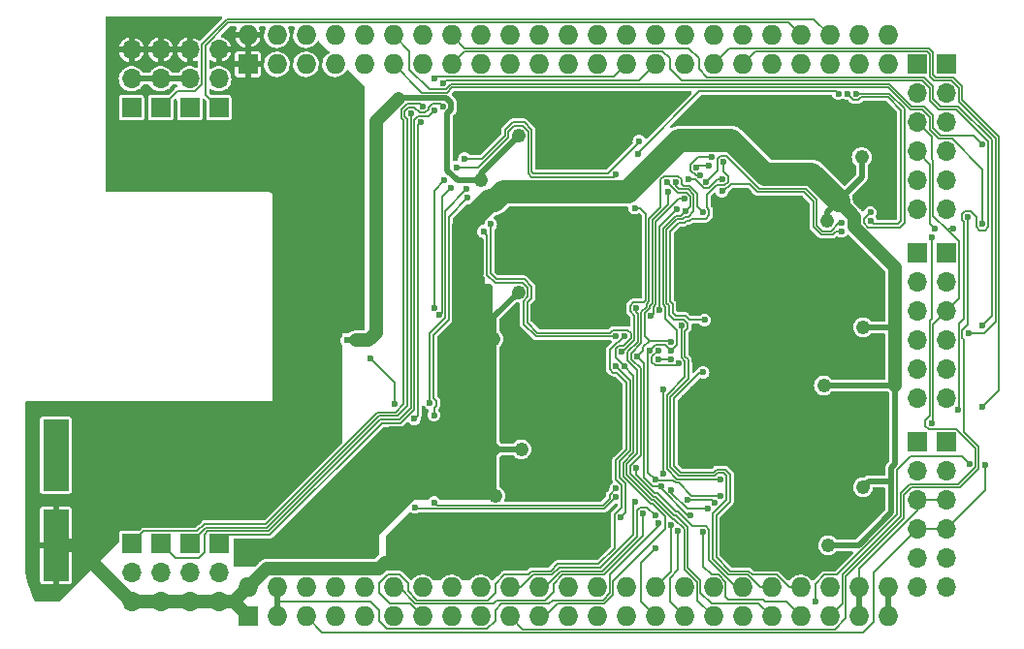
<source format=gbr>
%TF.GenerationSoftware,KiCad,Pcbnew,6.0.5*%
%TF.CreationDate,2022-07-04T20:08:59-04:00*%
%TF.ProjectId,motorBoard,6d6f746f-7242-46f6-9172-642e6b696361,rev?*%
%TF.SameCoordinates,Original*%
%TF.FileFunction,Copper,L2,Bot*%
%TF.FilePolarity,Positive*%
%FSLAX46Y46*%
G04 Gerber Fmt 4.6, Leading zero omitted, Abs format (unit mm)*
G04 Created by KiCad (PCBNEW 6.0.5) date 2022-07-04 20:08:59*
%MOMM*%
%LPD*%
G01*
G04 APERTURE LIST*
%TA.AperFunction,ComponentPad*%
%ADD10R,1.727200X1.727200*%
%TD*%
%TA.AperFunction,ComponentPad*%
%ADD11O,1.727200X1.727200*%
%TD*%
%TA.AperFunction,ComponentPad*%
%ADD12R,1.700000X1.700000*%
%TD*%
%TA.AperFunction,ComponentPad*%
%ADD13O,1.700000X1.700000*%
%TD*%
%TA.AperFunction,ComponentPad*%
%ADD14R,2.250000X6.250000*%
%TD*%
%TA.AperFunction,ViaPad*%
%ADD15C,0.600000*%
%TD*%
%TA.AperFunction,ViaPad*%
%ADD16C,1.219200*%
%TD*%
%TA.AperFunction,Conductor*%
%ADD17C,1.168400*%
%TD*%
%TA.AperFunction,Conductor*%
%ADD18C,0.152400*%
%TD*%
%TA.AperFunction,Conductor*%
%ADD19C,0.508000*%
%TD*%
%TA.AperFunction,Conductor*%
%ADD20C,2.032000*%
%TD*%
G04 APERTURE END LIST*
D10*
%TO.P,P9,1,Pin_1*%
%TO.N,GNDD*%
X101600000Y-101600000D03*
D11*
%TO.P,P9,2,Pin_2*%
X101600000Y-99060000D03*
%TO.P,P9,3,Pin_3*%
%TO.N,+3V3*%
X104140000Y-101600000D03*
%TO.P,P9,4,Pin_4*%
X104140000Y-99060000D03*
%TO.P,P9,5,Pin_5*%
%TO.N,+5V*%
X106680000Y-101600000D03*
%TO.P,P9,6,Pin_6*%
X106680000Y-99060000D03*
%TO.P,P9,7,Pin_7*%
%TO.N,unconnected-(P9-Pad7)*%
X109220000Y-101600000D03*
%TO.P,P9,8,Pin_8*%
%TO.N,unconnected-(P9-Pad8)*%
X109220000Y-99060000D03*
%TO.P,P9,9,Pin_9*%
%TO.N,unconnected-(P9-Pad9)*%
X111760000Y-101600000D03*
%TO.P,P9,10,Pin_10*%
%TO.N,unconnected-(P9-Pad10)*%
X111760000Y-99060000D03*
%TO.P,P9,11,Pin_11*%
%TO.N,unconnected-(P9-Pad11)*%
X114300000Y-101600000D03*
%TO.P,P9,12,Pin_12*%
%TO.N,DIR0*%
X114300000Y-99060000D03*
%TO.P,P9,13,Pin_13*%
%TO.N,DIR1*%
X116840000Y-101600000D03*
%TO.P,P9,14,Pin_14*%
%TO.N,pwm1A*%
X116840000Y-99060000D03*
%TO.P,P9,15,Pin_15*%
%TO.N,unconnected-(P9-Pad15)*%
X119380000Y-101600000D03*
%TO.P,P9,16,Pin_16*%
%TO.N,pwm1B*%
X119380000Y-99060000D03*
%TO.P,P9,17,Pin_17*%
%TO.N,unconnected-(P9-Pad17)*%
X121920000Y-101600000D03*
%TO.P,P9,18,Pin_18*%
%TO.N,unconnected-(P9-Pad18)*%
X121920000Y-99060000D03*
%TO.P,P9,19,Pin_19*%
%TO.N,pru0_16*%
X124460000Y-101600000D03*
%TO.P,P9,20,Pin_20*%
%TO.N,nCS*%
X124460000Y-99060000D03*
%TO.P,P9,21,Pin_21*%
%TO.N,pwm0B*%
X127000000Y-101600000D03*
%TO.P,P9,22,Pin_22*%
%TO.N,pwm0A*%
X127000000Y-99060000D03*
%TO.P,P9,23,Pin_23*%
%TO.N,unconnected-(P9-Pad23)*%
X129540000Y-101600000D03*
%TO.P,P9,24,Pin_24*%
%TO.N,pru0_16*%
X129540000Y-99060000D03*
%TO.P,P9,25,Pin_25*%
%TO.N,pru0_7*%
X132080000Y-101600000D03*
%TO.P,P9,26,Pin_26*%
%TO.N,unconnected-(P9-Pad26)*%
X132080000Y-99060000D03*
%TO.P,P9,27,Pin_27*%
%TO.N,eQEP0B*%
X134620000Y-101600000D03*
%TO.P,P9,28,Pin_28*%
%TO.N,pru0_3*%
X134620000Y-99060000D03*
%TO.P,P9,29,Pin_29*%
%TO.N,MISO*%
X137160000Y-101600000D03*
%TO.P,P9,30,Pin_30*%
%TO.N,MOSI*%
X137160000Y-99060000D03*
%TO.P,P9,31,Pin_31*%
%TO.N,SCK*%
X139700000Y-101600000D03*
%TO.P,P9,32,Pin_32*%
%TO.N,unconnected-(P9-Pad32)*%
X139700000Y-99060000D03*
%TO.P,P9,33,Pin_33*%
%TO.N,ADC4*%
X142240000Y-101600000D03*
%TO.P,P9,34,Pin_34*%
%TO.N,unconnected-(P9-Pad34)*%
X142240000Y-99060000D03*
%TO.P,P9,35,Pin_35*%
%TO.N,VBATT*%
X144780000Y-101600000D03*
%TO.P,P9,36,Pin_36*%
%TO.N,ADC5*%
X144780000Y-99060000D03*
%TO.P,P9,37,Pin_37*%
%TO.N,ADC2*%
X147320000Y-101600000D03*
%TO.P,P9,38,Pin_38*%
%TO.N,ADC3*%
X147320000Y-99060000D03*
%TO.P,P9,39,Pin_39*%
%TO.N,ADC0*%
X149860000Y-101600000D03*
%TO.P,P9,40,Pin_40*%
%TO.N,ADC1*%
X149860000Y-99060000D03*
%TO.P,P9,41,Pin_41*%
%TO.N,pru0_6*%
X152400000Y-101600000D03*
%TO.P,P9,42,Pin_42*%
%TO.N,eQEP0A*%
X152400000Y-99060000D03*
%TO.P,P9,43,Pin_43*%
%TO.N,GNDD*%
X154940000Y-101600000D03*
%TO.P,P9,44,Pin_44*%
X154940000Y-99060000D03*
%TO.P,P9,45,Pin_45*%
X157480000Y-101600000D03*
%TO.P,P9,46,Pin_46*%
X157480000Y-99060000D03*
%TD*%
D10*
%TO.P,P8,1,Pin_1*%
%TO.N,GNDD*%
X101600000Y-53340000D03*
D11*
%TO.P,P8,2,Pin_2*%
X101600000Y-50800000D03*
%TO.P,P8,3,Pin_3*%
%TO.N,unconnected-(P8-Pad3)*%
X104140000Y-53340000D03*
%TO.P,P8,4,Pin_4*%
%TO.N,unconnected-(P8-Pad4)*%
X104140000Y-50800000D03*
%TO.P,P8,5,Pin_5*%
%TO.N,unconnected-(P8-Pad5)*%
X106680000Y-53340000D03*
%TO.P,P8,6,Pin_6*%
%TO.N,unconnected-(P8-Pad6)*%
X106680000Y-50800000D03*
%TO.P,P8,7,Pin_7*%
%TO.N,unconnected-(P8-Pad7)*%
X109220000Y-53340000D03*
%TO.P,P8,8,Pin_8*%
%TO.N,unconnected-(P8-Pad8)*%
X109220000Y-50800000D03*
%TO.P,P8,9,Pin_9*%
%TO.N,unconnected-(P8-Pad9)*%
X111760000Y-53340000D03*
%TO.P,P8,10,Pin_10*%
%TO.N,unconnected-(P8-Pad10)*%
X111760000Y-50800000D03*
%TO.P,P8,11,Pin_11*%
%TO.N,eQEP2B*%
X114300000Y-53340000D03*
%TO.P,P8,12,Pin_12*%
%TO.N,eQEP2A*%
X114300000Y-50800000D03*
%TO.P,P8,13,Pin_13*%
%TO.N,pwm2B*%
X116840000Y-53340000D03*
%TO.P,P8,14,Pin_14*%
%TO.N,unconnected-(P8-Pad14)*%
X116840000Y-50800000D03*
%TO.P,P8,15,Pin_15*%
%TO.N,pru0_15*%
X119380000Y-53340000D03*
%TO.P,P8,16,Pin_16*%
%TO.N,pru0_14*%
X119380000Y-50800000D03*
%TO.P,P8,17,Pin_17*%
%TO.N,unconnected-(P8-Pad17)*%
X121920000Y-53340000D03*
%TO.P,P8,18,Pin_18*%
%TO.N,unconnected-(P8-Pad18)*%
X121920000Y-50800000D03*
%TO.P,P8,19,Pin_19*%
%TO.N,pwm2A*%
X124460000Y-53340000D03*
%TO.P,P8,20,Pin_20*%
%TO.N,unconnected-(P8-Pad20)*%
X124460000Y-50800000D03*
%TO.P,P8,21,Pin_21*%
%TO.N,unconnected-(P8-Pad21)*%
X127000000Y-53340000D03*
%TO.P,P8,22,Pin_22*%
%TO.N,unconnected-(P8-Pad22)*%
X127000000Y-50800000D03*
%TO.P,P8,23,Pin_23*%
%TO.N,unconnected-(P8-Pad23)*%
X129540000Y-53340000D03*
%TO.P,P8,24,Pin_24*%
%TO.N,unconnected-(P8-Pad24)*%
X129540000Y-50800000D03*
%TO.P,P8,25,Pin_25*%
%TO.N,unconnected-(P8-Pad25)*%
X132080000Y-53340000D03*
%TO.P,P8,26,Pin_26*%
%TO.N,unconnected-(P8-Pad26)*%
X132080000Y-50800000D03*
%TO.P,P8,27,Pin_27*%
%TO.N,pru1_8*%
X134620000Y-53340000D03*
%TO.P,P8,28,Pin_28*%
%TO.N,pru1_10*%
X134620000Y-50800000D03*
%TO.P,P8,29,Pin_29*%
%TO.N,pru1_9*%
X137160000Y-53340000D03*
%TO.P,P8,30,Pin_30*%
%TO.N,pru1_11*%
X137160000Y-50800000D03*
%TO.P,P8,31,Pin_31*%
%TO.N,unconnected-(P8-Pad31)*%
X139700000Y-53340000D03*
%TO.P,P8,32,Pin_32*%
%TO.N,unconnected-(P8-Pad32)*%
X139700000Y-50800000D03*
%TO.P,P8,33,Pin_33*%
%TO.N,eQEP1B*%
X142240000Y-53340000D03*
%TO.P,P8,34,Pin_34*%
%TO.N,pwm0B*%
X142240000Y-50800000D03*
%TO.P,P8,35,Pin_35*%
%TO.N,eQEP1A*%
X144780000Y-53340000D03*
%TO.P,P8,36,Pin_36*%
%TO.N,pwm0A*%
X144780000Y-50800000D03*
%TO.P,P8,37,Pin_37*%
%TO.N,unconnected-(P8-Pad37)*%
X147320000Y-53340000D03*
%TO.P,P8,38,Pin_38*%
%TO.N,unconnected-(P8-Pad38)*%
X147320000Y-50800000D03*
%TO.P,P8,39,Pin_39*%
%TO.N,pru1_6*%
X149860000Y-53340000D03*
%TO.P,P8,40,Pin_40*%
%TO.N,pru1_7*%
X149860000Y-50800000D03*
%TO.P,P8,41,Pin_41*%
%TO.N,pru1_4*%
X152400000Y-53340000D03*
%TO.P,P8,42,Pin_42*%
%TO.N,pru1_5*%
X152400000Y-50800000D03*
%TO.P,P8,43,Pin_43*%
%TO.N,DIR3*%
X154940000Y-53340000D03*
%TO.P,P8,44,Pin_44*%
%TO.N,DIR2*%
X154940000Y-50800000D03*
%TO.P,P8,45,Pin_45*%
%TO.N,DIR4*%
X157480000Y-53340000D03*
%TO.P,P8,46,Pin_46*%
%TO.N,DIR5*%
X157480000Y-50800000D03*
%TD*%
D12*
%TO.P,J401,1,Pin_1*%
%TO.N,Net-(J401-Pad1)*%
X160020000Y-53340000D03*
D13*
%TO.P,J401,2,Pin_2*%
%TO.N,Net-(J401-Pad2)*%
X160020000Y-55880000D03*
%TO.P,J401,3,Pin_3*%
%TO.N,GNDD*%
X160020000Y-58420000D03*
%TO.P,J401,4,Pin_4*%
%TO.N,+5V*%
X160020000Y-60960000D03*
%TO.P,J401,5,Pin_5*%
%TO.N,Net-(J401-Pad5)*%
X160020000Y-63500000D03*
%TO.P,J401,6,Pin_6*%
%TO.N,Net-(J401-Pad6)*%
X160020000Y-66040000D03*
%TD*%
D12*
%TO.P,J201,1,Pin_1*%
%TO.N,Net-(J201-Pad1)*%
X160020000Y-86360000D03*
D13*
%TO.P,J201,2,Pin_2*%
%TO.N,Net-(J201-Pad2)*%
X160020000Y-88900000D03*
%TO.P,J201,3,Pin_3*%
%TO.N,GNDD*%
X160020000Y-91440000D03*
%TO.P,J201,4,Pin_4*%
%TO.N,+5V*%
X160020000Y-93980000D03*
%TO.P,J201,5,Pin_5*%
%TO.N,Net-(J201-Pad5)*%
X160020000Y-96520000D03*
%TO.P,J201,6,Pin_6*%
%TO.N,Net-(J201-Pad6)*%
X160020000Y-99060000D03*
%TD*%
D12*
%TO.P,J301,1,Pin_1*%
%TO.N,Net-(J301-Pad1)*%
X160020000Y-69850000D03*
D13*
%TO.P,J301,2,Pin_2*%
%TO.N,Net-(J301-Pad2)*%
X160020000Y-72390000D03*
%TO.P,J301,3,Pin_3*%
%TO.N,GNDD*%
X160020000Y-74930000D03*
%TO.P,J301,4,Pin_4*%
%TO.N,+5V*%
X160020000Y-77470000D03*
%TO.P,J301,5,Pin_5*%
%TO.N,Net-(J301-Pad5)*%
X160020000Y-80010000D03*
%TO.P,J301,6,Pin_6*%
%TO.N,Net-(J301-Pad6)*%
X160020000Y-82550000D03*
%TD*%
D12*
%TO.P,J501,1,Pin_1*%
%TO.N,Net-(J501-Pad1)*%
X162560000Y-53340000D03*
D13*
%TO.P,J501,2,Pin_2*%
%TO.N,Net-(J501-Pad2)*%
X162560000Y-55880000D03*
%TO.P,J501,3,Pin_3*%
%TO.N,GNDD*%
X162560000Y-58420000D03*
%TO.P,J501,4,Pin_4*%
%TO.N,+5V*%
X162560000Y-60960000D03*
%TO.P,J501,5,Pin_5*%
%TO.N,Net-(J501-Pad5)*%
X162560000Y-63500000D03*
%TO.P,J501,6,Pin_6*%
%TO.N,Net-(J501-Pad6)*%
X162560000Y-66040000D03*
%TD*%
D12*
%TO.P,J701,1,Pin_1*%
%TO.N,Net-(J701-Pad1)*%
X162560000Y-86360000D03*
D13*
%TO.P,J701,2,Pin_2*%
%TO.N,Net-(J701-Pad2)*%
X162560000Y-88900000D03*
%TO.P,J701,3,Pin_3*%
%TO.N,GNDD*%
X162560000Y-91440000D03*
%TO.P,J701,4,Pin_4*%
%TO.N,+5V*%
X162560000Y-93980000D03*
%TO.P,J701,5,Pin_5*%
%TO.N,Net-(J701-Pad5)*%
X162560000Y-96520000D03*
%TO.P,J701,6,Pin_6*%
%TO.N,Net-(J701-Pad6)*%
X162560000Y-99060000D03*
%TD*%
D12*
%TO.P,J601,1,Pin_1*%
%TO.N,Net-(J601-Pad1)*%
X162560000Y-69850000D03*
D13*
%TO.P,J601,2,Pin_2*%
%TO.N,Net-(J601-Pad2)*%
X162560000Y-72390000D03*
%TO.P,J601,3,Pin_3*%
%TO.N,GNDD*%
X162560000Y-74930000D03*
%TO.P,J601,4,Pin_4*%
%TO.N,+5V*%
X162560000Y-77470000D03*
%TO.P,J601,5,Pin_5*%
%TO.N,Net-(J601-Pad5)*%
X162560000Y-80010000D03*
%TO.P,J601,6,Pin_6*%
%TO.N,Net-(J601-Pad6)*%
X162560000Y-82550000D03*
%TD*%
D12*
%TO.P,J1501,1,Pin_1*%
%TO.N,pru1_11*%
X91440000Y-95250000D03*
D13*
%TO.P,J1501,2,Pin_2*%
%TO.N,+5V*%
X91440000Y-97790000D03*
%TO.P,J1501,3,Pin_3*%
%TO.N,GNDD*%
X91440000Y-100330000D03*
%TD*%
D12*
%TO.P,J1301,1,Pin_1*%
%TO.N,pru1_9*%
X96520000Y-95250000D03*
D13*
%TO.P,J1301,2,Pin_2*%
%TO.N,+5V*%
X96520000Y-97790000D03*
%TO.P,J1301,3,Pin_3*%
%TO.N,GNDD*%
X96520000Y-100330000D03*
%TD*%
D12*
%TO.P,J1201,1,Pin_1*%
%TO.N,pru1_8*%
X99060000Y-95250000D03*
D13*
%TO.P,J1201,2,Pin_2*%
%TO.N,+5V*%
X99060000Y-97790000D03*
%TO.P,J1201,3,Pin_3*%
%TO.N,GNDD*%
X99060000Y-100330000D03*
%TD*%
D12*
%TO.P,J1101,1,Pin_1*%
%TO.N,pru1_7*%
X99060000Y-57150000D03*
D13*
%TO.P,J1101,2,Pin_2*%
%TO.N,+5V*%
X99060000Y-54610000D03*
%TO.P,J1101,3,Pin_3*%
%TO.N,GNDD*%
X99060000Y-52070000D03*
%TD*%
D12*
%TO.P,J1001,1,Pin_1*%
%TO.N,pru1_6*%
X96520000Y-57150000D03*
D13*
%TO.P,J1001,2,Pin_2*%
%TO.N,+5V*%
X96520000Y-54610000D03*
%TO.P,J1001,3,Pin_3*%
%TO.N,GNDD*%
X96520000Y-52070000D03*
%TD*%
D12*
%TO.P,J901,1,Pin_1*%
%TO.N,pru1_5*%
X93980000Y-57150000D03*
D13*
%TO.P,J901,2,Pin_2*%
%TO.N,+5V*%
X93980000Y-54610000D03*
%TO.P,J901,3,Pin_3*%
%TO.N,GNDD*%
X93980000Y-52070000D03*
%TD*%
D12*
%TO.P,J801,1,Pin_1*%
%TO.N,pru1_4*%
X91440000Y-57150000D03*
D13*
%TO.P,J801,2,Pin_2*%
%TO.N,+5V*%
X91440000Y-54610000D03*
%TO.P,J801,3,Pin_3*%
%TO.N,GNDD*%
X91440000Y-52070000D03*
%TD*%
D12*
%TO.P,J1401,1,Pin_1*%
%TO.N,pru1_10*%
X93980000Y-95250000D03*
D13*
%TO.P,J1401,2,Pin_2*%
%TO.N,+5V*%
X93980000Y-97790000D03*
%TO.P,J1401,3,Pin_3*%
%TO.N,GNDD*%
X93980000Y-100330000D03*
%TD*%
D14*
%TO.P,J101,1,Pin_1*%
%TO.N,GNDD*%
X84836000Y-95390000D03*
%TO.P,J101,2,Pin_2*%
%TO.N,+BATT*%
X84836000Y-87490000D03*
%TD*%
D15*
%TO.N,GNDD*%
X106362500Y-74930000D03*
X105664000Y-88011000D03*
X104140000Y-84963000D03*
X106426000Y-84201000D03*
X104902000Y-84201000D03*
X105664000Y-84963000D03*
X104140000Y-63627000D03*
X104902000Y-62865000D03*
X105664000Y-80391000D03*
X106426000Y-67437000D03*
X106426000Y-70485000D03*
X106426000Y-65913000D03*
X106426000Y-68961000D03*
X106426000Y-64389000D03*
X106426000Y-72009000D03*
X107950000Y-68961000D03*
X107950000Y-72009000D03*
X107950000Y-70485000D03*
X107950000Y-64389000D03*
X107950000Y-65913000D03*
X107950000Y-67437000D03*
X108712000Y-65151000D03*
X108712000Y-66675000D03*
X107950000Y-61341000D03*
X108712000Y-62103000D03*
X107188000Y-60579000D03*
X106426000Y-59817000D03*
X104140000Y-57531000D03*
X105664000Y-59055000D03*
X104902000Y-58293000D03*
X103378000Y-56769000D03*
X101854000Y-55245000D03*
X102616000Y-56007000D03*
X107950000Y-59817000D03*
X109474000Y-61341000D03*
X103378000Y-55245000D03*
X104902000Y-56769000D03*
X108712000Y-60579000D03*
X104140000Y-56007000D03*
X107188000Y-59055000D03*
X106426000Y-58293000D03*
X105664000Y-57531000D03*
X108712000Y-59055000D03*
X109474000Y-59817000D03*
X107950000Y-58293000D03*
X107188000Y-57531000D03*
X107188000Y-56007000D03*
X105664000Y-56007000D03*
X106426000Y-56769000D03*
X106426000Y-55245000D03*
X107950000Y-56769000D03*
X109474000Y-58293000D03*
X109474000Y-56769000D03*
X108712000Y-57531000D03*
X107950000Y-55245000D03*
X109474000Y-55245000D03*
X108712000Y-56007000D03*
X104902000Y-55245000D03*
X148082000Y-60452000D03*
X146558000Y-60452000D03*
X146558000Y-58928000D03*
X146558000Y-57404000D03*
X148082000Y-57404000D03*
X147320000Y-56642000D03*
X152654000Y-58928000D03*
X154178000Y-58928000D03*
X145034000Y-57404000D03*
X144272000Y-58166000D03*
X144272000Y-56642000D03*
X154940000Y-59690000D03*
X137414000Y-57404000D03*
X135128000Y-58166000D03*
X135890000Y-57404000D03*
X134366000Y-57404000D03*
X131318000Y-58928000D03*
X130556000Y-58166000D03*
X131318000Y-57404000D03*
X125222000Y-57404000D03*
X129032000Y-59690000D03*
X120650000Y-57531000D03*
X119888000Y-58293000D03*
X119888000Y-59817000D03*
X120650000Y-56007000D03*
X155702000Y-58928000D03*
X146558000Y-68072000D03*
X148082000Y-68072000D03*
X145034000Y-68072000D03*
X142748000Y-68834000D03*
X144272000Y-68834000D03*
X145796000Y-68834000D03*
X141224000Y-68834000D03*
X145034000Y-69596000D03*
X143510000Y-69596000D03*
X141986000Y-69596000D03*
X146558000Y-69596000D03*
X151130000Y-69596000D03*
X148844000Y-68834000D03*
X147320000Y-68834000D03*
X149606000Y-69596000D03*
X150368000Y-68834000D03*
X148082000Y-69596000D03*
X149606000Y-68072000D03*
X146558000Y-72644000D03*
X147320000Y-73406000D03*
X143510000Y-72644000D03*
X151130000Y-72644000D03*
X154940000Y-73406000D03*
X154940000Y-74930000D03*
X141224000Y-73406000D03*
X148082000Y-81788000D03*
X153416000Y-82550000D03*
X144272000Y-82550000D03*
X140462000Y-81788000D03*
X148844000Y-87122000D03*
X148082000Y-86360000D03*
X149606000Y-86360000D03*
X150368000Y-87122000D03*
X150368000Y-85598000D03*
X153416000Y-85598000D03*
X151892000Y-85598000D03*
X148844000Y-85598000D03*
X154940000Y-85598000D03*
X154940000Y-88646000D03*
X155702000Y-87884000D03*
X145034000Y-86360000D03*
X145796000Y-85598000D03*
X143510000Y-86360000D03*
X144272000Y-85598000D03*
X144272000Y-87122000D03*
X145796000Y-87122000D03*
X140462000Y-86360000D03*
X139700000Y-87122000D03*
X141224000Y-87122000D03*
X146558000Y-95504000D03*
X145796000Y-96266000D03*
X147320000Y-96266000D03*
X144272000Y-96266000D03*
X151130000Y-97028000D03*
X148082000Y-97028000D03*
X146558000Y-97028000D03*
X145034000Y-97028000D03*
X149606000Y-97028000D03*
X152654000Y-97028000D03*
X153416000Y-96266000D03*
X118491000Y-93853000D03*
X119253000Y-94615000D03*
X119253000Y-96139000D03*
X118491000Y-95377000D03*
X120015000Y-93853000D03*
X120777000Y-94615000D03*
X121539000Y-95377000D03*
X122301000Y-96139000D03*
X121539000Y-93853000D03*
X127635000Y-96901000D03*
X125349000Y-96139000D03*
X129921000Y-96139000D03*
X130683000Y-95377000D03*
X129159000Y-95377000D03*
X128397000Y-86995000D03*
X129159000Y-87757000D03*
X127635000Y-86233000D03*
X132207000Y-86233000D03*
X129921000Y-80899000D03*
X127635000Y-81661000D03*
X128397000Y-82423000D03*
X129159000Y-83185000D03*
X127635000Y-83185000D03*
X126111000Y-81661000D03*
X124587000Y-83185000D03*
X130683000Y-81661000D03*
X131445000Y-82423000D03*
X132207000Y-83185000D03*
X132969000Y-82423000D03*
X129159000Y-74041000D03*
X129159000Y-72517000D03*
X130683000Y-72517000D03*
X127635000Y-72517000D03*
X129921000Y-67183000D03*
X129159000Y-67945000D03*
X132207000Y-69469000D03*
X130683000Y-69469000D03*
X129159000Y-69469000D03*
X127635000Y-67945000D03*
X126873000Y-68707000D03*
X124587000Y-69469000D03*
X123825000Y-68707000D03*
X123825000Y-70231000D03*
X132207000Y-67945000D03*
X133731000Y-69469000D03*
X132969000Y-68707000D03*
X133731000Y-67945000D03*
X155067000Y-64643000D03*
X157226000Y-65024000D03*
X157988000Y-65786000D03*
X152908000Y-94234000D03*
X154559000Y-94488000D03*
X125222000Y-90297000D03*
X151892000Y-92583000D03*
X152654000Y-78740000D03*
X154178000Y-78740000D03*
X125095000Y-75946000D03*
X133731000Y-75819000D03*
X153416000Y-58166000D03*
X110998000Y-55245000D03*
X110236000Y-56007000D03*
X110998000Y-58293000D03*
X110998000Y-56769000D03*
X110236000Y-57531000D03*
X110236000Y-59055000D03*
X110998000Y-59817000D03*
X110998000Y-61341000D03*
X110236000Y-60579000D03*
X110236000Y-62103000D03*
X157226000Y-58928000D03*
X156464000Y-87122000D03*
X156464000Y-88646000D03*
X157226000Y-87884000D03*
X157226000Y-83312000D03*
X156718000Y-90805000D03*
X141351000Y-78359000D03*
X142875000Y-78359000D03*
X140462000Y-72644000D03*
X135255000Y-72517000D03*
X139700000Y-73406000D03*
X140462000Y-69596000D03*
X139700000Y-68834000D03*
X140462000Y-68072000D03*
X148844000Y-59690000D03*
X109347000Y-77470000D03*
X104140000Y-86487000D03*
X126873000Y-86995000D03*
X129159000Y-81661000D03*
X125349000Y-68707000D03*
X104902000Y-70485000D03*
X132842000Y-57404000D03*
X154940000Y-58166000D03*
X104902000Y-67437000D03*
X128397000Y-96139000D03*
X151892000Y-58166000D03*
X129921000Y-73279000D03*
X120650000Y-60579000D03*
X120015000Y-96901000D03*
X141224000Y-85598000D03*
X150368000Y-82550000D03*
X124587000Y-96901000D03*
X157226000Y-60452000D03*
X108013500Y-78803500D03*
X106426000Y-87249000D03*
X130683000Y-87757000D03*
X126111000Y-67945000D03*
X148082000Y-58928000D03*
X128397000Y-94615000D03*
X106362500Y-73596500D03*
X123063000Y-96901000D03*
X106362500Y-76454000D03*
X155448000Y-93599000D03*
X133604000Y-58166000D03*
X147320000Y-59690000D03*
X156464000Y-73406000D03*
X126111000Y-83185000D03*
X140589000Y-79121000D03*
X151130000Y-58928000D03*
X105664000Y-71247000D03*
X147320000Y-58166000D03*
X136652000Y-58166000D03*
X141986000Y-57404000D03*
X108013500Y-75501500D03*
X132842000Y-58928000D03*
X145034000Y-72644000D03*
X129794000Y-60452000D03*
X130556000Y-59690000D03*
X146558000Y-66548000D03*
X152654000Y-86360000D03*
X150368000Y-58166000D03*
X104902000Y-81153000D03*
X142748000Y-85598000D03*
X105664000Y-83439000D03*
X130683000Y-86233000D03*
X157226000Y-66548000D03*
X148082000Y-87884000D03*
X147320000Y-81026000D03*
X129794000Y-57404000D03*
X157226000Y-57404000D03*
X147320000Y-94742000D03*
X126873000Y-82423000D03*
X129921000Y-88519000D03*
X148844000Y-73406000D03*
X120650000Y-59055000D03*
X104902000Y-75057000D03*
X108712000Y-69532500D03*
X105664000Y-75819000D03*
X130683000Y-74041000D03*
X107188000Y-71247000D03*
X108839000Y-73342500D03*
X129921000Y-94615000D03*
X107188000Y-66675000D03*
X127635000Y-69469000D03*
X135255000Y-69469000D03*
X154178000Y-72644000D03*
X151892000Y-68834000D03*
X161290000Y-84709000D03*
X147320000Y-85598000D03*
X151892000Y-87122000D03*
X107188000Y-65151000D03*
X145796000Y-73406000D03*
X129794000Y-58928000D03*
X149606000Y-81788000D03*
X145796000Y-82550000D03*
X148844000Y-56642000D03*
X147320000Y-82550000D03*
X126873000Y-96139000D03*
X156464000Y-58166000D03*
X148082000Y-66548000D03*
X104902000Y-65913000D03*
X152654000Y-72644000D03*
X140462000Y-57404000D03*
X104902000Y-78105000D03*
X105664000Y-72771000D03*
X142748000Y-82550000D03*
X150368000Y-56642000D03*
X132207000Y-72517000D03*
X104140000Y-62103000D03*
X155702000Y-86360000D03*
X131445000Y-68707000D03*
X156464000Y-74930000D03*
X127508000Y-58166000D03*
X104902000Y-79629000D03*
X104902000Y-73533000D03*
X105664000Y-74295000D03*
X105664000Y-63627000D03*
X105664000Y-68199000D03*
X150368000Y-96266000D03*
X148082000Y-95504000D03*
X149606000Y-57404000D03*
X126111000Y-69469000D03*
X139700000Y-82550000D03*
X155702000Y-72644000D03*
X157988000Y-64262000D03*
X146558000Y-87884000D03*
X148082000Y-74168000D03*
X120777000Y-93091000D03*
X152654000Y-69596000D03*
X133731000Y-72517000D03*
X104902000Y-64389000D03*
X153416000Y-87122000D03*
X106362500Y-81407000D03*
X151130000Y-57404000D03*
X141224000Y-58166000D03*
X130683000Y-83185000D03*
X147320000Y-67310000D03*
X108077000Y-81407000D03*
X128270000Y-60452000D03*
X108458000Y-77470000D03*
X147320000Y-87122000D03*
X104902000Y-68961000D03*
X129032000Y-58166000D03*
X143510000Y-57404000D03*
X130683000Y-67945000D03*
X104902000Y-76581000D03*
X105664000Y-78867000D03*
X108013500Y-76200000D03*
X163169600Y-67665600D03*
X123825000Y-96139000D03*
X154178000Y-86360000D03*
X107188000Y-72771000D03*
X105664000Y-86487000D03*
X121539000Y-96901000D03*
X146558000Y-86360000D03*
X148844000Y-96266000D03*
X132080000Y-58166000D03*
X145034000Y-58928000D03*
X151130000Y-86360000D03*
X107188000Y-68199000D03*
X146558000Y-74168000D03*
X108407200Y-68199000D03*
X128397000Y-68707000D03*
X120015000Y-95377000D03*
X146558000Y-81788000D03*
X129159000Y-86233000D03*
X106426000Y-85725000D03*
X145796000Y-56642000D03*
X105664000Y-66675000D03*
X148844000Y-58166000D03*
X156464000Y-82550000D03*
X128397000Y-73279000D03*
X153416000Y-68834000D03*
X106362500Y-80010000D03*
X126111000Y-96901000D03*
X120777000Y-96139000D03*
X154940000Y-82550000D03*
X129921000Y-68707000D03*
X154940000Y-87122000D03*
X154178000Y-69596000D03*
X142748000Y-56642000D03*
X143256000Y-93091000D03*
X108013500Y-79502000D03*
X105664000Y-69723000D03*
X129921000Y-82423000D03*
X108712000Y-71437500D03*
X105664000Y-81915000D03*
X149606000Y-72644000D03*
X104902000Y-72009000D03*
X105664000Y-77343000D03*
X104902000Y-82677000D03*
X139700000Y-58166000D03*
X156464000Y-61214000D03*
X141224000Y-82550000D03*
X155702000Y-74168000D03*
X145796000Y-58166000D03*
X148082000Y-72644000D03*
X119253000Y-93091000D03*
X128270000Y-57404000D03*
X107188000Y-69723000D03*
X148844000Y-82550000D03*
X104140000Y-83439000D03*
X128397000Y-80899000D03*
X104902000Y-87249000D03*
X105664000Y-65151000D03*
X106362500Y-78486000D03*
X126746000Y-57404000D03*
X104902000Y-85725000D03*
X108077000Y-73533000D03*
X143510000Y-68072000D03*
X106426000Y-88773000D03*
X106426000Y-82677000D03*
X128397000Y-88519000D03*
X131445000Y-96139000D03*
X125349000Y-82423000D03*
X128270000Y-58928000D03*
X141224000Y-56642000D03*
X156464000Y-59690000D03*
X128397000Y-67183000D03*
X149606000Y-58928000D03*
X129921000Y-86995000D03*
%TO.N,+3V3*%
X139065000Y-66040000D03*
X137858500Y-89154000D03*
X137414000Y-93472000D03*
X137858500Y-81788000D03*
X137541000Y-74803000D03*
%TO.N,+5V*%
X161544000Y-67691000D03*
X165989000Y-88392000D03*
%TO.N,pwm2B*%
X116128800Y-84328000D03*
X116713000Y-58394600D03*
X133731000Y-91186000D03*
X116179600Y-92049600D03*
%TO.N,pwm2A*%
X122174000Y-67945000D03*
X133731000Y-77089000D03*
%TO.N,pru1_8*%
X117906800Y-57353200D03*
X117856000Y-54610000D03*
%TO.N,DIR0*%
X138557000Y-90551000D03*
X141732000Y-92202000D03*
X136093200Y-92583000D03*
%TO.N,pru1_9*%
X118618000Y-57023000D03*
X118618000Y-54991000D03*
%TO.N,DIR1*%
X139192000Y-79502000D03*
X134518400Y-77089000D03*
X137414000Y-78359000D03*
%TO.N,DIR2*%
X143002000Y-64439800D03*
X153924000Y-55905400D03*
X155981400Y-67056000D03*
X153416000Y-67945000D03*
%TO.N,eQEP1B*%
X165735000Y-83312000D03*
%TO.N,DIR3*%
X135636000Y-61163200D03*
X153162000Y-55905400D03*
%TO.N,eQEP1A*%
X164515800Y-76835000D03*
%TO.N,DIR4*%
X154686000Y-55905400D03*
X139700000Y-65100200D03*
X153416000Y-67183000D03*
X141630400Y-63601600D03*
X136804400Y-75336400D03*
X155956000Y-66294000D03*
%TO.N,DIR5*%
X117856000Y-91643200D03*
X133731000Y-90424000D03*
X120777000Y-65024000D03*
X117856000Y-84023200D03*
%TO.N,eQEP2A*%
X165735000Y-60325000D03*
%TO.N,eQEP2B*%
X165735000Y-67310000D03*
%TO.N,pwm1A*%
X135763000Y-60071000D03*
X143002000Y-63373000D03*
X140055600Y-63423800D03*
X118745000Y-63500000D03*
X120523000Y-61595000D03*
X117856000Y-74650600D03*
%TO.N,pwm1B*%
X119354600Y-64135000D03*
X118313200Y-75260200D03*
X133731000Y-62992000D03*
X119811800Y-62357000D03*
%TO.N,nCS*%
X139827000Y-66167000D03*
X135458200Y-91567000D03*
X138557000Y-78359000D03*
X138176000Y-63627000D03*
X137160000Y-89662000D03*
X142875000Y-91059000D03*
X136652000Y-78359000D03*
%TO.N,MOSI*%
X138557000Y-93599000D03*
%TO.N,pwm0B*%
X137414000Y-79121000D03*
X122809000Y-67310000D03*
X138531600Y-79121000D03*
X134493000Y-79756000D03*
%TO.N,pwm0A*%
X137160000Y-92760800D03*
X117500400Y-82956400D03*
X142367000Y-91694000D03*
X139954000Y-91440000D03*
X120726200Y-64262000D03*
%TO.N,MISO*%
X137160000Y-95631000D03*
%TO.N,SCK*%
X140792200Y-62357000D03*
X141859000Y-62230000D03*
X137668000Y-90220800D03*
X138557000Y-77597000D03*
X139128500Y-94107000D03*
X135610600Y-78867000D03*
X138303000Y-64516000D03*
X140208000Y-92760800D03*
%TO.N,ADC4*%
X135509000Y-74676000D03*
%TO.N,ADC5*%
X135509000Y-88646000D03*
%TO.N,ADC2*%
X141351000Y-66294000D03*
%TO.N,ADC3*%
X138938000Y-63627000D03*
%TO.N,ADC0*%
X141351000Y-94234000D03*
%TO.N,ADC1*%
X141351000Y-80264000D03*
%TO.N,+BATT*%
X111633000Y-90043000D03*
X111633000Y-91567000D03*
X107061000Y-96139000D03*
X106299000Y-95377000D03*
X110109000Y-93091000D03*
X101727000Y-96901000D03*
D16*
X125222000Y-73279000D03*
D15*
X111633000Y-96139000D03*
X106299000Y-93853000D03*
X111633000Y-93091000D03*
X108585000Y-93091000D03*
X112395000Y-93853000D03*
X110109000Y-91567000D03*
X110871000Y-90805000D03*
X100965000Y-96139000D03*
X110109000Y-96139000D03*
D16*
X123190000Y-91059000D03*
X151892000Y-81407000D03*
X152146000Y-67056000D03*
X121920000Y-63500000D03*
D15*
X111760000Y-77470000D03*
X110871000Y-93853000D03*
X104775000Y-95377000D03*
D16*
X123063000Y-77343000D03*
D15*
X110998000Y-77470000D03*
X104013000Y-96139000D03*
X111633000Y-94615000D03*
X109347000Y-95377000D03*
X107823000Y-92329000D03*
D16*
X125476000Y-86995000D03*
D15*
X103251000Y-95377000D03*
X105537000Y-94615000D03*
X109347000Y-93853000D03*
X112395000Y-90805000D03*
D16*
X155321000Y-76327000D03*
D15*
X110236000Y-77470000D03*
D16*
X152273000Y-95377000D03*
D15*
X110871000Y-95377000D03*
X108585000Y-96139000D03*
X107061000Y-93091000D03*
D16*
X155321000Y-90297000D03*
D15*
X105537000Y-96139000D03*
X108585000Y-91567000D03*
X107061000Y-94615000D03*
X112395000Y-89281000D03*
D16*
X125222000Y-59563000D03*
D15*
X101727000Y-95377000D03*
X107823000Y-95377000D03*
X109347000Y-92329000D03*
X108585000Y-94615000D03*
X102489000Y-96139000D03*
X110871000Y-92329000D03*
D16*
X155194000Y-61468000D03*
D15*
X110109000Y-94615000D03*
X112395000Y-92329000D03*
X107823000Y-93853000D03*
%TO.N,/Motor4/MISO*%
X134137400Y-92938600D03*
X133731000Y-79756000D03*
%TO.N,/Motor0/MISO*%
X142849600Y-89611200D03*
X139446000Y-76200000D03*
%TO.N,/Motor1/MISO*%
X143129000Y-61849000D03*
X141478000Y-75692000D03*
%TO.N,/Motor2/MISO*%
X142087600Y-61468000D03*
X141097000Y-63068200D03*
%TO.N,/Motor3/MISO*%
X135382000Y-65913000D03*
X134239000Y-78460600D03*
%TO.N,pru1_11*%
X116840000Y-57023000D03*
%TO.N,pru1_10*%
X115824000Y-57658000D03*
%TO.N,pru0_14*%
X165735000Y-76200000D03*
%TO.N,pru0_15*%
X163576000Y-83566000D03*
%TO.N,pru0_6*%
X161290000Y-68453000D03*
%TO.N,VBATT*%
X114401600Y-83058000D03*
X112318800Y-79044800D03*
%TO.N,pru0_7*%
X164592000Y-88265000D03*
X151130000Y-100330000D03*
%TO.N,pru0_16*%
X164465000Y-66675000D03*
%TD*%
D17*
%TO.N,GNDD*%
X97155000Y-91440000D02*
X90450000Y-91440000D01*
X90450000Y-91440000D02*
X86500000Y-95390000D01*
X91440000Y-100330000D02*
X86500000Y-95390000D01*
X86500000Y-95390000D02*
X84836000Y-95390000D01*
X113030000Y-97409000D02*
X113538000Y-96901000D01*
D18*
X161442400Y-66573400D02*
X162687000Y-67818000D01*
X161442400Y-76047600D02*
X161442400Y-84556600D01*
D17*
X99060000Y-100330000D02*
X100330000Y-100330000D01*
D18*
X162560000Y-74930000D02*
X163677600Y-73812400D01*
X160020000Y-92354400D02*
X160020000Y-91440000D01*
D17*
X100330000Y-100330000D02*
X101600000Y-99060000D01*
X101600000Y-99060000D02*
X103251000Y-97409000D01*
D18*
X160020000Y-91440000D02*
X162560000Y-91440000D01*
X160020000Y-58420000D02*
X161290000Y-59690000D01*
D17*
X103251000Y-97409000D02*
X113030000Y-97409000D01*
D18*
X163677600Y-68808600D02*
X162687000Y-67818000D01*
D17*
X113538000Y-96901000D02*
X117602000Y-96901000D01*
D18*
X154940000Y-99060000D02*
X154940000Y-97434400D01*
X154940000Y-97434400D02*
X160020000Y-92354400D01*
D17*
X117602000Y-96901000D02*
X118364000Y-96139000D01*
D18*
X163677600Y-73812400D02*
X163677600Y-68808600D01*
X161442400Y-61772800D02*
X161442400Y-66573400D01*
D17*
X100330000Y-100330000D02*
X101600000Y-101600000D01*
X104775000Y-83820000D02*
X97155000Y-91440000D01*
X91440000Y-100330000D02*
X99060000Y-100330000D01*
D18*
X162560000Y-74930000D02*
X161442400Y-76047600D01*
D19*
X154940000Y-99060000D02*
X154940000Y-101600000D01*
D18*
X163169600Y-67665600D02*
X162839400Y-67665600D01*
X161290000Y-61620400D02*
X161442400Y-61772800D01*
X162839400Y-67665600D02*
X162687000Y-67818000D01*
X161442400Y-84556600D02*
X161290000Y-84709000D01*
X161290000Y-59690000D02*
X161290000Y-61620400D01*
D17*
X104775000Y-56515000D02*
X104775000Y-83820000D01*
D19*
X157480000Y-99060000D02*
X157480000Y-101600000D01*
D18*
%TO.N,+3V3*%
X137414000Y-93472000D02*
X137414000Y-93675200D01*
D19*
X104140000Y-101600000D02*
X104140000Y-100330000D01*
D18*
X139065000Y-66040000D02*
X137541000Y-67564000D01*
X137541000Y-67564000D02*
X137541000Y-74803000D01*
X113030000Y-101092000D02*
X112268000Y-100330000D01*
X122478800Y-102692200D02*
X113741200Y-102692200D01*
X137414000Y-93675200D02*
X133197600Y-97891600D01*
X123748800Y-100482400D02*
X123190000Y-101041200D01*
X133197600Y-99568000D02*
X132588000Y-100177600D01*
X132588000Y-100177600D02*
X128219200Y-100177600D01*
X127914400Y-100482400D02*
X123748800Y-100482400D01*
X133197600Y-97891600D02*
X133197600Y-99568000D01*
X128219200Y-100177600D02*
X127914400Y-100482400D01*
X112268000Y-100330000D02*
X104140000Y-100330000D01*
X137858500Y-89154000D02*
X137858500Y-81788000D01*
X123190000Y-101041200D02*
X123190000Y-101981000D01*
X113030000Y-101981000D02*
X113030000Y-101092000D01*
X123190000Y-101981000D02*
X122478800Y-102692200D01*
D19*
X104140000Y-100330000D02*
X104140000Y-99060000D01*
D18*
X113741200Y-102692200D02*
X113030000Y-101981000D01*
%TO.N,+5V*%
X156210000Y-102108000D02*
X156210000Y-97790000D01*
X161137600Y-62077600D02*
X161137600Y-67284600D01*
X156210000Y-102108000D02*
X155295600Y-103022400D01*
X155295600Y-103022400D02*
X108102400Y-103022400D01*
X161137600Y-67284600D02*
X161544000Y-67691000D01*
X160020000Y-60960000D02*
X161137600Y-62077600D01*
X156210000Y-97790000D02*
X160020000Y-93980000D01*
X165989000Y-90551000D02*
X165989000Y-88392000D01*
X108102400Y-103022400D02*
X106680000Y-101600000D01*
X160020000Y-93980000D02*
X162560000Y-93980000D01*
X162560000Y-93980000D02*
X165989000Y-90551000D01*
D19*
X91440000Y-54610000D02*
X96520000Y-54610000D01*
D18*
%TO.N,pwm2B*%
X132715000Y-92202000D02*
X116332000Y-92202000D01*
X116433600Y-58674000D02*
X116433600Y-84023200D01*
X116332000Y-92202000D02*
X116179600Y-92049600D01*
X116433600Y-84023200D02*
X116128800Y-84328000D01*
X133731000Y-91186000D02*
X132715000Y-92202000D01*
X116713000Y-58394600D02*
X116433600Y-58674000D01*
%TO.N,pwm2A*%
X125679200Y-76073000D02*
X126746000Y-77139800D01*
X122504200Y-71755000D02*
X123190000Y-72440800D01*
X122504200Y-68275200D02*
X122504200Y-71755000D01*
X126060200Y-72898000D02*
X126060200Y-73634600D01*
X125679200Y-74015600D02*
X125679200Y-76073000D01*
X133680200Y-77139800D02*
X133731000Y-77089000D01*
X122174000Y-67945000D02*
X122504200Y-68275200D01*
X126060200Y-73634600D02*
X125679200Y-74015600D01*
X123190000Y-72440800D02*
X125603000Y-72440800D01*
X125603000Y-72440800D02*
X126060200Y-72898000D01*
X126746000Y-77139800D02*
X133680200Y-77139800D01*
%TO.N,pru1_8*%
X116484400Y-57861200D02*
X117398800Y-57861200D01*
X116128800Y-83515200D02*
X116128800Y-58216800D01*
X118033800Y-54432200D02*
X117856000Y-54610000D01*
X116128800Y-58216800D02*
X116484400Y-57861200D01*
X99847400Y-94462600D02*
X103530400Y-94462600D01*
X113284000Y-84709000D02*
X114935000Y-84709000D01*
X103530400Y-94462600D02*
X113284000Y-84709000D01*
X117398800Y-57861200D02*
X117906800Y-57353200D01*
X134620000Y-53340000D02*
X133527800Y-54432200D01*
X114935000Y-84709000D02*
X116128800Y-83515200D01*
X133527800Y-54432200D02*
X118033800Y-54432200D01*
X99060000Y-95250000D02*
X99847400Y-94462600D01*
%TO.N,DIR0*%
X129082800Y-97942400D02*
X132689600Y-97942400D01*
X132689600Y-97942400D02*
X136093200Y-94538800D01*
X114808000Y-99060000D02*
X114300000Y-99060000D01*
X128270000Y-99441000D02*
X128270000Y-98755200D01*
X138557000Y-90805000D02*
X138557000Y-90551000D01*
X123037600Y-100482400D02*
X116230400Y-100482400D01*
X141732000Y-92202000D02*
X139954000Y-92202000D01*
X136093200Y-94538800D02*
X136093200Y-92583000D01*
X116230400Y-100482400D02*
X114808000Y-99060000D01*
X128270000Y-99441000D02*
X127533400Y-100177600D01*
X127533400Y-100177600D02*
X123342400Y-100177600D01*
X128270000Y-98755200D02*
X129082800Y-97942400D01*
X139954000Y-92202000D02*
X138557000Y-90805000D01*
X123342400Y-100177600D02*
X123037600Y-100482400D01*
%TO.N,pru1_9*%
X137160000Y-53340000D02*
X135763000Y-54737000D01*
X117703600Y-56794400D02*
X117373400Y-57124600D01*
X115519200Y-83210400D02*
X115519200Y-58115200D01*
X135763000Y-54737000D02*
X118872000Y-54737000D01*
X103276400Y-93853000D02*
X97917000Y-93853000D01*
X113055400Y-84074000D02*
X103276400Y-93853000D01*
X118389400Y-56794400D02*
X117703600Y-56794400D01*
X114655600Y-84074000D02*
X115519200Y-83210400D01*
X114655600Y-84074000D02*
X113055400Y-84074000D01*
X115620800Y-57099200D02*
X115290600Y-57429400D01*
X97917000Y-93853000D02*
X96520000Y-95250000D01*
X115290600Y-57886600D02*
X115519200Y-58115200D01*
X118618000Y-57023000D02*
X118389400Y-56794400D01*
X117068600Y-57556400D02*
X116611400Y-57556400D01*
X116611400Y-57556400D02*
X116154200Y-57099200D01*
X116154200Y-57099200D02*
X115620800Y-57099200D01*
X118872000Y-54737000D02*
X118618000Y-54991000D01*
X117373400Y-57124600D02*
X117373400Y-57251600D01*
X117373400Y-57251600D02*
X117068600Y-57556400D01*
X115290600Y-57429400D02*
X115290600Y-57886600D01*
%TO.N,DIR1*%
X136880600Y-79349600D02*
X136880600Y-78892400D01*
X139192000Y-79502000D02*
X139039600Y-79654400D01*
X115570000Y-98679000D02*
X114808000Y-97917000D01*
X114808000Y-97917000D02*
X113792000Y-97917000D01*
X133908800Y-77597000D02*
X133197600Y-78308200D01*
X133197600Y-79984600D02*
X133502400Y-80289400D01*
X133756400Y-89611200D02*
X134264400Y-90119200D01*
X115747800Y-100507800D02*
X116840000Y-101600000D01*
X123190000Y-98755200D02*
X123190000Y-99568000D01*
X132232400Y-97028000D02*
X128625600Y-97028000D01*
X133197600Y-78308200D02*
X133197600Y-79984600D01*
X113030000Y-99568000D02*
X113969800Y-100507800D01*
X115570000Y-99364800D02*
X115570000Y-98679000D01*
X134670800Y-86995000D02*
X133756400Y-87909400D01*
X136880600Y-78892400D02*
X137414000Y-78359000D01*
X134670800Y-81127600D02*
X134670800Y-86995000D01*
X124002800Y-97942400D02*
X123190000Y-98755200D01*
X133832600Y-80289400D02*
X134670800Y-81127600D01*
X113969800Y-100507800D02*
X115747800Y-100507800D01*
X133604000Y-95656400D02*
X132232400Y-97028000D01*
X113792000Y-97917000D02*
X113030000Y-98679000D01*
X126085600Y-97942400D02*
X124002800Y-97942400D01*
X113030000Y-98679000D02*
X113030000Y-99568000D01*
X139039600Y-79654400D02*
X137185400Y-79654400D01*
X134264400Y-92049600D02*
X133604000Y-92710000D01*
X123190000Y-99568000D02*
X122580400Y-100177600D01*
X128625600Y-97028000D02*
X128016000Y-97637600D01*
X133502400Y-80289400D02*
X133832600Y-80289400D01*
X122580400Y-100177600D02*
X116382800Y-100177600D01*
X137185400Y-79654400D02*
X136880600Y-79349600D01*
X134264400Y-90119200D02*
X134264400Y-92049600D01*
X128016000Y-97637600D02*
X126390400Y-97637600D01*
X133604000Y-92710000D02*
X133604000Y-95656400D01*
X134010400Y-77597000D02*
X133908800Y-77597000D01*
X116382800Y-100177600D02*
X115570000Y-99364800D01*
X134518400Y-77089000D02*
X134010400Y-77597000D01*
X133756400Y-87909400D02*
X133756400Y-89611200D01*
X126390400Y-97637600D02*
X126085600Y-97942400D01*
%TO.N,DIR2*%
X150164800Y-64516000D02*
X146100800Y-64516000D01*
X145389600Y-63804800D02*
X143764000Y-63804800D01*
X154914600Y-56438800D02*
X154457400Y-56438800D01*
X158623000Y-57353200D02*
X157480000Y-56210200D01*
X154457400Y-56438800D02*
X153924000Y-55905400D01*
X146100800Y-64516000D02*
X145389600Y-63804800D01*
X151638000Y-68224400D02*
X150977600Y-67564000D01*
X152933400Y-67945000D02*
X152654000Y-68224400D01*
X143129000Y-64439800D02*
X143002000Y-64439800D01*
X152654000Y-68224400D02*
X151638000Y-68224400D01*
X158623000Y-67056000D02*
X158369000Y-67310000D01*
X155143200Y-56210200D02*
X154914600Y-56438800D01*
X158369000Y-67310000D02*
X156235400Y-67310000D01*
X158623000Y-57353200D02*
X158623000Y-67056000D01*
X156235400Y-67310000D02*
X155981400Y-67056000D01*
X150977600Y-65328800D02*
X150164800Y-64516000D01*
X153416000Y-67945000D02*
X152933400Y-67945000D01*
X157480000Y-56210200D02*
X155143200Y-56210200D01*
X150977600Y-67564000D02*
X150977600Y-65328800D01*
X143764000Y-63804800D02*
X143129000Y-64439800D01*
%TO.N,eQEP1B*%
X165735000Y-83312000D02*
X167182800Y-81864200D01*
X163169600Y-54457600D02*
X161645600Y-54457600D01*
X163982400Y-56438800D02*
X163982400Y-55270400D01*
X167182800Y-59639200D02*
X163982400Y-56438800D01*
X161086800Y-51917600D02*
X143662400Y-51917600D01*
X161442400Y-54254400D02*
X161442400Y-52273200D01*
X161442400Y-52273200D02*
X161086800Y-51917600D01*
X167182800Y-81864200D02*
X167182800Y-59639200D01*
X143662400Y-51917600D02*
X142240000Y-53340000D01*
X163982400Y-55270400D02*
X163169600Y-54457600D01*
X161645600Y-54457600D02*
X161442400Y-54254400D01*
%TO.N,DIR3*%
X135636000Y-61087000D02*
X141046200Y-55676800D01*
X141046200Y-55676800D02*
X152933400Y-55676800D01*
X135636000Y-61163200D02*
X135636000Y-61087000D01*
X152933400Y-55676800D02*
X153162000Y-55905400D01*
%TO.N,eQEP1A*%
X166878000Y-59791600D02*
X163677600Y-56591200D01*
X163017200Y-54762400D02*
X161493200Y-54762400D01*
X160934400Y-52222400D02*
X145897600Y-52222400D01*
X145897600Y-52222400D02*
X144780000Y-53340000D01*
X161137600Y-52425600D02*
X160934400Y-52222400D01*
X163677600Y-56591200D02*
X163677600Y-55422800D01*
X166878000Y-75844400D02*
X166878000Y-59791600D01*
X161137600Y-54406800D02*
X161137600Y-52425600D01*
X164515800Y-76835000D02*
X165887400Y-76835000D01*
X163677600Y-55422800D02*
X163017200Y-54762400D01*
X165887400Y-76835000D02*
X166878000Y-75844400D01*
X161493200Y-54762400D02*
X161137600Y-54406800D01*
%TO.N,DIR4*%
X152501600Y-67919600D02*
X151790400Y-67919600D01*
X158496000Y-67614800D02*
X155778200Y-67614800D01*
X153416000Y-67183000D02*
X153238200Y-67183000D01*
X153238200Y-67183000D02*
X152501600Y-67919600D01*
X157607000Y-55905400D02*
X158927800Y-57226200D01*
X154686000Y-55905400D02*
X157607000Y-55905400D01*
X142900400Y-61315600D02*
X142595600Y-61620400D01*
X143357600Y-61315600D02*
X142900400Y-61315600D01*
X155778200Y-67614800D02*
X155397200Y-67233800D01*
X151790400Y-67919600D02*
X151282400Y-67411600D01*
X150317200Y-64211200D02*
X146253200Y-64211200D01*
X137007600Y-75133200D02*
X137007600Y-74574400D01*
X139242800Y-65100200D02*
X139700000Y-65100200D01*
X136804400Y-75336400D02*
X137007600Y-75133200D01*
X158927800Y-57226200D02*
X158927800Y-67183000D01*
X151282400Y-67411600D02*
X151282400Y-65176400D01*
X142595600Y-62636400D02*
X141630400Y-63601600D01*
X158927800Y-67183000D02*
X158496000Y-67614800D01*
X155397200Y-66852800D02*
X155956000Y-66294000D01*
X155397200Y-67233800D02*
X155397200Y-66852800D01*
X151282400Y-65176400D02*
X150317200Y-64211200D01*
X146253200Y-64211200D02*
X143357600Y-61315600D01*
X142595600Y-61620400D02*
X142595600Y-62636400D01*
X137236200Y-67106800D02*
X139242800Y-65100200D01*
X137007600Y-74574400D02*
X137236200Y-74345800D01*
X137236200Y-74345800D02*
X137236200Y-67106800D01*
%TO.N,DIR5*%
X117805200Y-82499200D02*
X118059200Y-82753200D01*
X117856000Y-83362800D02*
X117856000Y-84023200D01*
X119151400Y-66649600D02*
X119151400Y-75666600D01*
X133731000Y-90424000D02*
X133197600Y-90957400D01*
X133197600Y-90957400D02*
X133197600Y-91287600D01*
X118110000Y-91897200D02*
X132588000Y-91897200D01*
X118059200Y-83159600D02*
X117856000Y-83362800D01*
X117856000Y-91643200D02*
X118110000Y-91897200D01*
X117805200Y-77012800D02*
X117805200Y-82499200D01*
X119151400Y-75666600D02*
X117805200Y-77012800D01*
X132588000Y-91897200D02*
X133197600Y-91287600D01*
X119151400Y-66649600D02*
X120777000Y-65024000D01*
X118059200Y-82753200D02*
X118059200Y-83159600D01*
%TO.N,pru1_7*%
X97902431Y-55992431D02*
X99060000Y-57150000D01*
X99897031Y-49708289D02*
X97902431Y-51702889D01*
X148768289Y-49708289D02*
X99897031Y-49708289D01*
X97902431Y-51702889D02*
X97902431Y-55992431D01*
X149860000Y-50800000D02*
X148768289Y-49708289D01*
%TO.N,eQEP2A*%
X161442400Y-57810400D02*
X160629600Y-56997600D01*
X165735000Y-60325000D02*
X164947600Y-59537600D01*
X119329200Y-55067200D02*
X118872000Y-55524400D01*
X162102800Y-59537600D02*
X161442400Y-58877200D01*
X157632400Y-55067200D02*
X119329200Y-55067200D01*
X115722400Y-52222400D02*
X114300000Y-50800000D01*
X159562800Y-56997600D02*
X157632400Y-55067200D01*
X161442400Y-58877200D02*
X161442400Y-57810400D01*
X164947600Y-59537600D02*
X162102800Y-59537600D01*
X115722400Y-53797200D02*
X115722400Y-52222400D01*
X117449600Y-55524400D02*
X115722400Y-53797200D01*
X118872000Y-55524400D02*
X117449600Y-55524400D01*
X160629600Y-56997600D02*
X159562800Y-56997600D01*
%TO.N,eQEP2B*%
X114300000Y-53340000D02*
X116789200Y-55829200D01*
X116789200Y-55829200D02*
X118999000Y-55829200D01*
X159435800Y-57302400D02*
X157505400Y-55372000D01*
X119456200Y-55372000D02*
X157505400Y-55372000D01*
X118999000Y-55829200D02*
X119456200Y-55372000D01*
X165735000Y-62509400D02*
X163068000Y-59842400D01*
X161137600Y-59029600D02*
X161137600Y-57962800D01*
X161950400Y-59842400D02*
X161137600Y-59029600D01*
X163068000Y-59842400D02*
X161950400Y-59842400D01*
X160477200Y-57302400D02*
X159435800Y-57302400D01*
X161137600Y-57962800D02*
X160477200Y-57302400D01*
X165735000Y-67310000D02*
X165735000Y-62509400D01*
%TO.N,pwm1A*%
X126390400Y-59080400D02*
X126390400Y-62738000D01*
X135763000Y-60172600D02*
X135763000Y-60071000D01*
X120523000Y-61595000D02*
X122047000Y-61595000D01*
X142621000Y-63373000D02*
X143002000Y-63373000D01*
X124053600Y-59080400D02*
X124714000Y-58420000D01*
X141859000Y-64135000D02*
X142621000Y-63373000D01*
X140690600Y-63423800D02*
X141401800Y-64135000D01*
X141401800Y-64135000D02*
X141859000Y-64135000D01*
X126390400Y-62738000D02*
X126542800Y-62890400D01*
X124714000Y-58420000D02*
X125730000Y-58420000D01*
X124053600Y-59588400D02*
X124053600Y-59080400D01*
X117856000Y-74650600D02*
X117856000Y-64389000D01*
X133045200Y-62890400D02*
X135763000Y-60172600D01*
X117856000Y-64389000D02*
X118745000Y-63500000D01*
X122047000Y-61595000D02*
X124053600Y-59588400D01*
X126542800Y-62890400D02*
X133045200Y-62890400D01*
X125730000Y-58420000D02*
X126390400Y-59080400D01*
X140055600Y-63423800D02*
X140690600Y-63423800D01*
%TO.N,pwm1B*%
X124358400Y-59232800D02*
X124866400Y-58724800D01*
X126085600Y-62890400D02*
X126390400Y-63195200D01*
X126390400Y-63195200D02*
X133527800Y-63195200D01*
X118541800Y-75031600D02*
X118541800Y-64947800D01*
X118541800Y-64947800D02*
X119354600Y-64135000D01*
X118313200Y-75260200D02*
X118541800Y-75031600D01*
X124866400Y-58724800D02*
X125577600Y-58724800D01*
X119811800Y-62357000D02*
X121742200Y-62357000D01*
X133527800Y-63195200D02*
X133731000Y-62992000D01*
X126085600Y-59232800D02*
X126085600Y-62890400D01*
X124358400Y-59740800D02*
X124358400Y-59232800D01*
X121742200Y-62357000D02*
X124358400Y-59740800D01*
X125577600Y-58724800D02*
X126085600Y-59232800D01*
%TO.N,nCS*%
X136499600Y-89001600D02*
X136499600Y-78511400D01*
X139192000Y-89916000D02*
X138938000Y-89916000D01*
X135458200Y-91567000D02*
X135229600Y-91795600D01*
X135229600Y-94488000D02*
X132384800Y-97332800D01*
X137160000Y-89662000D02*
X136499600Y-89001600D01*
X139827000Y-66167000D02*
X140233400Y-65760600D01*
X142875000Y-91059000D02*
X140335000Y-91059000D01*
X137845800Y-74345800D02*
X137845800Y-67691000D01*
X126542800Y-97942400D02*
X125425200Y-99060000D01*
X140233400Y-64871600D02*
X139928600Y-64566800D01*
X136499600Y-78511400D02*
X136652000Y-78359000D01*
X138709400Y-89687400D02*
X137185400Y-89687400D01*
X138074400Y-74574400D02*
X137845800Y-74345800D01*
X139090400Y-77825600D02*
X139090400Y-76606400D01*
X128778000Y-97332800D02*
X128168400Y-97942400D01*
X137185400Y-89687400D02*
X137160000Y-89662000D01*
X139420600Y-66573400D02*
X139827000Y-66167000D01*
X135229600Y-91795600D02*
X135229600Y-94488000D01*
X128168400Y-97942400D02*
X126542800Y-97942400D01*
X138023600Y-77825600D02*
X137185400Y-77825600D01*
X138557000Y-78359000D02*
X139090400Y-77825600D01*
X137845800Y-67691000D02*
X138963400Y-66573400D01*
X139928600Y-64566800D02*
X139115800Y-64566800D01*
X138963400Y-66573400D02*
X139420600Y-66573400D01*
X140335000Y-91059000D02*
X139192000Y-89916000D01*
X140233400Y-65760600D02*
X140233400Y-64871600D01*
X125425200Y-99060000D02*
X124460000Y-99060000D01*
X137185400Y-77825600D02*
X136652000Y-78359000D01*
X139115800Y-64566800D02*
X138176000Y-63627000D01*
X132384800Y-97332800D02*
X128778000Y-97332800D01*
X138074400Y-75590400D02*
X138074400Y-74574400D01*
X138938000Y-89916000D02*
X138709400Y-89687400D01*
X139090400Y-76606400D02*
X138074400Y-75590400D01*
X138557000Y-78359000D02*
X138023600Y-77825600D01*
%TO.N,MOSI*%
X137160000Y-99060000D02*
X138557000Y-97663000D01*
X138557000Y-97663000D02*
X138557000Y-93599000D01*
%TO.N,pwm0B*%
X133223000Y-76835000D02*
X126898400Y-76835000D01*
X122809000Y-71628000D02*
X122809000Y-67310000D01*
X134493000Y-79756000D02*
X133705600Y-78968600D01*
X132740400Y-100482400D02*
X133502400Y-99720400D01*
X134010400Y-77927200D02*
X134429500Y-77927200D01*
X133502400Y-98501200D02*
X138023600Y-93980000D01*
X135051800Y-76873100D02*
X134734300Y-76555600D01*
X133502400Y-76555600D02*
X133223000Y-76835000D01*
X134366000Y-89357200D02*
X134366000Y-88163400D01*
X135280400Y-87249000D02*
X135280400Y-80543400D01*
X134429500Y-77927200D02*
X135051800Y-77304900D01*
X136906000Y-91744800D02*
X136753600Y-91744800D01*
X133705600Y-78232000D02*
X134010400Y-77927200D01*
X134734300Y-76555600D02*
X133502400Y-76555600D01*
X127558800Y-101600000D02*
X128676400Y-100482400D01*
X133502400Y-99720400D02*
X133502400Y-98501200D01*
X123317000Y-72136000D02*
X122809000Y-71628000D01*
X135280400Y-80543400D02*
X134493000Y-79756000D01*
X133705600Y-78968600D02*
X133705600Y-78232000D01*
X127000000Y-101600000D02*
X127558800Y-101600000D01*
X126898400Y-76835000D02*
X125984000Y-75920600D01*
X128676400Y-100482400D02*
X132740400Y-100482400D01*
X138023600Y-93980000D02*
X138023600Y-92862400D01*
X136753600Y-91744800D02*
X134366000Y-89357200D01*
X134366000Y-88163400D02*
X135280400Y-87249000D01*
X126365000Y-72771000D02*
X125730000Y-72136000D01*
X125984000Y-74142600D02*
X126365000Y-73761600D01*
X138023600Y-92862400D02*
X136906000Y-91744800D01*
X137414000Y-79121000D02*
X138531600Y-79121000D01*
X125984000Y-75920600D02*
X125984000Y-74142600D01*
X135051800Y-77304900D02*
X135051800Y-76873100D01*
X125730000Y-72136000D02*
X123317000Y-72136000D01*
X126365000Y-73761600D02*
X126365000Y-72771000D01*
%TO.N,pwm0A*%
X135559800Y-92329000D02*
X135839200Y-92049600D01*
X135839200Y-92049600D02*
X136448800Y-92049600D01*
X118846600Y-75514200D02*
X118846600Y-66141600D01*
X142113000Y-91440000D02*
X139954000Y-91440000D01*
X135559800Y-94615000D02*
X135559800Y-92329000D01*
X127000000Y-99060000D02*
X127508000Y-99060000D01*
X117500400Y-76860400D02*
X118846600Y-75514200D01*
X136448800Y-92049600D02*
X137160000Y-92760800D01*
X120726200Y-64262000D02*
X118846600Y-66141600D01*
X127508000Y-99060000D02*
X128930400Y-97637600D01*
X142367000Y-91694000D02*
X142113000Y-91440000D01*
X117500400Y-82956400D02*
X117500400Y-76860400D01*
X132537200Y-97637600D02*
X135559800Y-94615000D01*
X128930400Y-97637600D02*
X132537200Y-97637600D01*
%TO.N,MISO*%
X137160000Y-95631000D02*
X135890000Y-96901000D01*
X135890000Y-100330000D02*
X137160000Y-101600000D01*
X135890000Y-96901000D02*
X135890000Y-100330000D01*
%TO.N,SCK*%
X139700000Y-101600000D02*
X138430000Y-100330000D01*
X137668000Y-90220800D02*
X137668000Y-90424000D01*
X138430000Y-100330000D02*
X138430000Y-98247200D01*
X136652000Y-77520800D02*
X138480800Y-77520800D01*
X140792200Y-62357000D02*
X140919200Y-62230000D01*
X136702800Y-74447400D02*
X136931400Y-74218800D01*
X136194800Y-89458800D02*
X136956800Y-90220800D01*
X140004800Y-92760800D02*
X140208000Y-92760800D01*
X136118600Y-78359000D02*
X136118600Y-78054200D01*
X136271000Y-75107800D02*
X136702800Y-74676000D01*
X136118600Y-78054200D02*
X136652000Y-77520800D01*
X138430000Y-98247200D02*
X139128500Y-97548700D01*
X136702800Y-74676000D02*
X136702800Y-74447400D01*
X135610600Y-78867000D02*
X136194800Y-79451200D01*
X137668000Y-90424000D02*
X140004800Y-92760800D01*
X138303000Y-65608200D02*
X138303000Y-64516000D01*
X136194800Y-79451200D02*
X136194800Y-89458800D01*
X139128500Y-97548700D02*
X139128500Y-94107000D01*
X136931400Y-66979800D02*
X138303000Y-65608200D01*
X135610600Y-78867000D02*
X136118600Y-78359000D01*
X136956800Y-90220800D02*
X137668000Y-90220800D01*
X138480800Y-77520800D02*
X138557000Y-77597000D01*
X140919200Y-62230000D02*
X141859000Y-62230000D01*
X136271000Y-77139800D02*
X136271000Y-75107800D01*
X136652000Y-77520800D02*
X136271000Y-77139800D01*
X136931400Y-74218800D02*
X136931400Y-66979800D01*
%TO.N,ADC4*%
X138684000Y-93065600D02*
X137058400Y-91440000D01*
X138836400Y-93065600D02*
X138684000Y-93065600D01*
X135661400Y-77597000D02*
X135661400Y-75133200D01*
X135509000Y-74980800D02*
X135509000Y-74676000D01*
X135585200Y-80060800D02*
X134772400Y-79248000D01*
X139700000Y-93929200D02*
X138836400Y-93065600D01*
X142240000Y-101600000D02*
X140817600Y-100177600D01*
X140817600Y-98602800D02*
X139700000Y-97485200D01*
X134772400Y-79248000D02*
X134772400Y-78486000D01*
X134670800Y-88290400D02*
X135585200Y-87376000D01*
X136880600Y-91440000D02*
X134670800Y-89230200D01*
X137058400Y-91440000D02*
X136880600Y-91440000D01*
X135585200Y-87376000D02*
X135585200Y-80060800D01*
X140817600Y-100177600D02*
X140817600Y-98602800D01*
X135661400Y-75133200D02*
X135509000Y-74980800D01*
X139700000Y-97485200D02*
X139700000Y-93929200D01*
X134670800Y-89230200D02*
X134670800Y-88290400D01*
X134772400Y-78486000D02*
X135661400Y-77597000D01*
%TO.N,ADC5*%
X138988800Y-92456000D02*
X137363200Y-90830400D01*
X139141200Y-92456000D02*
X138988800Y-92456000D01*
X141884400Y-94005400D02*
X141579600Y-93700600D01*
X137134600Y-90830400D02*
X135509000Y-89204800D01*
X144780000Y-99060000D02*
X144246600Y-99060000D01*
X137363200Y-90830400D02*
X137134600Y-90830400D01*
X135509000Y-89204800D02*
X135509000Y-88646000D01*
X140385800Y-93700600D02*
X139141200Y-92456000D01*
X141579600Y-93700600D02*
X140385800Y-93700600D01*
X144246600Y-99060000D02*
X141884400Y-96697800D01*
X141884400Y-96697800D02*
X141884400Y-94005400D01*
%TO.N,ADC2*%
X137210800Y-91135200D02*
X138836400Y-92760800D01*
X146202400Y-100482400D02*
X147320000Y-101600000D01*
X136398000Y-74549000D02*
X135966200Y-74980800D01*
X140004800Y-93776800D02*
X140004800Y-97332800D01*
X139166600Y-63093600D02*
X137947400Y-63093600D01*
X137617200Y-65836800D02*
X136626600Y-66827400D01*
X141122400Y-99517200D02*
X142087600Y-100482400D01*
X135966200Y-77736700D02*
X135077200Y-78625700D01*
X135077200Y-78625700D02*
X135077200Y-79121000D01*
X140004800Y-97332800D02*
X141122400Y-98450400D01*
X140843000Y-64617600D02*
X140182600Y-63957200D01*
X142087600Y-100482400D02*
X146202400Y-100482400D01*
X139471400Y-63398400D02*
X139166600Y-63093600D01*
X139623800Y-63957200D02*
X139471400Y-63804800D01*
X141351000Y-66294000D02*
X140843000Y-65786000D01*
X139471400Y-63804800D02*
X139471400Y-63398400D01*
X136626600Y-74091800D02*
X136398000Y-74320400D01*
X137617200Y-63423800D02*
X137617200Y-65836800D01*
X136626600Y-66827400D02*
X136626600Y-74091800D01*
X135966200Y-74980800D02*
X135966200Y-77736700D01*
X138988800Y-92760800D02*
X140004800Y-93776800D01*
X135890000Y-79933800D02*
X135890000Y-87503000D01*
X137007600Y-91135200D02*
X137210800Y-91135200D01*
X136398000Y-74320400D02*
X136398000Y-74549000D01*
X135890000Y-87503000D02*
X134975600Y-88417400D01*
X140843000Y-65786000D02*
X140843000Y-64617600D01*
X140182600Y-63957200D02*
X139623800Y-63957200D01*
X137947400Y-63093600D02*
X137617200Y-63423800D01*
X135077200Y-79121000D02*
X135890000Y-79933800D01*
X138836400Y-92760800D02*
X138988800Y-92760800D01*
X141122400Y-98450400D02*
X141122400Y-99517200D01*
X134975600Y-88417400D02*
X134975600Y-89103200D01*
X134975600Y-89103200D02*
X137007600Y-91135200D01*
%TO.N,ADC3*%
X139649200Y-75641200D02*
X138785600Y-75641200D01*
X140538200Y-66217800D02*
X140538200Y-64744600D01*
X140004800Y-75996800D02*
X139649200Y-75641200D01*
X139242800Y-89306400D02*
X138480800Y-88544400D01*
X138480800Y-82397600D02*
X140055600Y-80822800D01*
X139725400Y-66700400D02*
X140055600Y-66700400D01*
X139090400Y-66878200D02*
X139547600Y-66878200D01*
X139242800Y-64262000D02*
X138938000Y-63957200D01*
X139547600Y-66878200D02*
X139725400Y-66700400D01*
X142392400Y-89306400D02*
X139242800Y-89306400D01*
X140055600Y-80822800D02*
X140055600Y-79146400D01*
X143586200Y-97967800D02*
X142189200Y-96570800D01*
X138379200Y-75234800D02*
X138379200Y-74422000D01*
X143408400Y-89306400D02*
X143154400Y-89052400D01*
X138379200Y-74422000D02*
X138150600Y-74193400D01*
X138938000Y-63957200D02*
X138938000Y-63627000D01*
X140055600Y-64262000D02*
X139242800Y-64262000D01*
X140538200Y-64744600D02*
X140055600Y-64262000D01*
X139750800Y-78841600D02*
X139750800Y-76657200D01*
X146329400Y-99060000D02*
X145237200Y-97967800D01*
X138480800Y-88544400D02*
X138480800Y-82397600D01*
X140055600Y-66700400D02*
X140538200Y-66217800D01*
X138785600Y-75641200D02*
X138379200Y-75234800D01*
X143154400Y-89052400D02*
X142646400Y-89052400D01*
X140055600Y-79146400D02*
X139750800Y-78841600D01*
X147320000Y-99060000D02*
X146329400Y-99060000D01*
X142646400Y-89052400D02*
X142392400Y-89306400D01*
X138150600Y-67818000D02*
X139090400Y-66878200D01*
X142189200Y-96570800D02*
X142189200Y-92633800D01*
X138150600Y-74193400D02*
X138150600Y-67818000D01*
X139750800Y-76657200D02*
X140004800Y-76403200D01*
X143408400Y-91414600D02*
X143408400Y-89306400D01*
X142189200Y-92633800D02*
X143408400Y-91414600D01*
X145237200Y-97967800D02*
X143586200Y-97967800D01*
X140004800Y-76403200D02*
X140004800Y-75996800D01*
%TO.N,ADC0*%
X142697200Y-97967800D02*
X143332200Y-98602800D01*
X142087600Y-97967800D02*
X142697200Y-97967800D01*
X148590000Y-100330000D02*
X149860000Y-101600000D01*
X146583400Y-100152200D02*
X146761200Y-100330000D01*
X141351000Y-94234000D02*
X141351000Y-97231200D01*
X141351000Y-97231200D02*
X142087600Y-97967800D01*
X143586200Y-100152200D02*
X146583400Y-100152200D01*
X146761200Y-100330000D02*
X148590000Y-100330000D01*
X143332200Y-98602800D02*
X143332200Y-99898200D01*
X143332200Y-99898200D02*
X143586200Y-100152200D01*
%TO.N,ADC1*%
X139369800Y-89001600D02*
X138785600Y-88417400D01*
X142519400Y-88747600D02*
X142265400Y-89001600D01*
X143713200Y-89179400D02*
X143713200Y-91541600D01*
X143281400Y-88747600D02*
X142519400Y-88747600D01*
X143713200Y-89179400D02*
X143281400Y-88747600D01*
X138785600Y-88417400D02*
X138785600Y-82550000D01*
X145364200Y-97663000D02*
X143713200Y-97663000D01*
X141071600Y-80264000D02*
X141351000Y-80264000D01*
X143713200Y-97663000D02*
X142494000Y-96443800D01*
X148869400Y-99060000D02*
X147777200Y-97967800D01*
X145669000Y-97967800D02*
X145364200Y-97663000D01*
X142265400Y-89001600D02*
X139369800Y-89001600D01*
X142494000Y-96443800D02*
X142494000Y-92760800D01*
X142494000Y-92760800D02*
X143713200Y-91541600D01*
X147777200Y-97967800D02*
X145669000Y-97967800D01*
X149860000Y-99060000D02*
X148869400Y-99060000D01*
X138785600Y-82550000D02*
X141071600Y-80264000D01*
D17*
%TO.N,+BATT*%
X154559000Y-67564000D02*
X158115000Y-71120000D01*
X112776000Y-76835000D02*
X112776000Y-58318400D01*
D19*
X119329200Y-57327800D02*
X119329200Y-56718200D01*
D20*
X120396000Y-67564000D02*
X122732800Y-65227200D01*
D17*
X153162000Y-65278000D02*
X154559000Y-66675000D01*
D19*
X118999000Y-57658000D02*
X119329200Y-57327800D01*
X123063000Y-86995000D02*
X125476000Y-86995000D01*
X119329200Y-56718200D02*
X118922800Y-56311800D01*
D17*
X110998000Y-77470000D02*
X111760000Y-77470000D01*
D19*
X157784800Y-92532200D02*
X154940000Y-95377000D01*
X123063000Y-90932000D02*
X123190000Y-91059000D01*
X155829000Y-89789000D02*
X157708600Y-89789000D01*
X118922800Y-56311800D02*
X115265200Y-56311800D01*
D17*
X112141000Y-77470000D02*
X111760000Y-77470000D01*
D19*
X157708600Y-89789000D02*
X157784800Y-89712800D01*
D17*
X113665000Y-93091000D02*
X110744000Y-93091000D01*
D19*
X158115000Y-88265000D02*
X157784800Y-88595200D01*
D17*
X118999000Y-90297000D02*
X116459000Y-90297000D01*
X112141000Y-77470000D02*
X112776000Y-76835000D01*
X122301000Y-86995000D02*
X118999000Y-90297000D01*
X154559000Y-66675000D02*
X154559000Y-67564000D01*
D20*
X111760000Y-88265000D02*
X114046000Y-85979000D01*
D19*
X123063000Y-77343000D02*
X123063000Y-75438000D01*
X155829000Y-89789000D02*
X155321000Y-90297000D01*
D20*
X123891401Y-64474999D02*
X134788001Y-64474999D01*
D19*
X152146000Y-67056000D02*
X152146000Y-66294000D01*
D20*
X146748490Y-62928490D02*
X150812490Y-62928490D01*
D19*
X155194000Y-63246000D02*
X153162000Y-65278000D01*
D17*
X158115000Y-71120000D02*
X158115000Y-76327000D01*
D20*
X150812490Y-62928490D02*
X153162000Y-65278000D01*
D19*
X157784800Y-89712800D02*
X157784800Y-92532200D01*
X121920000Y-63500000D02*
X121920000Y-62865000D01*
D20*
X114046000Y-85979000D02*
X118364000Y-85979000D01*
D19*
X121920000Y-62865000D02*
X125222000Y-59563000D01*
D20*
X120396000Y-83947000D02*
X120396000Y-67564000D01*
D19*
X123063000Y-75438000D02*
X125222000Y-73279000D01*
X157784800Y-88595200D02*
X157784800Y-89712800D01*
D20*
X143814800Y-59994800D02*
X146748490Y-62928490D01*
X123139200Y-65227200D02*
X123891401Y-64474999D01*
D19*
X158115000Y-76327000D02*
X155321000Y-76327000D01*
X123063000Y-77343000D02*
X123063000Y-86995000D01*
D17*
X112776000Y-58318400D02*
X114757200Y-56337200D01*
X123063000Y-86995000D02*
X122301000Y-86995000D01*
D19*
X152146000Y-66294000D02*
X153162000Y-65278000D01*
D20*
X134788001Y-64474999D02*
X139268200Y-59994800D01*
D17*
X116459000Y-90297000D02*
X113665000Y-93091000D01*
D19*
X121920000Y-63500000D02*
X119888000Y-63500000D01*
X119888000Y-63500000D02*
X118999000Y-62611000D01*
X110236000Y-77470000D02*
X110998000Y-77470000D01*
X123063000Y-86995000D02*
X123063000Y-90932000D01*
X151892000Y-81407000D02*
X158115000Y-81407000D01*
X118999000Y-62611000D02*
X118999000Y-57658000D01*
D20*
X139268200Y-59994800D02*
X143814800Y-59994800D01*
X118364000Y-85979000D02*
X120396000Y-83947000D01*
D19*
X154940000Y-95377000D02*
X152273000Y-95377000D01*
X155194000Y-63246000D02*
X155194000Y-61468000D01*
D17*
X158115000Y-76327000D02*
X158115000Y-81407000D01*
D19*
X158115000Y-81407000D02*
X158115000Y-88265000D01*
D20*
X122732800Y-65227200D02*
X123139200Y-65227200D01*
D18*
%TO.N,/Motor4/MISO*%
X134569200Y-92506800D02*
X134569200Y-89992200D01*
X134975600Y-87122000D02*
X134975600Y-81000600D01*
X134061200Y-89484200D02*
X134061200Y-88036400D01*
X134061200Y-88036400D02*
X134975600Y-87122000D01*
X134137400Y-92938600D02*
X134569200Y-92506800D01*
X134569200Y-89992200D02*
X134061200Y-89484200D01*
X134975600Y-81000600D02*
X133731000Y-79756000D01*
%TO.N,/Motor0/MISO*%
X138176000Y-88696800D02*
X138176000Y-82245200D01*
X138176000Y-82245200D02*
X139750800Y-80670400D01*
X139750800Y-79298800D02*
X139446000Y-78994000D01*
X139750800Y-80670400D02*
X139750800Y-79298800D01*
X139090400Y-89611200D02*
X138176000Y-88696800D01*
X142849600Y-89611200D02*
X139090400Y-89611200D01*
X139446000Y-78994000D02*
X139446000Y-76200000D01*
%TO.N,/Motor1/MISO*%
X140157200Y-75692000D02*
X141478000Y-75692000D01*
X141655800Y-65836800D02*
X141884400Y-66065400D01*
X138938000Y-75336400D02*
X139801600Y-75336400D01*
X139217400Y-67183000D02*
X138455400Y-67945000D01*
X138455400Y-67945000D02*
X138455400Y-74041000D01*
X140182600Y-67005200D02*
X139877800Y-67005200D01*
X138455400Y-74041000D02*
X138684000Y-74269600D01*
X141884400Y-66065400D02*
X141884400Y-66522600D01*
X138684000Y-74269600D02*
X138684000Y-75082400D01*
X143129000Y-61849000D02*
X143129000Y-62738000D01*
X141579600Y-66827400D02*
X140360400Y-66827400D01*
X139801600Y-75336400D02*
X140157200Y-75692000D01*
X139700000Y-67183000D02*
X139217400Y-67183000D01*
X143129000Y-62738000D02*
X143535400Y-63144400D01*
X138684000Y-75082400D02*
X138938000Y-75336400D01*
X142519400Y-63906400D02*
X141655800Y-64770000D01*
X143535400Y-63601600D02*
X143230600Y-63906400D01*
X141655800Y-64770000D02*
X141655800Y-65836800D01*
X143535400Y-63144400D02*
X143535400Y-63601600D01*
X140360400Y-66827400D02*
X140182600Y-67005200D01*
X141884400Y-66522600D02*
X141579600Y-66827400D01*
X139877800Y-67005200D02*
X139700000Y-67183000D01*
X143230600Y-63906400D02*
X142519400Y-63906400D01*
%TO.N,/Motor2/MISO*%
X142087600Y-61468000D02*
X140919200Y-61468000D01*
X140741400Y-63068200D02*
X141097000Y-63068200D01*
X140919200Y-61468000D02*
X140258800Y-62128400D01*
X140258800Y-62128400D02*
X140258800Y-62585600D01*
X140258800Y-62585600D02*
X140741400Y-63068200D01*
%TO.N,/Motor3/MISO*%
X136321800Y-73964800D02*
X136321800Y-66395600D01*
X134975600Y-74904600D02*
X134975600Y-74447400D01*
X136144000Y-74142600D02*
X136321800Y-73964800D01*
X135280400Y-74142600D02*
X136144000Y-74142600D01*
X134975600Y-74447400D02*
X135280400Y-74142600D01*
X136321800Y-66395600D02*
X135839200Y-65913000D01*
X134239000Y-78460600D02*
X134340600Y-78460600D01*
X135839200Y-65913000D02*
X135382000Y-65913000D01*
X134340600Y-78460600D02*
X135356600Y-77444600D01*
X135356600Y-75285600D02*
X134975600Y-74904600D01*
X135356600Y-77444600D02*
X135356600Y-75285600D01*
%TO.N,pru1_5*%
X152400000Y-50800000D02*
X151003969Y-49403969D01*
X99770978Y-49403969D02*
X151003969Y-49403969D01*
X93980000Y-57150000D02*
X95430000Y-55700000D01*
X95430000Y-55700000D02*
X96954680Y-55700000D01*
X97598111Y-51576836D02*
X99770978Y-49403969D01*
X97598111Y-55056569D02*
X97598111Y-51576836D01*
X96954680Y-55700000D02*
X97598111Y-55056569D01*
%TO.N,pru1_11*%
X114985800Y-57302400D02*
X114985800Y-58013600D01*
X115214400Y-58242200D02*
X115214400Y-83058000D01*
X114985800Y-58013600D02*
X115214400Y-58242200D01*
X112928400Y-83769200D02*
X114503200Y-83769200D01*
X116611400Y-56794400D02*
X115493800Y-56794400D01*
X97180400Y-94157800D02*
X92532200Y-94157800D01*
X103149400Y-93548200D02*
X97790000Y-93548200D01*
X115493800Y-56794400D02*
X114985800Y-57302400D01*
X97790000Y-93548200D02*
X97180400Y-94157800D01*
X103149400Y-93548200D02*
X112928400Y-83769200D01*
X116840000Y-57023000D02*
X116611400Y-56794400D01*
X115214400Y-83058000D02*
X114503200Y-83769200D01*
X92532200Y-94157800D02*
X91440000Y-95250000D01*
%TO.N,pru1_10*%
X95250000Y-96520000D02*
X93980000Y-95250000D01*
X115824000Y-83362800D02*
X114808000Y-84378800D01*
X98120200Y-94157800D02*
X97790000Y-94488000D01*
X103403400Y-94157800D02*
X113182400Y-84378800D01*
X97790000Y-94488000D02*
X97790000Y-96012000D01*
X103403400Y-94157800D02*
X98120200Y-94157800D01*
X114808000Y-84378800D02*
X113182400Y-84378800D01*
X115824000Y-57658000D02*
X115824000Y-83362800D01*
X97282000Y-96520000D02*
X95250000Y-96520000D01*
X97790000Y-96012000D02*
X97282000Y-96520000D01*
%TO.N,pru0_14*%
X140970000Y-52832000D02*
X140970000Y-53721000D01*
X166573200Y-59944000D02*
X166573200Y-75361800D01*
X140055600Y-51917600D02*
X140970000Y-52832000D01*
X166573200Y-75361800D02*
X165735000Y-76200000D01*
X141706600Y-54457600D02*
X160629600Y-54457600D01*
X140970000Y-53721000D02*
X141706600Y-54457600D01*
X162102800Y-56997600D02*
X163626800Y-56997600D01*
X161442400Y-55270400D02*
X161442400Y-56337200D01*
X120497600Y-51917600D02*
X140055600Y-51917600D01*
X161442400Y-56337200D02*
X162102800Y-56997600D01*
X119380000Y-50800000D02*
X120497600Y-51917600D01*
X163626800Y-56997600D02*
X166573200Y-59944000D01*
X160629600Y-54457600D02*
X161442400Y-55270400D01*
%TO.N,pru0_15*%
X139471400Y-54762400D02*
X160477200Y-54762400D01*
X163474400Y-57302400D02*
X166268400Y-60096400D01*
X164236400Y-66141600D02*
X163931600Y-66446400D01*
X163677600Y-83464400D02*
X163576000Y-83566000D01*
X166268400Y-60096400D02*
X166268400Y-67564000D01*
X166268400Y-67564000D02*
X165963600Y-67868800D01*
X161950400Y-57302400D02*
X163474400Y-57302400D01*
X160477200Y-54762400D02*
X161137600Y-55422800D01*
X164134800Y-67106800D02*
X164134800Y-75539600D01*
X165201600Y-67564000D02*
X165201600Y-66649600D01*
X165963600Y-67868800D02*
X165506400Y-67868800D01*
X164693600Y-66141600D02*
X164236400Y-66141600D01*
X138430000Y-52832000D02*
X138430000Y-53721000D01*
X138430000Y-53721000D02*
X139471400Y-54762400D01*
X165506400Y-67868800D02*
X165201600Y-67564000D01*
X163931600Y-66903600D02*
X164134800Y-67106800D01*
X163677600Y-75996800D02*
X163677600Y-83464400D01*
X120497600Y-52222400D02*
X137820400Y-52222400D01*
X163931600Y-66446400D02*
X163931600Y-66903600D01*
X161137600Y-55422800D02*
X161137600Y-56489600D01*
X165201600Y-66649600D02*
X164693600Y-66141600D01*
X137820400Y-52222400D02*
X138430000Y-52832000D01*
X119380000Y-53340000D02*
X120497600Y-52222400D01*
X164134800Y-75539600D02*
X163677600Y-75996800D01*
X161137600Y-56489600D02*
X161950400Y-57302400D01*
%TO.N,pru0_6*%
X165125400Y-88519000D02*
X165125400Y-86893400D01*
X153517600Y-100482400D02*
X153517600Y-97942400D01*
X158597600Y-90830400D02*
X159410400Y-90017600D01*
X160731200Y-84480400D02*
X161137600Y-84074000D01*
X161137600Y-84074000D02*
X161137600Y-75742800D01*
X161137600Y-75742800D02*
X161290000Y-75590400D01*
X161290000Y-75590400D02*
X161290000Y-68453000D01*
X165125400Y-86893400D02*
X163474400Y-85242400D01*
X163626800Y-90017600D02*
X165125400Y-88519000D01*
X159410400Y-90017600D02*
X163626800Y-90017600D01*
X152400000Y-101600000D02*
X153517600Y-100482400D01*
X161036000Y-85242400D02*
X160731200Y-84937600D01*
X158597600Y-92862400D02*
X158597600Y-90830400D01*
X163474400Y-85242400D02*
X161036000Y-85242400D01*
X160731200Y-84937600D02*
X160731200Y-84480400D01*
X153517600Y-97942400D02*
X158597600Y-92862400D01*
%TO.N,VBATT*%
X114401600Y-81127600D02*
X114401600Y-83058000D01*
X112318800Y-79044800D02*
X114401600Y-81127600D01*
%TO.N,pru0_7*%
X158292800Y-88823800D02*
X158292800Y-92710000D01*
X163957000Y-87630000D02*
X159486600Y-87630000D01*
X153035000Y-97967800D02*
X151942800Y-97967800D01*
X164592000Y-88265000D02*
X163957000Y-87630000D01*
X159486600Y-87630000D02*
X158292800Y-88823800D01*
X151942800Y-97967800D02*
X151130000Y-98780600D01*
X158292800Y-92710000D02*
X153035000Y-97967800D01*
X151130000Y-98780600D02*
X151130000Y-100330000D01*
%TO.N,pru0_16*%
X124460000Y-101600000D02*
X125577600Y-102717600D01*
X163779200Y-90322400D02*
X159562800Y-90322400D01*
X125577600Y-102717600D02*
X152857200Y-102717600D01*
X163982400Y-76555600D02*
X164465000Y-76073000D01*
X159562800Y-90322400D02*
X158902400Y-90982800D01*
X153822400Y-98094800D02*
X153822400Y-101752400D01*
X158902400Y-93014800D02*
X153822400Y-98094800D01*
X153822400Y-101752400D02*
X152857200Y-102717600D01*
X164465000Y-66675000D02*
X164465000Y-76073000D01*
X164109400Y-77368400D02*
X164109400Y-85445600D01*
X165430200Y-88671400D02*
X163779200Y-90322400D01*
X163982400Y-77241400D02*
X163982400Y-76555600D01*
X158902400Y-90982800D02*
X158902400Y-93014800D01*
X163982400Y-77241400D02*
X164109400Y-77368400D01*
X165430200Y-86766400D02*
X165430200Y-88671400D01*
X164109400Y-85445600D02*
X165430200Y-86766400D01*
%TD*%
%TA.AperFunction,Conductor*%
%TO.N,GNDD*%
G36*
X152588034Y-56027502D02*
G01*
X152636322Y-56085281D01*
X152677645Y-56185042D01*
X152766526Y-56300874D01*
X152773076Y-56305900D01*
X152773079Y-56305903D01*
X152857704Y-56370838D01*
X152882357Y-56389755D01*
X153017246Y-56445628D01*
X153162000Y-56464685D01*
X153170188Y-56463607D01*
X153181347Y-56462138D01*
X153306754Y-56445628D01*
X153314383Y-56442468D01*
X153434015Y-56392915D01*
X153434017Y-56392914D01*
X153441643Y-56389755D01*
X153466296Y-56370838D01*
X153532517Y-56345238D01*
X153602066Y-56359503D01*
X153619704Y-56370838D01*
X153644357Y-56389755D01*
X153651983Y-56392914D01*
X153651985Y-56392915D01*
X153771617Y-56442468D01*
X153779246Y-56445628D01*
X153924000Y-56464685D01*
X153943343Y-56462138D01*
X154013489Y-56473076D01*
X154048884Y-56497965D01*
X154209463Y-56658544D01*
X154216888Y-56666647D01*
X154234465Y-56687594D01*
X154241551Y-56696039D01*
X154274777Y-56715222D01*
X154284042Y-56721125D01*
X154315484Y-56743141D01*
X154326132Y-56745994D01*
X154329495Y-56747562D01*
X154333002Y-56748838D01*
X154342549Y-56754351D01*
X154353404Y-56756265D01*
X154380338Y-56761014D01*
X154391068Y-56763393D01*
X154391072Y-56763394D01*
X154428133Y-56773324D01*
X154439108Y-56772364D01*
X154439109Y-56772364D01*
X154466368Y-56769979D01*
X154477349Y-56769500D01*
X154894651Y-56769500D01*
X154905632Y-56769979D01*
X154932891Y-56772364D01*
X154932892Y-56772364D01*
X154943867Y-56773324D01*
X154980939Y-56763391D01*
X154991653Y-56761016D01*
X155007500Y-56758222D01*
X155018597Y-56756265D01*
X155018598Y-56756265D01*
X155029451Y-56754351D01*
X155038996Y-56748840D01*
X155042489Y-56747569D01*
X155045867Y-56745994D01*
X155056516Y-56743140D01*
X155065547Y-56736816D01*
X155065550Y-56736815D01*
X155087955Y-56721127D01*
X155097224Y-56715222D01*
X155098617Y-56714418D01*
X155130449Y-56696039D01*
X155137533Y-56687596D01*
X155137536Y-56687594D01*
X155155122Y-56666636D01*
X155162548Y-56658532D01*
X155243275Y-56577805D01*
X155305587Y-56543779D01*
X155332370Y-56540900D01*
X157290830Y-56540900D01*
X157358951Y-56560902D01*
X157379925Y-56577805D01*
X158255395Y-57453275D01*
X158289421Y-57515587D01*
X158292300Y-57542370D01*
X158292300Y-66853300D01*
X158272298Y-66921421D01*
X158218642Y-66967914D01*
X158166300Y-66979300D01*
X156634008Y-66979300D01*
X156565887Y-66959298D01*
X156517599Y-66901519D01*
X156468915Y-66783986D01*
X156468914Y-66783984D01*
X156465755Y-66776358D01*
X156460727Y-66769805D01*
X156460725Y-66769802D01*
X156434138Y-66735153D01*
X156408537Y-66668933D01*
X156422801Y-66599384D01*
X156434140Y-66581742D01*
X156435327Y-66580195D01*
X156435328Y-66580194D01*
X156440355Y-66573642D01*
X156450062Y-66550209D01*
X156493069Y-66446380D01*
X156496228Y-66438754D01*
X156499623Y-66412971D01*
X156514207Y-66302188D01*
X156515285Y-66294000D01*
X156496228Y-66149246D01*
X156476422Y-66101430D01*
X156443515Y-66021986D01*
X156443514Y-66021984D01*
X156440355Y-66014358D01*
X156351474Y-65898526D01*
X156344924Y-65893500D01*
X156344921Y-65893497D01*
X156242196Y-65814673D01*
X156242194Y-65814672D01*
X156235643Y-65809645D01*
X156100754Y-65753772D01*
X156068419Y-65749515D01*
X155964188Y-65735793D01*
X155956000Y-65734715D01*
X155947812Y-65735793D01*
X155819432Y-65752694D01*
X155819430Y-65752695D01*
X155811246Y-65753772D01*
X155763430Y-65773578D01*
X155683986Y-65806485D01*
X155683984Y-65806486D01*
X155676358Y-65809645D01*
X155560526Y-65898526D01*
X155471645Y-66014358D01*
X155468485Y-66021987D01*
X155430061Y-66114749D01*
X155385512Y-66170029D01*
X155318148Y-66192450D01*
X155249357Y-66174891D01*
X155219172Y-66147910D01*
X155218325Y-66148667D01*
X155215761Y-66145799D01*
X155215760Y-66145798D01*
X155214588Y-66144487D01*
X155161862Y-66091761D01*
X155159408Y-66089239D01*
X155150523Y-66079843D01*
X155105783Y-66032532D01*
X155100135Y-66028694D01*
X155094983Y-66024309D01*
X155087549Y-66017448D01*
X154472717Y-65402616D01*
X154438691Y-65340304D01*
X154435952Y-65319456D01*
X154426097Y-65110477D01*
X154425833Y-65104877D01*
X154411476Y-65042191D01*
X154376453Y-64889271D01*
X154376451Y-64889265D01*
X154375201Y-64883807D01*
X154374144Y-64881328D01*
X154372144Y-64811279D01*
X154404909Y-64754218D01*
X155503304Y-63655823D01*
X155512844Y-63648200D01*
X155512530Y-63647832D01*
X155519366Y-63642014D01*
X155526958Y-63637224D01*
X155562593Y-63596875D01*
X155567939Y-63591188D01*
X155579382Y-63579745D01*
X155585659Y-63571370D01*
X155592033Y-63563541D01*
X155623378Y-63528049D01*
X155627192Y-63519926D01*
X155628826Y-63517438D01*
X155637814Y-63502477D01*
X155639229Y-63499892D01*
X155644616Y-63492705D01*
X155661241Y-63448357D01*
X155665168Y-63439040D01*
X155681466Y-63404326D01*
X155685281Y-63396200D01*
X155686662Y-63387331D01*
X155687528Y-63384498D01*
X155691958Y-63367611D01*
X155692592Y-63364726D01*
X155695745Y-63356316D01*
X155699254Y-63309094D01*
X155700408Y-63299048D01*
X155701751Y-63290425D01*
X155701751Y-63290422D01*
X155702500Y-63285614D01*
X155702500Y-63270094D01*
X155702846Y-63260757D01*
X155705874Y-63220007D01*
X155706539Y-63211059D01*
X155704665Y-63202280D01*
X155704102Y-63194022D01*
X155702500Y-63178839D01*
X155702500Y-62230840D01*
X155722502Y-62162719D01*
X155754439Y-62128905D01*
X155775381Y-62113689D01*
X155819182Y-62065043D01*
X155892504Y-61983611D01*
X155892505Y-61983610D01*
X155896923Y-61978703D01*
X155987743Y-61821397D01*
X156014622Y-61738671D01*
X156041833Y-61654925D01*
X156041833Y-61654924D01*
X156043873Y-61648646D01*
X156062860Y-61468000D01*
X156043873Y-61287354D01*
X155987743Y-61114603D01*
X155896923Y-60957297D01*
X155885927Y-60945084D01*
X155779803Y-60827222D01*
X155779802Y-60827221D01*
X155775381Y-60822311D01*
X155628430Y-60715545D01*
X155622402Y-60712861D01*
X155622400Y-60712860D01*
X155468524Y-60644350D01*
X155468523Y-60644350D01*
X155462493Y-60641665D01*
X155373657Y-60622782D01*
X155291278Y-60605272D01*
X155291274Y-60605272D01*
X155284821Y-60603900D01*
X155103179Y-60603900D01*
X155096726Y-60605272D01*
X155096722Y-60605272D01*
X155014343Y-60622783D01*
X154925507Y-60641665D01*
X154919477Y-60644350D01*
X154919476Y-60644350D01*
X154765600Y-60712860D01*
X154765598Y-60712861D01*
X154759570Y-60715545D01*
X154612619Y-60822311D01*
X154608198Y-60827221D01*
X154608197Y-60827222D01*
X154502074Y-60945084D01*
X154491077Y-60957297D01*
X154400257Y-61114603D01*
X154344127Y-61287354D01*
X154325140Y-61468000D01*
X154344127Y-61648646D01*
X154346167Y-61654924D01*
X154346167Y-61654925D01*
X154373378Y-61738671D01*
X154400257Y-61821397D01*
X154491077Y-61978703D01*
X154495495Y-61983610D01*
X154495496Y-61983611D01*
X154568818Y-62065043D01*
X154612619Y-62113689D01*
X154633561Y-62128904D01*
X154676915Y-62185125D01*
X154685500Y-62230840D01*
X154685500Y-62983183D01*
X154665498Y-63051304D01*
X154648595Y-63072278D01*
X153789911Y-63930962D01*
X153727599Y-63964988D01*
X153656784Y-63959923D01*
X153611721Y-63930962D01*
X151776055Y-62095296D01*
X151765187Y-62082905D01*
X151763804Y-62081103D01*
X151751481Y-62065043D01*
X151690619Y-62009663D01*
X151686323Y-62005564D01*
X151670186Y-61989427D01*
X151649904Y-61972469D01*
X151645971Y-61969037D01*
X151587890Y-61916187D01*
X151583738Y-61912409D01*
X151568327Y-61902742D01*
X151554463Y-61892669D01*
X151544810Y-61884597D01*
X151544805Y-61884594D01*
X151540512Y-61881004D01*
X151535649Y-61878230D01*
X151535640Y-61878224D01*
X151467417Y-61839310D01*
X151462889Y-61836600D01*
X151396373Y-61794874D01*
X151396364Y-61794869D01*
X151391616Y-61791891D01*
X151374741Y-61785108D01*
X151359316Y-61777651D01*
X151343512Y-61768636D01*
X151338224Y-61766764D01*
X151338221Y-61766762D01*
X151264163Y-61740537D01*
X151259255Y-61738682D01*
X151181189Y-61707300D01*
X151163387Y-61703613D01*
X151146875Y-61699003D01*
X151135023Y-61694806D01*
X151129728Y-61692931D01*
X151046687Y-61679333D01*
X151041496Y-61678371D01*
X150963629Y-61662245D01*
X150963625Y-61662245D01*
X150959108Y-61661309D01*
X150954501Y-61661043D01*
X150954498Y-61661043D01*
X150930996Y-61659688D01*
X150917891Y-61658241D01*
X150911463Y-61657189D01*
X150911456Y-61657189D01*
X150905915Y-61656281D01*
X150900302Y-61656369D01*
X150900300Y-61656369D01*
X150798135Y-61657974D01*
X150796156Y-61657990D01*
X147326938Y-61657990D01*
X147258817Y-61637988D01*
X147237843Y-61621085D01*
X144778365Y-59161606D01*
X144767497Y-59149215D01*
X144766114Y-59147413D01*
X144753791Y-59131353D01*
X144692929Y-59075973D01*
X144688633Y-59071874D01*
X144672496Y-59055737D01*
X144652214Y-59038779D01*
X144648281Y-59035347D01*
X144590200Y-58982497D01*
X144586048Y-58978719D01*
X144570637Y-58969052D01*
X144556773Y-58958979D01*
X144547120Y-58950907D01*
X144547115Y-58950904D01*
X144542822Y-58947314D01*
X144537959Y-58944540D01*
X144537950Y-58944534D01*
X144469727Y-58905620D01*
X144465199Y-58902910D01*
X144398683Y-58861184D01*
X144398674Y-58861179D01*
X144393926Y-58858201D01*
X144377051Y-58851418D01*
X144361626Y-58843961D01*
X144345822Y-58834946D01*
X144340534Y-58833074D01*
X144340531Y-58833072D01*
X144266473Y-58806847D01*
X144261565Y-58804992D01*
X144183499Y-58773610D01*
X144165697Y-58769923D01*
X144149185Y-58765313D01*
X144137333Y-58761116D01*
X144132038Y-58759241D01*
X144048997Y-58745643D01*
X144043806Y-58744681D01*
X143965939Y-58728555D01*
X143965935Y-58728555D01*
X143961418Y-58727619D01*
X143956811Y-58727353D01*
X143956808Y-58727353D01*
X143933306Y-58725998D01*
X143920201Y-58724551D01*
X143913773Y-58723499D01*
X143913766Y-58723499D01*
X143908225Y-58722591D01*
X143902612Y-58722679D01*
X143902610Y-58722679D01*
X143800445Y-58724284D01*
X143798466Y-58724300D01*
X139360381Y-58724300D01*
X139343934Y-58723222D01*
X139327188Y-58721017D01*
X139327184Y-58721017D01*
X139321618Y-58720284D01*
X139239433Y-58724160D01*
X139233497Y-58724300D01*
X139210665Y-58724300D01*
X139207879Y-58724549D01*
X139207871Y-58724549D01*
X139184387Y-58726645D01*
X139179123Y-58727004D01*
X139121092Y-58729741D01*
X139095077Y-58730968D01*
X139089618Y-58732218D01*
X139089613Y-58732219D01*
X139077345Y-58735029D01*
X139060414Y-58737710D01*
X139055837Y-58738118D01*
X139042305Y-58739326D01*
X138981049Y-58756084D01*
X138961148Y-58761528D01*
X138956029Y-58762814D01*
X138945118Y-58765313D01*
X138874007Y-58781599D01*
X138868850Y-58783799D01*
X138868843Y-58783801D01*
X138857283Y-58788732D01*
X138841096Y-58794369D01*
X138828969Y-58797687D01*
X138828966Y-58797688D01*
X138823549Y-58799170D01*
X138818486Y-58801585D01*
X138818475Y-58801589D01*
X138747584Y-58835403D01*
X138742782Y-58837572D01*
X138665398Y-58870579D01*
X138664816Y-58869215D01*
X138602191Y-58882340D01*
X138535862Y-58857023D01*
X138493749Y-58799865D01*
X138489224Y-58729012D01*
X138523042Y-58667638D01*
X141146275Y-56044405D01*
X141208587Y-56010379D01*
X141235370Y-56007500D01*
X152519913Y-56007500D01*
X152588034Y-56027502D01*
G37*
%TD.AperFunction*%
%TD*%
%TA.AperFunction,Conductor*%
%TO.N,GNDD*%
G36*
X134712258Y-65746576D02*
G01*
X134717444Y-65747259D01*
X134782371Y-65775978D01*
X134821466Y-65835241D01*
X134825924Y-65888626D01*
X134822715Y-65913000D01*
X134823793Y-65921188D01*
X134831367Y-65978716D01*
X134841772Y-66057754D01*
X134844931Y-66065380D01*
X134865071Y-66114001D01*
X134897645Y-66192642D01*
X134925881Y-66229440D01*
X134961675Y-66276087D01*
X134986526Y-66308474D01*
X134993076Y-66313500D01*
X134993079Y-66313503D01*
X135088337Y-66386597D01*
X135102357Y-66397355D01*
X135237246Y-66453228D01*
X135382000Y-66472285D01*
X135390188Y-66471207D01*
X135518566Y-66454306D01*
X135526754Y-66453228D01*
X135534383Y-66450068D01*
X135654015Y-66400515D01*
X135654017Y-66400514D01*
X135661643Y-66397355D01*
X135683879Y-66380293D01*
X135750098Y-66354691D01*
X135819647Y-66368955D01*
X135849679Y-66391159D01*
X135954195Y-66495675D01*
X135988221Y-66557987D01*
X135991100Y-66584770D01*
X135991100Y-73685900D01*
X135971098Y-73754021D01*
X135917442Y-73800514D01*
X135865100Y-73811900D01*
X135300349Y-73811900D01*
X135289368Y-73811421D01*
X135262109Y-73809036D01*
X135262108Y-73809036D01*
X135251133Y-73808076D01*
X135214061Y-73818009D01*
X135203345Y-73820384D01*
X135165549Y-73827049D01*
X135156003Y-73832560D01*
X135152514Y-73833830D01*
X135149135Y-73835406D01*
X135138483Y-73838260D01*
X135107039Y-73860278D01*
X135097783Y-73866174D01*
X135064551Y-73885361D01*
X135057466Y-73893804D01*
X135057463Y-73893807D01*
X135039878Y-73914764D01*
X135032452Y-73922868D01*
X134755868Y-74199452D01*
X134747764Y-74206878D01*
X134726806Y-74224464D01*
X134726804Y-74224467D01*
X134718361Y-74231551D01*
X134699982Y-74263383D01*
X134699178Y-74264776D01*
X134693273Y-74274045D01*
X134677585Y-74296450D01*
X134677584Y-74296453D01*
X134671260Y-74305484D01*
X134668406Y-74316133D01*
X134666831Y-74319511D01*
X134665560Y-74323004D01*
X134660049Y-74332549D01*
X134658135Y-74343402D01*
X134658135Y-74343403D01*
X134653385Y-74370343D01*
X134651009Y-74381061D01*
X134641076Y-74418133D01*
X134642036Y-74429108D01*
X134642036Y-74429109D01*
X134644421Y-74456368D01*
X134644900Y-74467349D01*
X134644900Y-74884651D01*
X134644421Y-74895632D01*
X134641076Y-74933867D01*
X134651009Y-74970939D01*
X134653384Y-74981653D01*
X134660049Y-75019451D01*
X134665560Y-75028996D01*
X134666831Y-75032489D01*
X134668406Y-75035867D01*
X134671260Y-75046516D01*
X134677584Y-75055547D01*
X134677585Y-75055550D01*
X134693273Y-75077955D01*
X134699178Y-75087224D01*
X134718361Y-75120449D01*
X134726804Y-75127533D01*
X134726806Y-75127536D01*
X134747764Y-75145122D01*
X134755868Y-75152548D01*
X134988995Y-75385675D01*
X135023021Y-75447987D01*
X135025900Y-75474770D01*
X135025900Y-76126470D01*
X135005898Y-76194591D01*
X134952242Y-76241084D01*
X134881968Y-76251188D01*
X134858042Y-76245182D01*
X134849151Y-76240049D01*
X134811353Y-76233384D01*
X134800639Y-76231009D01*
X134763567Y-76221076D01*
X134752592Y-76222036D01*
X134752591Y-76222036D01*
X134725332Y-76224421D01*
X134714351Y-76224900D01*
X133522349Y-76224900D01*
X133511368Y-76224421D01*
X133484109Y-76222036D01*
X133484108Y-76222036D01*
X133473133Y-76221076D01*
X133436061Y-76231009D01*
X133425345Y-76233384D01*
X133387549Y-76240049D01*
X133378003Y-76245560D01*
X133374514Y-76246830D01*
X133371135Y-76248406D01*
X133360483Y-76251260D01*
X133329039Y-76273278D01*
X133319783Y-76279174D01*
X133286551Y-76298361D01*
X133279466Y-76306804D01*
X133279463Y-76306807D01*
X133261878Y-76327764D01*
X133254452Y-76335868D01*
X133122925Y-76467395D01*
X133060613Y-76501421D01*
X133033830Y-76504300D01*
X127087570Y-76504300D01*
X127019449Y-76484298D01*
X126998475Y-76467395D01*
X126351605Y-75820525D01*
X126317579Y-75758213D01*
X126314700Y-75731430D01*
X126314700Y-74331770D01*
X126334702Y-74263649D01*
X126351605Y-74242675D01*
X126584732Y-74009548D01*
X126592836Y-74002122D01*
X126613793Y-73984537D01*
X126613796Y-73984534D01*
X126622239Y-73977449D01*
X126641426Y-73944217D01*
X126647322Y-73934961D01*
X126669340Y-73903517D01*
X126672194Y-73892865D01*
X126673770Y-73889486D01*
X126675040Y-73885996D01*
X126680551Y-73876451D01*
X126687217Y-73838647D01*
X126689596Y-73827918D01*
X126696671Y-73801512D01*
X126696671Y-73801511D01*
X126699523Y-73790867D01*
X126696179Y-73752639D01*
X126695700Y-73741660D01*
X126695700Y-72790949D01*
X126696179Y-72779968D01*
X126698564Y-72752709D01*
X126698564Y-72752708D01*
X126699524Y-72741733D01*
X126689591Y-72704661D01*
X126687215Y-72693943D01*
X126682465Y-72667003D01*
X126682465Y-72667002D01*
X126680551Y-72656149D01*
X126675040Y-72646604D01*
X126673769Y-72643111D01*
X126672194Y-72639733D01*
X126669340Y-72629084D01*
X126663016Y-72620053D01*
X126663015Y-72620050D01*
X126647327Y-72597645D01*
X126641421Y-72588375D01*
X126627750Y-72564696D01*
X126627749Y-72564695D01*
X126622239Y-72555151D01*
X126592847Y-72530488D01*
X126584744Y-72523063D01*
X125977943Y-71916263D01*
X125970517Y-71908159D01*
X125952933Y-71887203D01*
X125952932Y-71887202D01*
X125945849Y-71878761D01*
X125912625Y-71859578D01*
X125903355Y-71853673D01*
X125880950Y-71837985D01*
X125880947Y-71837984D01*
X125871916Y-71831660D01*
X125861267Y-71828806D01*
X125857889Y-71827231D01*
X125854396Y-71825960D01*
X125844851Y-71820449D01*
X125833998Y-71818535D01*
X125833997Y-71818535D01*
X125822900Y-71816578D01*
X125807053Y-71813784D01*
X125796339Y-71811409D01*
X125759267Y-71801476D01*
X125748292Y-71802436D01*
X125748291Y-71802436D01*
X125721032Y-71804821D01*
X125710051Y-71805300D01*
X123506170Y-71805300D01*
X123438049Y-71785298D01*
X123417075Y-71768395D01*
X123176605Y-71527925D01*
X123142579Y-71465613D01*
X123139700Y-71438830D01*
X123139700Y-67817313D01*
X123159702Y-67749192D01*
X123188993Y-67717353D01*
X123204474Y-67705474D01*
X123293355Y-67589642D01*
X123349228Y-67454754D01*
X123368285Y-67310000D01*
X123349228Y-67165246D01*
X123293355Y-67030358D01*
X123204474Y-66914526D01*
X123113491Y-66844712D01*
X123071625Y-66787375D01*
X123067404Y-66716504D01*
X123101102Y-66655656D01*
X123228951Y-66527807D01*
X123291263Y-66493781D01*
X123301217Y-66492473D01*
X123301160Y-66492057D01*
X123306711Y-66491297D01*
X123312323Y-66491032D01*
X123317798Y-66489778D01*
X123330055Y-66486971D01*
X123346986Y-66484290D01*
X123351563Y-66483882D01*
X123365095Y-66482674D01*
X123446252Y-66460472D01*
X123451371Y-66459186D01*
X123491183Y-66450068D01*
X123533393Y-66440401D01*
X123538550Y-66438201D01*
X123538557Y-66438199D01*
X123550117Y-66433268D01*
X123566304Y-66427631D01*
X123578431Y-66424313D01*
X123578434Y-66424312D01*
X123583851Y-66422830D01*
X123588914Y-66420415D01*
X123588925Y-66420411D01*
X123659816Y-66386597D01*
X123664618Y-66384428D01*
X123742002Y-66351421D01*
X123757198Y-66341439D01*
X123772126Y-66333027D01*
X123788551Y-66325193D01*
X123793109Y-66321918D01*
X123856889Y-66276087D01*
X123861238Y-66273098D01*
X123927702Y-66229440D01*
X123927703Y-66229439D01*
X123931558Y-66226907D01*
X123952586Y-66208170D01*
X123962886Y-66199919D01*
X123968171Y-66196122D01*
X123968172Y-66196121D01*
X123972726Y-66192849D01*
X124047768Y-66115412D01*
X124049157Y-66114001D01*
X124380756Y-65782403D01*
X124443068Y-65748378D01*
X124469851Y-65745499D01*
X134695820Y-65745499D01*
X134712258Y-65746576D01*
G37*
%TD.AperFunction*%
%TD*%
%TA.AperFunction,Conductor*%
%TO.N,GNDD*%
G36*
X133859276Y-91748571D02*
G01*
X133912375Y-91795699D01*
X133931565Y-91864053D01*
X133910754Y-91931931D01*
X133894670Y-91951649D01*
X133771319Y-92075000D01*
X133309680Y-92075000D01*
X133606115Y-91778565D01*
X133668427Y-91744539D01*
X133711655Y-91742738D01*
X133731000Y-91745285D01*
X133789129Y-91737632D01*
X133859276Y-91748571D01*
G37*
%TD.AperFunction*%
%TA.AperFunction,Conductor*%
G36*
X125290621Y-74163102D02*
G01*
X125337114Y-74216758D01*
X125348500Y-74269100D01*
X125348500Y-76053051D01*
X125348021Y-76064032D01*
X125344676Y-76102267D01*
X125354609Y-76139339D01*
X125356984Y-76150053D01*
X125363649Y-76187851D01*
X125369160Y-76197396D01*
X125370431Y-76200889D01*
X125372006Y-76204267D01*
X125374860Y-76214916D01*
X125381184Y-76223947D01*
X125381185Y-76223950D01*
X125396873Y-76246355D01*
X125402778Y-76255624D01*
X125421961Y-76288849D01*
X125430404Y-76295933D01*
X125430406Y-76295936D01*
X125451364Y-76313522D01*
X125459468Y-76320948D01*
X126498052Y-77359532D01*
X126505478Y-77367636D01*
X126523064Y-77388594D01*
X126523067Y-77388596D01*
X126530151Y-77397039D01*
X126561983Y-77415418D01*
X126563376Y-77416222D01*
X126572645Y-77422127D01*
X126595050Y-77437815D01*
X126595053Y-77437816D01*
X126604084Y-77444140D01*
X126614733Y-77446994D01*
X126618111Y-77448569D01*
X126621604Y-77449840D01*
X126631149Y-77455351D01*
X126642002Y-77457265D01*
X126642003Y-77457265D01*
X126653100Y-77459222D01*
X126668947Y-77462016D01*
X126679661Y-77464391D01*
X126716733Y-77474324D01*
X126727708Y-77473364D01*
X126727709Y-77473364D01*
X126754968Y-77470979D01*
X126765949Y-77470500D01*
X133263428Y-77470500D01*
X133331549Y-77490502D01*
X133378042Y-77544158D01*
X133388146Y-77614432D01*
X133358652Y-77679012D01*
X133352524Y-77685595D01*
X132977863Y-78060257D01*
X132969759Y-78067683D01*
X132940361Y-78092351D01*
X132932573Y-78105840D01*
X132921178Y-78125576D01*
X132915273Y-78134845D01*
X132899585Y-78157250D01*
X132899584Y-78157253D01*
X132893260Y-78166284D01*
X132890406Y-78176933D01*
X132888831Y-78180311D01*
X132887560Y-78183804D01*
X132882049Y-78193349D01*
X132880135Y-78204202D01*
X132880135Y-78204203D01*
X132875385Y-78231143D01*
X132873009Y-78241861D01*
X132863076Y-78278933D01*
X132864036Y-78289908D01*
X132864036Y-78289909D01*
X132866421Y-78317168D01*
X132866900Y-78328149D01*
X132866900Y-79964651D01*
X132866421Y-79975632D01*
X132863076Y-80013867D01*
X132873009Y-80050939D01*
X132875384Y-80061653D01*
X132882049Y-80099451D01*
X132887560Y-80108996D01*
X132888831Y-80112489D01*
X132890406Y-80115867D01*
X132893260Y-80126516D01*
X132899584Y-80135547D01*
X132899585Y-80135550D01*
X132915273Y-80157955D01*
X132921178Y-80167224D01*
X132940361Y-80200449D01*
X132948804Y-80207533D01*
X132948806Y-80207536D01*
X132969764Y-80225122D01*
X132977868Y-80232548D01*
X133254452Y-80509132D01*
X133261878Y-80517236D01*
X133279463Y-80538193D01*
X133279466Y-80538196D01*
X133286551Y-80546639D01*
X133296098Y-80552151D01*
X133319783Y-80565826D01*
X133329039Y-80571722D01*
X133360483Y-80593740D01*
X133371135Y-80596594D01*
X133374514Y-80598170D01*
X133378003Y-80599440D01*
X133387549Y-80604951D01*
X133425345Y-80611616D01*
X133436061Y-80613991D01*
X133473133Y-80623924D01*
X133484108Y-80622964D01*
X133484109Y-80622964D01*
X133511368Y-80620579D01*
X133522349Y-80620100D01*
X133643430Y-80620100D01*
X133711551Y-80640102D01*
X133732525Y-80657005D01*
X134303195Y-81227675D01*
X134337221Y-81289987D01*
X134340100Y-81316770D01*
X134340100Y-86805830D01*
X134320098Y-86873951D01*
X134303195Y-86894925D01*
X133536668Y-87661452D01*
X133528564Y-87668878D01*
X133507606Y-87686464D01*
X133507604Y-87686467D01*
X133499161Y-87693551D01*
X133482311Y-87722735D01*
X133479978Y-87726776D01*
X133474073Y-87736045D01*
X133458385Y-87758450D01*
X133458384Y-87758453D01*
X133452060Y-87767484D01*
X133449206Y-87778133D01*
X133447631Y-87781511D01*
X133446360Y-87785004D01*
X133440849Y-87794549D01*
X133438935Y-87805402D01*
X133438935Y-87805403D01*
X133434185Y-87832343D01*
X133431809Y-87843061D01*
X133421876Y-87880133D01*
X133422836Y-87891108D01*
X133422836Y-87891109D01*
X133425221Y-87918368D01*
X133425700Y-87929349D01*
X133425700Y-89591251D01*
X133425221Y-89602232D01*
X133421876Y-89640467D01*
X133431809Y-89677539D01*
X133434184Y-89688253D01*
X133440849Y-89726051D01*
X133446360Y-89735596D01*
X133447631Y-89739089D01*
X133449206Y-89742467D01*
X133452060Y-89753116D01*
X133458384Y-89762147D01*
X133467590Y-89775295D01*
X133490279Y-89842569D01*
X133472995Y-89911429D01*
X133441082Y-89947530D01*
X133335526Y-90028526D01*
X133246645Y-90144358D01*
X133190772Y-90279246D01*
X133171715Y-90424000D01*
X133174262Y-90443344D01*
X133163324Y-90513491D01*
X133138435Y-90548885D01*
X132977868Y-90709452D01*
X132969764Y-90716878D01*
X132948806Y-90734464D01*
X132948804Y-90734467D01*
X132940361Y-90741551D01*
X132921982Y-90773383D01*
X132921178Y-90774776D01*
X132915273Y-90784045D01*
X132899585Y-90806450D01*
X132899584Y-90806453D01*
X132893260Y-90815484D01*
X132890406Y-90826133D01*
X132888831Y-90829511D01*
X132887560Y-90833004D01*
X132882049Y-90842549D01*
X132880135Y-90853402D01*
X132880135Y-90853403D01*
X132875385Y-90880343D01*
X132873009Y-90891061D01*
X132863076Y-90928133D01*
X132864036Y-90939108D01*
X132864036Y-90939109D01*
X132866421Y-90966368D01*
X132866900Y-90977349D01*
X132866900Y-91098428D01*
X132846898Y-91166549D01*
X132829996Y-91187523D01*
X132487925Y-91529595D01*
X132425612Y-91563620D01*
X132398829Y-91566500D01*
X124107096Y-91566500D01*
X124038975Y-91546498D01*
X123992482Y-91492842D01*
X123982378Y-91422568D01*
X123987263Y-91401564D01*
X124037833Y-91245925D01*
X124037833Y-91245924D01*
X124039873Y-91239646D01*
X124045352Y-91187523D01*
X124058170Y-91065565D01*
X124058860Y-91059000D01*
X124039873Y-90878354D01*
X123983743Y-90705603D01*
X123892923Y-90548297D01*
X123853892Y-90504948D01*
X123775803Y-90418222D01*
X123775802Y-90418221D01*
X123771381Y-90413311D01*
X123696326Y-90358780D01*
X123624430Y-90306545D01*
X123626060Y-90304301D01*
X123585513Y-90261787D01*
X123571500Y-90204037D01*
X123571500Y-87722735D01*
X123591502Y-87654614D01*
X123610927Y-87631187D01*
X123705468Y-87541784D01*
X123706662Y-87543046D01*
X123758726Y-87508926D01*
X123795302Y-87503500D01*
X124714995Y-87503500D01*
X124783116Y-87523502D01*
X124808628Y-87545187D01*
X124894619Y-87640689D01*
X124899961Y-87644570D01*
X124899963Y-87644572D01*
X125019673Y-87731546D01*
X125041570Y-87747455D01*
X125047598Y-87750139D01*
X125047600Y-87750140D01*
X125171723Y-87805403D01*
X125207507Y-87821335D01*
X125284772Y-87837758D01*
X125378722Y-87857728D01*
X125378726Y-87857728D01*
X125385179Y-87859100D01*
X125566821Y-87859100D01*
X125573274Y-87857728D01*
X125573278Y-87857728D01*
X125667228Y-87837758D01*
X125744493Y-87821335D01*
X125780277Y-87805403D01*
X125904400Y-87750140D01*
X125904402Y-87750139D01*
X125910430Y-87747455D01*
X125932327Y-87731546D01*
X126052037Y-87644572D01*
X126052039Y-87644570D01*
X126057381Y-87640689D01*
X126146436Y-87541784D01*
X126174504Y-87510611D01*
X126174505Y-87510610D01*
X126178923Y-87505703D01*
X126269743Y-87348397D01*
X126325873Y-87175646D01*
X126339634Y-87044726D01*
X126344170Y-87001565D01*
X126344860Y-86995000D01*
X126325873Y-86814354D01*
X126323104Y-86805830D01*
X126271785Y-86647888D01*
X126269743Y-86641603D01*
X126178923Y-86484297D01*
X126146437Y-86448217D01*
X126061803Y-86354222D01*
X126061799Y-86354218D01*
X126057381Y-86349311D01*
X126021184Y-86323012D01*
X125915772Y-86246426D01*
X125915771Y-86246425D01*
X125910430Y-86242545D01*
X125904402Y-86239861D01*
X125904400Y-86239860D01*
X125750524Y-86171350D01*
X125750523Y-86171350D01*
X125744493Y-86168665D01*
X125655657Y-86149783D01*
X125573278Y-86132272D01*
X125573274Y-86132272D01*
X125566821Y-86130900D01*
X125385179Y-86130900D01*
X125378726Y-86132272D01*
X125378722Y-86132272D01*
X125296343Y-86149783D01*
X125207507Y-86168665D01*
X125201477Y-86171350D01*
X125201476Y-86171350D01*
X125047600Y-86239860D01*
X125047598Y-86239861D01*
X125041570Y-86242545D01*
X125036229Y-86246425D01*
X125036228Y-86246426D01*
X124930817Y-86323012D01*
X124894619Y-86349311D01*
X124808630Y-86444812D01*
X124748185Y-86482050D01*
X124714995Y-86486500D01*
X123789853Y-86486500D01*
X123721732Y-86466498D01*
X123693614Y-86441827D01*
X123649199Y-86389269D01*
X123644794Y-86384056D01*
X123620970Y-86365841D01*
X123579003Y-86308576D01*
X123571500Y-86265745D01*
X123571500Y-78105840D01*
X123591502Y-78037719D01*
X123623439Y-78003905D01*
X123644381Y-77988689D01*
X123765923Y-77853703D01*
X123856743Y-77696397D01*
X123912873Y-77523646D01*
X123923875Y-77418976D01*
X123931170Y-77349565D01*
X123931860Y-77343000D01*
X123912873Y-77162354D01*
X123856743Y-76989603D01*
X123765923Y-76832297D01*
X123674881Y-76731184D01*
X123648803Y-76702222D01*
X123648802Y-76702221D01*
X123644381Y-76697311D01*
X123623439Y-76682096D01*
X123580085Y-76625875D01*
X123571500Y-76580160D01*
X123571500Y-75700817D01*
X123591502Y-75632696D01*
X123608405Y-75611722D01*
X125040309Y-74179818D01*
X125102621Y-74145792D01*
X125131179Y-74144231D01*
X125131179Y-74143100D01*
X125222500Y-74143100D01*
X125290621Y-74163102D01*
G37*
%TD.AperFunction*%
%TD*%
%TA.AperFunction,Conductor*%
%TO.N,GNDD*%
G36*
X133384263Y-92462057D02*
G01*
X133376159Y-92469483D01*
X133358469Y-92484327D01*
X133346761Y-92494151D01*
X133333251Y-92517551D01*
X133327578Y-92527376D01*
X133321673Y-92536645D01*
X133305985Y-92559050D01*
X133305984Y-92559053D01*
X133299660Y-92568084D01*
X133296806Y-92578733D01*
X133295231Y-92582111D01*
X133293960Y-92585604D01*
X133288449Y-92595149D01*
X133286535Y-92606002D01*
X133286535Y-92606003D01*
X133281785Y-92632943D01*
X133279409Y-92643661D01*
X133269476Y-92680733D01*
X133270436Y-92691708D01*
X133270436Y-92691709D01*
X133272821Y-92718968D01*
X133273300Y-92729949D01*
X133273300Y-95467230D01*
X133253298Y-95535351D01*
X133236395Y-95556325D01*
X132132325Y-96660395D01*
X132070013Y-96694421D01*
X132043230Y-96697300D01*
X128645549Y-96697300D01*
X128634568Y-96696821D01*
X128607309Y-96694436D01*
X128607308Y-96694436D01*
X128596333Y-96693476D01*
X128559261Y-96703409D01*
X128548547Y-96705784D01*
X128532700Y-96708578D01*
X128521603Y-96710535D01*
X128521602Y-96710535D01*
X128510749Y-96712449D01*
X128501204Y-96717960D01*
X128497711Y-96719231D01*
X128494333Y-96720806D01*
X128483684Y-96723660D01*
X128474653Y-96729984D01*
X128474650Y-96729985D01*
X128452245Y-96745673D01*
X128442975Y-96751579D01*
X128409751Y-96770761D01*
X128402668Y-96779202D01*
X128402667Y-96779203D01*
X128385088Y-96800153D01*
X128377663Y-96808256D01*
X127915925Y-97269995D01*
X127853612Y-97304020D01*
X127826829Y-97306900D01*
X126410349Y-97306900D01*
X126399368Y-97306421D01*
X126372109Y-97304036D01*
X126372108Y-97304036D01*
X126361133Y-97303076D01*
X126324061Y-97313009D01*
X126313345Y-97315384D01*
X126275549Y-97322049D01*
X126266003Y-97327560D01*
X126262514Y-97328830D01*
X126259135Y-97330406D01*
X126248483Y-97333260D01*
X126217039Y-97355278D01*
X126207783Y-97361174D01*
X126174551Y-97380361D01*
X126167466Y-97388804D01*
X126167463Y-97388807D01*
X126149878Y-97409764D01*
X126142452Y-97417868D01*
X125985525Y-97574795D01*
X125923213Y-97608821D01*
X125896430Y-97611700D01*
X124022749Y-97611700D01*
X124011768Y-97611221D01*
X123984509Y-97608836D01*
X123984508Y-97608836D01*
X123973533Y-97607876D01*
X123936461Y-97617809D01*
X123925747Y-97620184D01*
X123909900Y-97622978D01*
X123898803Y-97624935D01*
X123898802Y-97624935D01*
X123887949Y-97626849D01*
X123878404Y-97632360D01*
X123874911Y-97633631D01*
X123871533Y-97635206D01*
X123860884Y-97638060D01*
X123851853Y-97644384D01*
X123851850Y-97644385D01*
X123829445Y-97660073D01*
X123820175Y-97665979D01*
X123786951Y-97685161D01*
X123779868Y-97693602D01*
X123779867Y-97693603D01*
X123762288Y-97714553D01*
X123754863Y-97722656D01*
X123414941Y-98062579D01*
X123089425Y-98388095D01*
X123027112Y-98422120D01*
X123000329Y-98425000D01*
X122904525Y-98425000D01*
X122836404Y-98404998D01*
X122803567Y-98374389D01*
X122757923Y-98313264D01*
X122757922Y-98313263D01*
X122754470Y-98308640D01*
X122603572Y-98169151D01*
X122558348Y-98140617D01*
X122434665Y-98062579D01*
X122434660Y-98062577D01*
X122429781Y-98059498D01*
X122238918Y-97983351D01*
X122037374Y-97943261D01*
X122031599Y-97943185D01*
X122031595Y-97943185D01*
X121930796Y-97941866D01*
X121831899Y-97940571D01*
X121629375Y-97975372D01*
X121623958Y-97977370D01*
X121623952Y-97977372D01*
X121477800Y-98031290D01*
X121436583Y-98046496D01*
X121418326Y-98057358D01*
X121264950Y-98148607D01*
X121264947Y-98148609D01*
X121259982Y-98151563D01*
X121255638Y-98155373D01*
X121121396Y-98273100D01*
X121105484Y-98287054D01*
X121101909Y-98291589D01*
X121101908Y-98291590D01*
X121034571Y-98377006D01*
X120976689Y-98418119D01*
X120935621Y-98425000D01*
X120364525Y-98425000D01*
X120296404Y-98404998D01*
X120263567Y-98374389D01*
X120217923Y-98313264D01*
X120217922Y-98313263D01*
X120214470Y-98308640D01*
X120063572Y-98169151D01*
X120018348Y-98140617D01*
X119894665Y-98062579D01*
X119894660Y-98062577D01*
X119889781Y-98059498D01*
X119698918Y-97983351D01*
X119497374Y-97943261D01*
X119491599Y-97943185D01*
X119491595Y-97943185D01*
X119390796Y-97941866D01*
X119291899Y-97940571D01*
X119089375Y-97975372D01*
X119083958Y-97977370D01*
X119083952Y-97977372D01*
X118937800Y-98031290D01*
X118896583Y-98046496D01*
X118878326Y-98057358D01*
X118724950Y-98148607D01*
X118724947Y-98148609D01*
X118719982Y-98151563D01*
X118715638Y-98155373D01*
X118581396Y-98273100D01*
X118565484Y-98287054D01*
X118561909Y-98291589D01*
X118561908Y-98291590D01*
X118494571Y-98377006D01*
X118436689Y-98418119D01*
X118395621Y-98425000D01*
X117824525Y-98425000D01*
X117756404Y-98404998D01*
X117723567Y-98374389D01*
X117677923Y-98313264D01*
X117677922Y-98313263D01*
X117674470Y-98308640D01*
X117523572Y-98169151D01*
X117478348Y-98140617D01*
X117354665Y-98062579D01*
X117354660Y-98062577D01*
X117349781Y-98059498D01*
X117158918Y-97983351D01*
X116957374Y-97943261D01*
X116951599Y-97943185D01*
X116951595Y-97943185D01*
X116850796Y-97941866D01*
X116751899Y-97940571D01*
X116549375Y-97975372D01*
X116543958Y-97977370D01*
X116543952Y-97977372D01*
X116397800Y-98031290D01*
X116356583Y-98046496D01*
X116338326Y-98057358D01*
X116184950Y-98148607D01*
X116184947Y-98148609D01*
X116179982Y-98151563D01*
X116175638Y-98155373D01*
X116041396Y-98273100D01*
X116025484Y-98287054D01*
X116021909Y-98291589D01*
X116021908Y-98291590D01*
X115954571Y-98377006D01*
X115896689Y-98418119D01*
X115855621Y-98425000D01*
X115835872Y-98425000D01*
X115767751Y-98404998D01*
X115746777Y-98388096D01*
X115055943Y-97697263D01*
X115048517Y-97689159D01*
X115030933Y-97668203D01*
X115030932Y-97668202D01*
X115023849Y-97659761D01*
X114990625Y-97640578D01*
X114981355Y-97634673D01*
X114958950Y-97618985D01*
X114958947Y-97618984D01*
X114949916Y-97612660D01*
X114939267Y-97609806D01*
X114935889Y-97608231D01*
X114932396Y-97606960D01*
X114922851Y-97601449D01*
X114911998Y-97599535D01*
X114911997Y-97599535D01*
X114900900Y-97597578D01*
X114885053Y-97594784D01*
X114874339Y-97592409D01*
X114837267Y-97582476D01*
X114826292Y-97583436D01*
X114826291Y-97583436D01*
X114799032Y-97585821D01*
X114788051Y-97586300D01*
X113811949Y-97586300D01*
X113800966Y-97585820D01*
X113780017Y-97583987D01*
X113713899Y-97558124D01*
X113672260Y-97500620D01*
X113665000Y-97458467D01*
X113665000Y-94667190D01*
X113685002Y-94599069D01*
X113701905Y-94578095D01*
X115734804Y-92545196D01*
X115797116Y-92511170D01*
X115867931Y-92516235D01*
X115886898Y-92525171D01*
X115893406Y-92528928D01*
X115899957Y-92533955D01*
X116034846Y-92589828D01*
X116179600Y-92608885D01*
X116187788Y-92607807D01*
X116316166Y-92590906D01*
X116324354Y-92589828D01*
X116342985Y-92582111D01*
X116439118Y-92542291D01*
X116487336Y-92532700D01*
X132695051Y-92532700D01*
X132706032Y-92533179D01*
X132733291Y-92535564D01*
X132733292Y-92535564D01*
X132744267Y-92536524D01*
X132781339Y-92526591D01*
X132792053Y-92524216D01*
X132807900Y-92521422D01*
X132818997Y-92519465D01*
X132818998Y-92519465D01*
X132829851Y-92517551D01*
X132839396Y-92512040D01*
X132842889Y-92510769D01*
X132846267Y-92509194D01*
X132856916Y-92506340D01*
X132865947Y-92500016D01*
X132865950Y-92500015D01*
X132888355Y-92484327D01*
X132897624Y-92478422D01*
X132913106Y-92469483D01*
X132930849Y-92459239D01*
X132937933Y-92450796D01*
X132937936Y-92450794D01*
X132955522Y-92429836D01*
X132962948Y-92421732D01*
X133309680Y-92075000D01*
X133771319Y-92075000D01*
X133384263Y-92462057D01*
G37*
%TD.AperFunction*%
%TD*%
%TA.AperFunction,Conductor*%
%TO.N,GNDD*%
G36*
X145268550Y-64155502D02*
G01*
X145289525Y-64172405D01*
X145575159Y-64458040D01*
X145852863Y-64735744D01*
X145860288Y-64743847D01*
X145884951Y-64773239D01*
X145894495Y-64778749D01*
X145894496Y-64778750D01*
X145918175Y-64792421D01*
X145927445Y-64798327D01*
X145949850Y-64814015D01*
X145949853Y-64814016D01*
X145958884Y-64820340D01*
X145969533Y-64823194D01*
X145972911Y-64824769D01*
X145976404Y-64826040D01*
X145985949Y-64831551D01*
X145996802Y-64833465D01*
X145996803Y-64833465D01*
X146007063Y-64835274D01*
X146023747Y-64838216D01*
X146034461Y-64840591D01*
X146071533Y-64850524D01*
X146082508Y-64849564D01*
X146082509Y-64849564D01*
X146109768Y-64847179D01*
X146120749Y-64846700D01*
X149975629Y-64846700D01*
X150043750Y-64866702D01*
X150064725Y-64883605D01*
X150609996Y-65428877D01*
X150644021Y-65491189D01*
X150646900Y-65517972D01*
X150646900Y-67544051D01*
X150646421Y-67555032D01*
X150643076Y-67593267D01*
X150653009Y-67630339D01*
X150655384Y-67641053D01*
X150662049Y-67678851D01*
X150667560Y-67688396D01*
X150668831Y-67691889D01*
X150670406Y-67695267D01*
X150673260Y-67705916D01*
X150679584Y-67714947D01*
X150679585Y-67714950D01*
X150695273Y-67737355D01*
X150701178Y-67746624D01*
X150720361Y-67779849D01*
X150728802Y-67786932D01*
X150728803Y-67786933D01*
X150749759Y-67804517D01*
X150757863Y-67811943D01*
X151390063Y-68444144D01*
X151397488Y-68452247D01*
X151415065Y-68473194D01*
X151422151Y-68481639D01*
X151431695Y-68487149D01*
X151431696Y-68487150D01*
X151455375Y-68500821D01*
X151464645Y-68506727D01*
X151487050Y-68522415D01*
X151487053Y-68522416D01*
X151496084Y-68528740D01*
X151506733Y-68531594D01*
X151510111Y-68533169D01*
X151513604Y-68534440D01*
X151523149Y-68539951D01*
X151534002Y-68541865D01*
X151534003Y-68541865D01*
X151545100Y-68543822D01*
X151560947Y-68546616D01*
X151571661Y-68548991D01*
X151608733Y-68558924D01*
X151619708Y-68557964D01*
X151619709Y-68557964D01*
X151646968Y-68555579D01*
X151657949Y-68555100D01*
X152634051Y-68555100D01*
X152645032Y-68555579D01*
X152672291Y-68557964D01*
X152672292Y-68557964D01*
X152683267Y-68558924D01*
X152720339Y-68548991D01*
X152731053Y-68546616D01*
X152746900Y-68543822D01*
X152757997Y-68541865D01*
X152757998Y-68541865D01*
X152768851Y-68539951D01*
X152778396Y-68534440D01*
X152781889Y-68533169D01*
X152785267Y-68531594D01*
X152795916Y-68528740D01*
X152804947Y-68522416D01*
X152804950Y-68522415D01*
X152827355Y-68506727D01*
X152836624Y-68500822D01*
X152838017Y-68500018D01*
X152869849Y-68481639D01*
X152876933Y-68473196D01*
X152876936Y-68473194D01*
X152894522Y-68452236D01*
X152901948Y-68444132D01*
X152933949Y-68412131D01*
X152996261Y-68378105D01*
X153067076Y-68383170D01*
X153099745Y-68401261D01*
X153136357Y-68429355D01*
X153271246Y-68485228D01*
X153416000Y-68504285D01*
X153424188Y-68503207D01*
X153552566Y-68486306D01*
X153560754Y-68485228D01*
X153695643Y-68429355D01*
X153732253Y-68401263D01*
X153804921Y-68345503D01*
X153804924Y-68345500D01*
X153811474Y-68340474D01*
X153870717Y-68263267D01*
X153928055Y-68221400D01*
X153998926Y-68217178D01*
X154059775Y-68250876D01*
X157239395Y-71430496D01*
X157273421Y-71492808D01*
X157276300Y-71519591D01*
X157276300Y-75692500D01*
X157256298Y-75760621D01*
X157202642Y-75807114D01*
X157150300Y-75818500D01*
X156082005Y-75818500D01*
X156013884Y-75798498D01*
X155988372Y-75776813D01*
X155902381Y-75681311D01*
X155817536Y-75619667D01*
X155760772Y-75578426D01*
X155760771Y-75578425D01*
X155755430Y-75574545D01*
X155749402Y-75571861D01*
X155749400Y-75571860D01*
X155595524Y-75503350D01*
X155595523Y-75503350D01*
X155589493Y-75500665D01*
X155500657Y-75481783D01*
X155418278Y-75464272D01*
X155418274Y-75464272D01*
X155411821Y-75462900D01*
X155230179Y-75462900D01*
X155223726Y-75464272D01*
X155223722Y-75464272D01*
X155141343Y-75481782D01*
X155052507Y-75500665D01*
X155046477Y-75503350D01*
X155046476Y-75503350D01*
X154892600Y-75571860D01*
X154892598Y-75571861D01*
X154886570Y-75574545D01*
X154881229Y-75578425D01*
X154881228Y-75578426D01*
X154824465Y-75619667D01*
X154739619Y-75681311D01*
X154735201Y-75686218D01*
X154735197Y-75686222D01*
X154729995Y-75692000D01*
X154618077Y-75816297D01*
X154527257Y-75973603D01*
X154507605Y-76034086D01*
X154492499Y-76080579D01*
X154471127Y-76146354D01*
X154452140Y-76327000D01*
X154471127Y-76507646D01*
X154527257Y-76680397D01*
X154618077Y-76837703D01*
X154739619Y-76972689D01*
X154744961Y-76976570D01*
X154744963Y-76976572D01*
X154830603Y-77038793D01*
X154886570Y-77079455D01*
X154892598Y-77082139D01*
X154892600Y-77082140D01*
X155046476Y-77150650D01*
X155052507Y-77153335D01*
X155141343Y-77172218D01*
X155223722Y-77189728D01*
X155223726Y-77189728D01*
X155230179Y-77191100D01*
X155411821Y-77191100D01*
X155418274Y-77189728D01*
X155418278Y-77189728D01*
X155500657Y-77172218D01*
X155589493Y-77153335D01*
X155595524Y-77150650D01*
X155749400Y-77082140D01*
X155749402Y-77082139D01*
X155755430Y-77079455D01*
X155811397Y-77038793D01*
X155897037Y-76976572D01*
X155897039Y-76976570D01*
X155902381Y-76972689D01*
X155988370Y-76877188D01*
X156048815Y-76839950D01*
X156082005Y-76835500D01*
X157150300Y-76835500D01*
X157218421Y-76855502D01*
X157264914Y-76909158D01*
X157276300Y-76961500D01*
X157276300Y-80772500D01*
X157256298Y-80840621D01*
X157202642Y-80887114D01*
X157150300Y-80898500D01*
X152653005Y-80898500D01*
X152584884Y-80878498D01*
X152559372Y-80856813D01*
X152473381Y-80761311D01*
X152448629Y-80743327D01*
X152331772Y-80658426D01*
X152331771Y-80658425D01*
X152326430Y-80654545D01*
X152320402Y-80651861D01*
X152320400Y-80651860D01*
X152166524Y-80583350D01*
X152166523Y-80583350D01*
X152160493Y-80580665D01*
X152071657Y-80561783D01*
X151989278Y-80544272D01*
X151989274Y-80544272D01*
X151982821Y-80542900D01*
X151801179Y-80542900D01*
X151794726Y-80544272D01*
X151794722Y-80544272D01*
X151712343Y-80561782D01*
X151623507Y-80580665D01*
X151617477Y-80583350D01*
X151617476Y-80583350D01*
X151463600Y-80651860D01*
X151463598Y-80651861D01*
X151457570Y-80654545D01*
X151452229Y-80658425D01*
X151452228Y-80658426D01*
X151335372Y-80743327D01*
X151310619Y-80761311D01*
X151306201Y-80766218D01*
X151306197Y-80766222D01*
X151274822Y-80801068D01*
X151189077Y-80896297D01*
X151098257Y-81053603D01*
X151042127Y-81226354D01*
X151023140Y-81407000D01*
X151042127Y-81587646D01*
X151098257Y-81760397D01*
X151189077Y-81917703D01*
X151193495Y-81922610D01*
X151193496Y-81922611D01*
X151224630Y-81957189D01*
X151310619Y-82052689D01*
X151315961Y-82056570D01*
X151315963Y-82056572D01*
X151452228Y-82155574D01*
X151457570Y-82159455D01*
X151463598Y-82162139D01*
X151463600Y-82162140D01*
X151617476Y-82230650D01*
X151623507Y-82233335D01*
X151712343Y-82252217D01*
X151794722Y-82269728D01*
X151794726Y-82269728D01*
X151801179Y-82271100D01*
X151982821Y-82271100D01*
X151989274Y-82269728D01*
X151989278Y-82269728D01*
X152071657Y-82252218D01*
X152160493Y-82233335D01*
X152166524Y-82230650D01*
X152320400Y-82162140D01*
X152320402Y-82162139D01*
X152326430Y-82159455D01*
X152331772Y-82155574D01*
X152468037Y-82056572D01*
X152468039Y-82056570D01*
X152473381Y-82052689D01*
X152559370Y-81957188D01*
X152619815Y-81919950D01*
X152653005Y-81915500D01*
X157387265Y-81915500D01*
X157455386Y-81935502D01*
X157478813Y-81954927D01*
X157568216Y-82049468D01*
X157566954Y-82050662D01*
X157601074Y-82102726D01*
X157606500Y-82139302D01*
X157606500Y-88002181D01*
X157586498Y-88070302D01*
X157569596Y-88091276D01*
X157475494Y-88185379D01*
X157465956Y-88193000D01*
X157466270Y-88193368D01*
X157459434Y-88199186D01*
X157451842Y-88203976D01*
X157445900Y-88210704D01*
X157416208Y-88244324D01*
X157410862Y-88250011D01*
X157399418Y-88261455D01*
X157393778Y-88268980D01*
X157393141Y-88269830D01*
X157386767Y-88277659D01*
X157355422Y-88313151D01*
X157351608Y-88321274D01*
X157349974Y-88323762D01*
X157340986Y-88338723D01*
X157339571Y-88341308D01*
X157334184Y-88348495D01*
X157331033Y-88356901D01*
X157317559Y-88392842D01*
X157313633Y-88402158D01*
X157293519Y-88445000D01*
X157292138Y-88453869D01*
X157291272Y-88456702D01*
X157286842Y-88473589D01*
X157286208Y-88476474D01*
X157283055Y-88484884D01*
X157280888Y-88514042D01*
X157279546Y-88532106D01*
X157278392Y-88542152D01*
X157276300Y-88555586D01*
X157276300Y-88571106D01*
X157275954Y-88580443D01*
X157272261Y-88630141D01*
X157274135Y-88638920D01*
X157274698Y-88647178D01*
X157276300Y-88662361D01*
X157276300Y-89154500D01*
X157256298Y-89222621D01*
X157202642Y-89269114D01*
X157150300Y-89280500D01*
X155900073Y-89280500D01*
X155887944Y-89279145D01*
X155887905Y-89279627D01*
X155878954Y-89278907D01*
X155870200Y-89276926D01*
X155816491Y-89280258D01*
X155808689Y-89280500D01*
X155792487Y-89280500D01*
X155783571Y-89281777D01*
X155782122Y-89281984D01*
X155772072Y-89283013D01*
X155733781Y-89285389D01*
X155733780Y-89285389D01*
X155724822Y-89285945D01*
X155716381Y-89288993D01*
X155713467Y-89289596D01*
X155696548Y-89293815D01*
X155693702Y-89294647D01*
X155684813Y-89295920D01*
X155641691Y-89315526D01*
X155632336Y-89319334D01*
X155587819Y-89335405D01*
X155580571Y-89340700D01*
X155577964Y-89342086D01*
X155562877Y-89350901D01*
X155560386Y-89352494D01*
X155552218Y-89356208D01*
X155516345Y-89387118D01*
X155508445Y-89393390D01*
X155497447Y-89401425D01*
X155495728Y-89403144D01*
X155431589Y-89431988D01*
X155411821Y-89432307D01*
X155411821Y-89432900D01*
X155230179Y-89432900D01*
X155223726Y-89434272D01*
X155223722Y-89434272D01*
X155141343Y-89451783D01*
X155052507Y-89470665D01*
X155046477Y-89473350D01*
X155046476Y-89473350D01*
X154892600Y-89541860D01*
X154892598Y-89541861D01*
X154886570Y-89544545D01*
X154739619Y-89651311D01*
X154618077Y-89786297D01*
X154527257Y-89943603D01*
X154471127Y-90116354D01*
X154470437Y-90122917D01*
X154470437Y-90122918D01*
X154459036Y-90231392D01*
X154452140Y-90297000D01*
X154471127Y-90477646D01*
X154473167Y-90483924D01*
X154473167Y-90483925D01*
X154492288Y-90542774D01*
X154527257Y-90650397D01*
X154618077Y-90807703D01*
X154622495Y-90812610D01*
X154622496Y-90812611D01*
X154735197Y-90937778D01*
X154739619Y-90942689D01*
X154886570Y-91049455D01*
X154892598Y-91052139D01*
X154892600Y-91052140D01*
X155046476Y-91120650D01*
X155052507Y-91123335D01*
X155141343Y-91142217D01*
X155223722Y-91159728D01*
X155223726Y-91159728D01*
X155230179Y-91161100D01*
X155411821Y-91161100D01*
X155418274Y-91159728D01*
X155418278Y-91159728D01*
X155500657Y-91142218D01*
X155589493Y-91123335D01*
X155595524Y-91120650D01*
X155749400Y-91052140D01*
X155749402Y-91052139D01*
X155755430Y-91049455D01*
X155902381Y-90942689D01*
X155906803Y-90937778D01*
X156019504Y-90812611D01*
X156019505Y-90812610D01*
X156023923Y-90807703D01*
X156114743Y-90650397D01*
X156149712Y-90542774D01*
X156168833Y-90483925D01*
X156168833Y-90483924D01*
X156170873Y-90477646D01*
X156177948Y-90410329D01*
X156204961Y-90344673D01*
X156263182Y-90304043D01*
X156303258Y-90297500D01*
X157150300Y-90297500D01*
X157218421Y-90317502D01*
X157264914Y-90371158D01*
X157276300Y-90423500D01*
X157276300Y-92269383D01*
X157256298Y-92337504D01*
X157239395Y-92358478D01*
X154766278Y-94831595D01*
X154703966Y-94865621D01*
X154677183Y-94868500D01*
X153034005Y-94868500D01*
X152965884Y-94848498D01*
X152940372Y-94826813D01*
X152854381Y-94731311D01*
X152707430Y-94624545D01*
X152701402Y-94621861D01*
X152701400Y-94621860D01*
X152547524Y-94553350D01*
X152547523Y-94553350D01*
X152541493Y-94550665D01*
X152452657Y-94531783D01*
X152370278Y-94514272D01*
X152370274Y-94514272D01*
X152363821Y-94512900D01*
X152182179Y-94512900D01*
X152175726Y-94514272D01*
X152175722Y-94514272D01*
X152093343Y-94531783D01*
X152004507Y-94550665D01*
X151998477Y-94553350D01*
X151998476Y-94553350D01*
X151844600Y-94621860D01*
X151844598Y-94621861D01*
X151838570Y-94624545D01*
X151691619Y-94731311D01*
X151570077Y-94866297D01*
X151479257Y-95023603D01*
X151423127Y-95196354D01*
X151404140Y-95377000D01*
X151423127Y-95557646D01*
X151425167Y-95563924D01*
X151425167Y-95563925D01*
X151455946Y-95658652D01*
X151479257Y-95730397D01*
X151570077Y-95887703D01*
X151691619Y-96022689D01*
X151696961Y-96026570D01*
X151696963Y-96026572D01*
X151833228Y-96125574D01*
X151838570Y-96129455D01*
X151844598Y-96132139D01*
X151844600Y-96132140D01*
X151998476Y-96200650D01*
X152004507Y-96203335D01*
X152093343Y-96222218D01*
X152175722Y-96239728D01*
X152175726Y-96239728D01*
X152182179Y-96241100D01*
X152363821Y-96241100D01*
X152370274Y-96239728D01*
X152370278Y-96239728D01*
X152452657Y-96222217D01*
X152541493Y-96203335D01*
X152547524Y-96200650D01*
X152701400Y-96132140D01*
X152701402Y-96132139D01*
X152707430Y-96129455D01*
X152712772Y-96125574D01*
X152849037Y-96026572D01*
X152849039Y-96026570D01*
X152854381Y-96022689D01*
X152940370Y-95927188D01*
X153000815Y-95889950D01*
X153034005Y-95885500D01*
X154345430Y-95885500D01*
X154413551Y-95905502D01*
X154460044Y-95959158D01*
X154470148Y-96029432D01*
X154440654Y-96094012D01*
X154434525Y-96100595D01*
X152934925Y-97600195D01*
X152872613Y-97634221D01*
X152845830Y-97637100D01*
X151962749Y-97637100D01*
X151951768Y-97636621D01*
X151924509Y-97634236D01*
X151924508Y-97634236D01*
X151913533Y-97633276D01*
X151876461Y-97643209D01*
X151865747Y-97645584D01*
X151851570Y-97648084D01*
X151838803Y-97650335D01*
X151838802Y-97650335D01*
X151827949Y-97652249D01*
X151818404Y-97657760D01*
X151814911Y-97659031D01*
X151811533Y-97660606D01*
X151800884Y-97663460D01*
X151791853Y-97669784D01*
X151791850Y-97669785D01*
X151769445Y-97685473D01*
X151760177Y-97691378D01*
X151726951Y-97710561D01*
X151719868Y-97719002D01*
X151719867Y-97719003D01*
X151702288Y-97739953D01*
X151694863Y-97748056D01*
X151287547Y-98155373D01*
X151054825Y-98388095D01*
X150992512Y-98422120D01*
X150965729Y-98425000D01*
X150844525Y-98425000D01*
X150776404Y-98404998D01*
X150743567Y-98374389D01*
X150697923Y-98313264D01*
X150697922Y-98313263D01*
X150694470Y-98308640D01*
X150543572Y-98169151D01*
X150383445Y-98068119D01*
X150374665Y-98062579D01*
X150374660Y-98062577D01*
X150369781Y-98059498D01*
X150178918Y-97983351D01*
X149977374Y-97943261D01*
X149971599Y-97943185D01*
X149971595Y-97943185D01*
X149870796Y-97941866D01*
X149771899Y-97940571D01*
X149569375Y-97975372D01*
X149563958Y-97977370D01*
X149563952Y-97977372D01*
X149417800Y-98031290D01*
X149376583Y-98046496D01*
X149358326Y-98057358D01*
X149204950Y-98148607D01*
X149204947Y-98148609D01*
X149199982Y-98151563D01*
X149045484Y-98287054D01*
X149041909Y-98291589D01*
X149041908Y-98291590D01*
X148974571Y-98377006D01*
X148916689Y-98418119D01*
X148875621Y-98425000D01*
X148754270Y-98425000D01*
X148686149Y-98404998D01*
X148665175Y-98388095D01*
X148025148Y-97748068D01*
X148017722Y-97739964D01*
X148000136Y-97719006D01*
X148000133Y-97719004D01*
X147993049Y-97710561D01*
X147959825Y-97691378D01*
X147950555Y-97685473D01*
X147928150Y-97669785D01*
X147928147Y-97669784D01*
X147919116Y-97663460D01*
X147908467Y-97660606D01*
X147905089Y-97659031D01*
X147901596Y-97657760D01*
X147892051Y-97652249D01*
X147881198Y-97650335D01*
X147881197Y-97650335D01*
X147868430Y-97648084D01*
X147854253Y-97645584D01*
X147843539Y-97643209D01*
X147806467Y-97633276D01*
X147795492Y-97634236D01*
X147795491Y-97634236D01*
X147768232Y-97636621D01*
X147757251Y-97637100D01*
X145858170Y-97637100D01*
X145790049Y-97617098D01*
X145769075Y-97600195D01*
X145612148Y-97443268D01*
X145604722Y-97435164D01*
X145587136Y-97414206D01*
X145587133Y-97414204D01*
X145580049Y-97405761D01*
X145546825Y-97386578D01*
X145537555Y-97380673D01*
X145515150Y-97364985D01*
X145515147Y-97364984D01*
X145506116Y-97358660D01*
X145495467Y-97355806D01*
X145492089Y-97354231D01*
X145488596Y-97352960D01*
X145479051Y-97347449D01*
X145468198Y-97345535D01*
X145468197Y-97345535D01*
X145457100Y-97343578D01*
X145441253Y-97340784D01*
X145430539Y-97338409D01*
X145393467Y-97328476D01*
X145382492Y-97329436D01*
X145382491Y-97329436D01*
X145355232Y-97331821D01*
X145344251Y-97332300D01*
X143902370Y-97332300D01*
X143834249Y-97312298D01*
X143813275Y-97295395D01*
X142861605Y-96343725D01*
X142827579Y-96281413D01*
X142824700Y-96254630D01*
X142824700Y-92949970D01*
X142844702Y-92881849D01*
X142861605Y-92860875D01*
X143932932Y-91789548D01*
X143941036Y-91782122D01*
X143961994Y-91764536D01*
X143961996Y-91764533D01*
X143970439Y-91757449D01*
X143989622Y-91724224D01*
X143995527Y-91714955D01*
X144011215Y-91692550D01*
X144011216Y-91692547D01*
X144017540Y-91683516D01*
X144020394Y-91672867D01*
X144021969Y-91669489D01*
X144023240Y-91665996D01*
X144028751Y-91656451D01*
X144035416Y-91618653D01*
X144037791Y-91607939D01*
X144047724Y-91570867D01*
X144044379Y-91532632D01*
X144043900Y-91521651D01*
X144043900Y-89199338D01*
X144044379Y-89188357D01*
X144046763Y-89161110D01*
X144046763Y-89161108D01*
X144047723Y-89150133D01*
X144037796Y-89113082D01*
X144035417Y-89102353D01*
X144030665Y-89075403D01*
X144030665Y-89075402D01*
X144028751Y-89064549D01*
X144023240Y-89055004D01*
X144021970Y-89051514D01*
X144020394Y-89048135D01*
X144017540Y-89037483D01*
X143995522Y-89006039D01*
X143989626Y-88996783D01*
X143975951Y-88973098D01*
X143970439Y-88963551D01*
X143961996Y-88956466D01*
X143961993Y-88956463D01*
X143941036Y-88938878D01*
X143932932Y-88931452D01*
X143529348Y-88527868D01*
X143521922Y-88519764D01*
X143504336Y-88498806D01*
X143504333Y-88498804D01*
X143497249Y-88490361D01*
X143464025Y-88471178D01*
X143454755Y-88465273D01*
X143432350Y-88449585D01*
X143432346Y-88449583D01*
X143423316Y-88443260D01*
X143412667Y-88440406D01*
X143409289Y-88438831D01*
X143405796Y-88437560D01*
X143396251Y-88432049D01*
X143385398Y-88430135D01*
X143385397Y-88430135D01*
X143374300Y-88428178D01*
X143358453Y-88425384D01*
X143347739Y-88423009D01*
X143310667Y-88413076D01*
X143299692Y-88414036D01*
X143299691Y-88414036D01*
X143272432Y-88416421D01*
X143261451Y-88416900D01*
X142539349Y-88416900D01*
X142528368Y-88416421D01*
X142501109Y-88414036D01*
X142501108Y-88414036D01*
X142490133Y-88413076D01*
X142453061Y-88423009D01*
X142442345Y-88425384D01*
X142404549Y-88432049D01*
X142395003Y-88437560D01*
X142391514Y-88438830D01*
X142388135Y-88440406D01*
X142377483Y-88443260D01*
X142346039Y-88465278D01*
X142336783Y-88471174D01*
X142316703Y-88482768D01*
X142303551Y-88490361D01*
X142296466Y-88498804D01*
X142296463Y-88498807D01*
X142278878Y-88519764D01*
X142271452Y-88527868D01*
X142165325Y-88633995D01*
X142103013Y-88668021D01*
X142076230Y-88670900D01*
X139558972Y-88670900D01*
X139490851Y-88650898D01*
X139469877Y-88633996D01*
X139153205Y-88317325D01*
X139119180Y-88255012D01*
X139116300Y-88228229D01*
X139116300Y-82739170D01*
X139136302Y-82671049D01*
X139153205Y-82650075D01*
X141000206Y-80803074D01*
X141062518Y-80769048D01*
X141137518Y-80775760D01*
X141206246Y-80804228D01*
X141351000Y-80823285D01*
X141359188Y-80822207D01*
X141487566Y-80805306D01*
X141495754Y-80804228D01*
X141630643Y-80748355D01*
X141637196Y-80743327D01*
X141739921Y-80664503D01*
X141739924Y-80664500D01*
X141746474Y-80659474D01*
X141752317Y-80651860D01*
X141830328Y-80550193D01*
X141835355Y-80543642D01*
X141891228Y-80408754D01*
X141910285Y-80264000D01*
X141907159Y-80240255D01*
X141892306Y-80127432D01*
X141892305Y-80127430D01*
X141891228Y-80119246D01*
X141859326Y-80042228D01*
X141838515Y-79991986D01*
X141838514Y-79991984D01*
X141835355Y-79984358D01*
X141746474Y-79868526D01*
X141739924Y-79863500D01*
X141739921Y-79863497D01*
X141637196Y-79784673D01*
X141637194Y-79784672D01*
X141630643Y-79779645D01*
X141495754Y-79723772D01*
X141351000Y-79704715D01*
X141342812Y-79705793D01*
X141214432Y-79722694D01*
X141214430Y-79722695D01*
X141206246Y-79723772D01*
X141158430Y-79743578D01*
X141078986Y-79776485D01*
X141078984Y-79776486D01*
X141071358Y-79779645D01*
X140955526Y-79868526D01*
X140866645Y-79984358D01*
X140863484Y-79991990D01*
X140859357Y-79999138D01*
X140858206Y-79998474D01*
X140846474Y-80017817D01*
X140831078Y-80036165D01*
X140823652Y-80044268D01*
X140601395Y-80266525D01*
X140539083Y-80300551D01*
X140468268Y-80295486D01*
X140411432Y-80252939D01*
X140386621Y-80186419D01*
X140386300Y-80177430D01*
X140386300Y-79166349D01*
X140386779Y-79155368D01*
X140389164Y-79128109D01*
X140389164Y-79128108D01*
X140390124Y-79117133D01*
X140380191Y-79080061D01*
X140377815Y-79069342D01*
X140373065Y-79042404D01*
X140371151Y-79031549D01*
X140365640Y-79022003D01*
X140364370Y-79018514D01*
X140362794Y-79015135D01*
X140359940Y-79004483D01*
X140337922Y-78973039D01*
X140332026Y-78963783D01*
X140318351Y-78940098D01*
X140312839Y-78930551D01*
X140304396Y-78923466D01*
X140304393Y-78923463D01*
X140283436Y-78905878D01*
X140275332Y-78898452D01*
X140118405Y-78741525D01*
X140084379Y-78679213D01*
X140081500Y-78652430D01*
X140081500Y-76846370D01*
X140101502Y-76778249D01*
X140118405Y-76757275D01*
X140224532Y-76651148D01*
X140232636Y-76643722D01*
X140253593Y-76626137D01*
X140253596Y-76626134D01*
X140262039Y-76619049D01*
X140281226Y-76585817D01*
X140287122Y-76576561D01*
X140309140Y-76545117D01*
X140311994Y-76534465D01*
X140313570Y-76531086D01*
X140314840Y-76527597D01*
X140320351Y-76518051D01*
X140327016Y-76480255D01*
X140329391Y-76469539D01*
X140339324Y-76432467D01*
X140335979Y-76394232D01*
X140335500Y-76383251D01*
X140335500Y-76148700D01*
X140355502Y-76080579D01*
X140409158Y-76034086D01*
X140461500Y-76022700D01*
X140970687Y-76022700D01*
X141038808Y-76042702D01*
X141070647Y-76071993D01*
X141082526Y-76087474D01*
X141089076Y-76092500D01*
X141167814Y-76152918D01*
X141198357Y-76176355D01*
X141333246Y-76232228D01*
X141478000Y-76251285D01*
X141486188Y-76250207D01*
X141614566Y-76233306D01*
X141622754Y-76232228D01*
X141757643Y-76176355D01*
X141764196Y-76171327D01*
X141866921Y-76092503D01*
X141866924Y-76092500D01*
X141873474Y-76087474D01*
X141885352Y-76071995D01*
X141953087Y-75983720D01*
X141962355Y-75971642D01*
X142018228Y-75836754D01*
X142020169Y-75822015D01*
X142036207Y-75700188D01*
X142037285Y-75692000D01*
X142021822Y-75574545D01*
X142019306Y-75555432D01*
X142019305Y-75555430D01*
X142018228Y-75547246D01*
X141983859Y-75464272D01*
X141965515Y-75419986D01*
X141965514Y-75419984D01*
X141962355Y-75412358D01*
X141887901Y-75315328D01*
X141878501Y-75303077D01*
X141878500Y-75303076D01*
X141873474Y-75296526D01*
X141866923Y-75291499D01*
X141866921Y-75291497D01*
X141764196Y-75212673D01*
X141764194Y-75212672D01*
X141757643Y-75207645D01*
X141622754Y-75151772D01*
X141478000Y-75132715D01*
X141469812Y-75133793D01*
X141341432Y-75150694D01*
X141341430Y-75150695D01*
X141333246Y-75151772D01*
X141285430Y-75171578D01*
X141205986Y-75204485D01*
X141205984Y-75204486D01*
X141198358Y-75207645D01*
X141082526Y-75296526D01*
X141077500Y-75303076D01*
X141070649Y-75312005D01*
X141013310Y-75353872D01*
X140970687Y-75361300D01*
X140346370Y-75361300D01*
X140278249Y-75341298D01*
X140257275Y-75324395D01*
X140049548Y-75116668D01*
X140042122Y-75108564D01*
X140024536Y-75087606D01*
X140024533Y-75087604D01*
X140017449Y-75079161D01*
X139984225Y-75059978D01*
X139974955Y-75054073D01*
X139952550Y-75038385D01*
X139952547Y-75038384D01*
X139943516Y-75032060D01*
X139932867Y-75029206D01*
X139929489Y-75027631D01*
X139925996Y-75026360D01*
X139916451Y-75020849D01*
X139905598Y-75018935D01*
X139905597Y-75018935D01*
X139894500Y-75016978D01*
X139878653Y-75014184D01*
X139867939Y-75011809D01*
X139830867Y-75001876D01*
X139819892Y-75002836D01*
X139819891Y-75002836D01*
X139792632Y-75005221D01*
X139781651Y-75005700D01*
X139140700Y-75005700D01*
X139072579Y-74985698D01*
X139026086Y-74932042D01*
X139014700Y-74879700D01*
X139014700Y-74289549D01*
X139015179Y-74278568D01*
X139017564Y-74251309D01*
X139017564Y-74251308D01*
X139018524Y-74240333D01*
X139008591Y-74203261D01*
X139006215Y-74192543D01*
X139001465Y-74165603D01*
X139001465Y-74165602D01*
X138999551Y-74154749D01*
X138994040Y-74145204D01*
X138992769Y-74141711D01*
X138991194Y-74138333D01*
X138988340Y-74127684D01*
X138982016Y-74118653D01*
X138982015Y-74118650D01*
X138966327Y-74096245D01*
X138960422Y-74086976D01*
X138959618Y-74085583D01*
X138941239Y-74053751D01*
X138932796Y-74046667D01*
X138932794Y-74046664D01*
X138911836Y-74029078D01*
X138903732Y-74021652D01*
X138823005Y-73940925D01*
X138788979Y-73878613D01*
X138786100Y-73851830D01*
X138786100Y-68134171D01*
X138806102Y-68066050D01*
X138823005Y-68045075D01*
X139317477Y-67550604D01*
X139379789Y-67516579D01*
X139406572Y-67513700D01*
X139680051Y-67513700D01*
X139691032Y-67514179D01*
X139718291Y-67516564D01*
X139718292Y-67516564D01*
X139729267Y-67517524D01*
X139766339Y-67507591D01*
X139777053Y-67505216D01*
X139792900Y-67502422D01*
X139803997Y-67500465D01*
X139803998Y-67500465D01*
X139814851Y-67498551D01*
X139824396Y-67493040D01*
X139827889Y-67491769D01*
X139831267Y-67490194D01*
X139841916Y-67487340D01*
X139850947Y-67481016D01*
X139850950Y-67481015D01*
X139873355Y-67465327D01*
X139882624Y-67459422D01*
X139884017Y-67458618D01*
X139915849Y-67440239D01*
X139922933Y-67431796D01*
X139922936Y-67431794D01*
X139940522Y-67410836D01*
X139947948Y-67402732D01*
X139977875Y-67372805D01*
X140040187Y-67338779D01*
X140066970Y-67335900D01*
X140162651Y-67335900D01*
X140173632Y-67336379D01*
X140200891Y-67338764D01*
X140200892Y-67338764D01*
X140211867Y-67339724D01*
X140248939Y-67329791D01*
X140259653Y-67327416D01*
X140275500Y-67324622D01*
X140286597Y-67322665D01*
X140286598Y-67322665D01*
X140297451Y-67320751D01*
X140306996Y-67315240D01*
X140310489Y-67313969D01*
X140313867Y-67312394D01*
X140324516Y-67309540D01*
X140333547Y-67303216D01*
X140333550Y-67303215D01*
X140355955Y-67287527D01*
X140365224Y-67281622D01*
X140366617Y-67280818D01*
X140398449Y-67262439D01*
X140405533Y-67253996D01*
X140405536Y-67253994D01*
X140423122Y-67233036D01*
X140430548Y-67224932D01*
X140460475Y-67195005D01*
X140522787Y-67160979D01*
X140549570Y-67158100D01*
X141559651Y-67158100D01*
X141570632Y-67158579D01*
X141597891Y-67160964D01*
X141597892Y-67160964D01*
X141608867Y-67161924D01*
X141645939Y-67151991D01*
X141656653Y-67149616D01*
X141672500Y-67146822D01*
X141683597Y-67144865D01*
X141683598Y-67144865D01*
X141694451Y-67142951D01*
X141703996Y-67137440D01*
X141707489Y-67136169D01*
X141710867Y-67134594D01*
X141721516Y-67131740D01*
X141730547Y-67125416D01*
X141730550Y-67125415D01*
X141752955Y-67109727D01*
X141762224Y-67103822D01*
X141763617Y-67103018D01*
X141795449Y-67084639D01*
X141802533Y-67076196D01*
X141802536Y-67076194D01*
X141820122Y-67055236D01*
X141827548Y-67047132D01*
X142104132Y-66770548D01*
X142112236Y-66763122D01*
X142133193Y-66745537D01*
X142133196Y-66745534D01*
X142141639Y-66738449D01*
X142160826Y-66705217D01*
X142166722Y-66695961D01*
X142188740Y-66664517D01*
X142191594Y-66653865D01*
X142193170Y-66650486D01*
X142194440Y-66646997D01*
X142199951Y-66637451D01*
X142206616Y-66599655D01*
X142208991Y-66588939D01*
X142218924Y-66551867D01*
X142215579Y-66513632D01*
X142215100Y-66502651D01*
X142215100Y-66085349D01*
X142215579Y-66074368D01*
X142217964Y-66047109D01*
X142217964Y-66047108D01*
X142218924Y-66036133D01*
X142208991Y-65999061D01*
X142206615Y-65988343D01*
X142201865Y-65961403D01*
X142201865Y-65961402D01*
X142199951Y-65950549D01*
X142194440Y-65941004D01*
X142193169Y-65937511D01*
X142191594Y-65934133D01*
X142188740Y-65923484D01*
X142182416Y-65914453D01*
X142182415Y-65914450D01*
X142166727Y-65892045D01*
X142160822Y-65882776D01*
X142160018Y-65881383D01*
X142141639Y-65849551D01*
X142133196Y-65842467D01*
X142133194Y-65842464D01*
X142112236Y-65824878D01*
X142104132Y-65817452D01*
X142023405Y-65736725D01*
X141989379Y-65674413D01*
X141986500Y-65647630D01*
X141986500Y-64959170D01*
X142006502Y-64891049D01*
X142023405Y-64870075D01*
X142283664Y-64609816D01*
X142345976Y-64575790D01*
X142416791Y-64580855D01*
X142473627Y-64623402D01*
X142489168Y-64650693D01*
X142517645Y-64719442D01*
X142522672Y-64725993D01*
X142590042Y-64813791D01*
X142606526Y-64835274D01*
X142613076Y-64840300D01*
X142613079Y-64840303D01*
X142715804Y-64919127D01*
X142722357Y-64924155D01*
X142857246Y-64980028D01*
X143002000Y-64999085D01*
X143010188Y-64998007D01*
X143138566Y-64981106D01*
X143146754Y-64980028D01*
X143281643Y-64924155D01*
X143288196Y-64919127D01*
X143390921Y-64840303D01*
X143390924Y-64840300D01*
X143397474Y-64835274D01*
X143413959Y-64813791D01*
X143481328Y-64725993D01*
X143486355Y-64719442D01*
X143495089Y-64698358D01*
X143539069Y-64592181D01*
X143539069Y-64592179D01*
X143542228Y-64584554D01*
X143550336Y-64522966D01*
X143579058Y-64458040D01*
X143586163Y-64450318D01*
X143864076Y-64172405D01*
X143926388Y-64138379D01*
X143953171Y-64135500D01*
X145200429Y-64135500D01*
X145268550Y-64155502D01*
G37*
%TD.AperFunction*%
%TD*%
%TA.AperFunction,Conductor*%
%TO.N,GNDD*%
G36*
X140316551Y-55722702D02*
G01*
X140363044Y-55776358D01*
X140373148Y-55846632D01*
X140343654Y-55911212D01*
X140337525Y-55917795D01*
X136441961Y-59813359D01*
X136379649Y-59847385D01*
X136308834Y-59842320D01*
X136251998Y-59799773D01*
X136248887Y-59795057D01*
X136247355Y-59791358D01*
X136158474Y-59675526D01*
X136151924Y-59670500D01*
X136151921Y-59670497D01*
X136049196Y-59591673D01*
X136049194Y-59591672D01*
X136042643Y-59586645D01*
X135907754Y-59530772D01*
X135763000Y-59511715D01*
X135754812Y-59512793D01*
X135626432Y-59529694D01*
X135626430Y-59529695D01*
X135618246Y-59530772D01*
X135570430Y-59550578D01*
X135490986Y-59583485D01*
X135490984Y-59583486D01*
X135483358Y-59586645D01*
X135367526Y-59675526D01*
X135278645Y-59791358D01*
X135275486Y-59798984D01*
X135275485Y-59798986D01*
X135242578Y-59878430D01*
X135222772Y-59926246D01*
X135203715Y-60071000D01*
X135204793Y-60079188D01*
X135218081Y-60180124D01*
X135207141Y-60250273D01*
X135182254Y-60285665D01*
X132945125Y-62522795D01*
X132882813Y-62556820D01*
X132856030Y-62559700D01*
X126847100Y-62559700D01*
X126778979Y-62539698D01*
X126732486Y-62486042D01*
X126721100Y-62433700D01*
X126721100Y-59100349D01*
X126721579Y-59089368D01*
X126723964Y-59062109D01*
X126723964Y-59062108D01*
X126724924Y-59051133D01*
X126714991Y-59014061D01*
X126712615Y-59003343D01*
X126707865Y-58976403D01*
X126707865Y-58976402D01*
X126705951Y-58965549D01*
X126700440Y-58956004D01*
X126699169Y-58952511D01*
X126697594Y-58949133D01*
X126694740Y-58938484D01*
X126688416Y-58929453D01*
X126688415Y-58929450D01*
X126672727Y-58907045D01*
X126666821Y-58897775D01*
X126653150Y-58874096D01*
X126653149Y-58874095D01*
X126647639Y-58864551D01*
X126618247Y-58839888D01*
X126610144Y-58832463D01*
X125977943Y-58200263D01*
X125970517Y-58192159D01*
X125952933Y-58171203D01*
X125952932Y-58171202D01*
X125945849Y-58162761D01*
X125912625Y-58143578D01*
X125903355Y-58137673D01*
X125880950Y-58121985D01*
X125880947Y-58121984D01*
X125871916Y-58115660D01*
X125861267Y-58112806D01*
X125857889Y-58111231D01*
X125854396Y-58109960D01*
X125844851Y-58104449D01*
X125833998Y-58102535D01*
X125833997Y-58102535D01*
X125822900Y-58100578D01*
X125807053Y-58097784D01*
X125796339Y-58095409D01*
X125759267Y-58085476D01*
X125748292Y-58086436D01*
X125748291Y-58086436D01*
X125721032Y-58088821D01*
X125710051Y-58089300D01*
X124733949Y-58089300D01*
X124722968Y-58088821D01*
X124695709Y-58086436D01*
X124695708Y-58086436D01*
X124684733Y-58085476D01*
X124647661Y-58095409D01*
X124636947Y-58097784D01*
X124621100Y-58100578D01*
X124610003Y-58102535D01*
X124610002Y-58102535D01*
X124599149Y-58104449D01*
X124589604Y-58109960D01*
X124586111Y-58111231D01*
X124582733Y-58112806D01*
X124572084Y-58115660D01*
X124563053Y-58121984D01*
X124563050Y-58121985D01*
X124540645Y-58137673D01*
X124531377Y-58143578D01*
X124498151Y-58162761D01*
X124491068Y-58171202D01*
X124491067Y-58171203D01*
X124473488Y-58192153D01*
X124466063Y-58200256D01*
X123833863Y-58832457D01*
X123825759Y-58839883D01*
X123796361Y-58864551D01*
X123784395Y-58885277D01*
X123777178Y-58897776D01*
X123771273Y-58907045D01*
X123755585Y-58929450D01*
X123755584Y-58929453D01*
X123749260Y-58938484D01*
X123746406Y-58949133D01*
X123744831Y-58952511D01*
X123743560Y-58956004D01*
X123738049Y-58965549D01*
X123736135Y-58976402D01*
X123736135Y-58976403D01*
X123731385Y-59003343D01*
X123729009Y-59014061D01*
X123719076Y-59051133D01*
X123720036Y-59062108D01*
X123720036Y-59062109D01*
X123722421Y-59089368D01*
X123722900Y-59100349D01*
X123722900Y-59399230D01*
X123702898Y-59467351D01*
X123685995Y-59488325D01*
X121946925Y-61227395D01*
X121884613Y-61261421D01*
X121857830Y-61264300D01*
X121030313Y-61264300D01*
X120962192Y-61244298D01*
X120930351Y-61215005D01*
X120918474Y-61199526D01*
X120902473Y-61187248D01*
X120809196Y-61115673D01*
X120809194Y-61115672D01*
X120802643Y-61110645D01*
X120667754Y-61054772D01*
X120523000Y-61035715D01*
X120514812Y-61036793D01*
X120386432Y-61053694D01*
X120386430Y-61053695D01*
X120378246Y-61054772D01*
X120330430Y-61074578D01*
X120250986Y-61107485D01*
X120250984Y-61107486D01*
X120243358Y-61110645D01*
X120127526Y-61199526D01*
X120122503Y-61206072D01*
X120106141Y-61227395D01*
X120038645Y-61315358D01*
X119982772Y-61450246D01*
X119963715Y-61595000D01*
X119964793Y-61603188D01*
X119972120Y-61658842D01*
X119961181Y-61728990D01*
X119914053Y-61782089D01*
X119845699Y-61801279D01*
X119830752Y-61800210D01*
X119819988Y-61798793D01*
X119811800Y-61797715D01*
X119803612Y-61798793D01*
X119675239Y-61815693D01*
X119675236Y-61815694D01*
X119667046Y-61816772D01*
X119663874Y-61818086D01*
X119595135Y-61816449D01*
X119536339Y-61776655D01*
X119508391Y-61711391D01*
X119507500Y-61696432D01*
X119507500Y-57920817D01*
X119527502Y-57852696D01*
X119544405Y-57831722D01*
X119638504Y-57737623D01*
X119648044Y-57730000D01*
X119647730Y-57729632D01*
X119654566Y-57723814D01*
X119662158Y-57719024D01*
X119697793Y-57678675D01*
X119703139Y-57672988D01*
X119714582Y-57661545D01*
X119720859Y-57653170D01*
X119727233Y-57645341D01*
X119758578Y-57609849D01*
X119762392Y-57601726D01*
X119764026Y-57599238D01*
X119773014Y-57584277D01*
X119774430Y-57581691D01*
X119779816Y-57574505D01*
X119796444Y-57530150D01*
X119800364Y-57520848D01*
X119816667Y-57486123D01*
X119820481Y-57478000D01*
X119821862Y-57469134D01*
X119822718Y-57466333D01*
X119827162Y-57449396D01*
X119827795Y-57446516D01*
X119830944Y-57438116D01*
X119834452Y-57390911D01*
X119835606Y-57380863D01*
X119836950Y-57372229D01*
X119837700Y-57367414D01*
X119837700Y-57351877D01*
X119838047Y-57342539D01*
X119841074Y-57301810D01*
X119841074Y-57301809D01*
X119841739Y-57292859D01*
X119839866Y-57284084D01*
X119839303Y-57275827D01*
X119837700Y-57260638D01*
X119837700Y-56789273D01*
X119839055Y-56777144D01*
X119838573Y-56777105D01*
X119839293Y-56768154D01*
X119841274Y-56759400D01*
X119837942Y-56705691D01*
X119837700Y-56697889D01*
X119837700Y-56681687D01*
X119836216Y-56671322D01*
X119835187Y-56661272D01*
X119832811Y-56622981D01*
X119832811Y-56622980D01*
X119832255Y-56614022D01*
X119829207Y-56605581D01*
X119828604Y-56602667D01*
X119824385Y-56585748D01*
X119823553Y-56582902D01*
X119822280Y-56574013D01*
X119802674Y-56530891D01*
X119798866Y-56521535D01*
X119785843Y-56485463D01*
X119782795Y-56477019D01*
X119777500Y-56469771D01*
X119776114Y-56467164D01*
X119767299Y-56452077D01*
X119765706Y-56449586D01*
X119761992Y-56441418D01*
X119731082Y-56405545D01*
X119724804Y-56397638D01*
X119719647Y-56390578D01*
X119719646Y-56390576D01*
X119716775Y-56386647D01*
X119705800Y-56375672D01*
X119699442Y-56368824D01*
X119672775Y-56337875D01*
X119672771Y-56337871D01*
X119666913Y-56331073D01*
X119659383Y-56326192D01*
X119653147Y-56320752D01*
X119641275Y-56311147D01*
X119416905Y-56086778D01*
X119382880Y-56024466D01*
X119380000Y-55997682D01*
X119380000Y-55968070D01*
X119400002Y-55899949D01*
X119416905Y-55878975D01*
X119556275Y-55739605D01*
X119618587Y-55705579D01*
X119645370Y-55702700D01*
X140248430Y-55702700D01*
X140316551Y-55722702D01*
G37*
%TD.AperFunction*%
%TD*%
%TA.AperFunction,Conductor*%
%TO.N,+BATT*%
G36*
X122243121Y-65425002D02*
G01*
X122289614Y-65478658D01*
X122301000Y-65531000D01*
X122301000Y-67062377D01*
X122291409Y-67110596D01*
X122268772Y-67165246D01*
X122267695Y-67173430D01*
X122267694Y-67173432D01*
X122253526Y-67281050D01*
X122224803Y-67345978D01*
X122165538Y-67385069D01*
X122145050Y-67389526D01*
X122037432Y-67403694D01*
X122037430Y-67403695D01*
X122029246Y-67404772D01*
X122021619Y-67407931D01*
X122021620Y-67407931D01*
X121901986Y-67457485D01*
X121901984Y-67457486D01*
X121894358Y-67460645D01*
X121778526Y-67549526D01*
X121689645Y-67665358D01*
X121633772Y-67800246D01*
X121614715Y-67945000D01*
X121633772Y-68089754D01*
X121689645Y-68224642D01*
X121778526Y-68340474D01*
X121785076Y-68345500D01*
X121785079Y-68345503D01*
X121887804Y-68424327D01*
X121894357Y-68429355D01*
X122029246Y-68485228D01*
X122063945Y-68489796D01*
X122128873Y-68518518D01*
X122167965Y-68577782D01*
X122173500Y-68614718D01*
X122173500Y-71735051D01*
X122173021Y-71746032D01*
X122169676Y-71784267D01*
X122179609Y-71821339D01*
X122181984Y-71832053D01*
X122188649Y-71869851D01*
X122194160Y-71879396D01*
X122195431Y-71882889D01*
X122197006Y-71886267D01*
X122199860Y-71896916D01*
X122206184Y-71905947D01*
X122206185Y-71905950D01*
X122221873Y-71928355D01*
X122227778Y-71937624D01*
X122246961Y-71970849D01*
X122255402Y-71977932D01*
X122255403Y-71977933D01*
X122255992Y-71978427D01*
X122256659Y-71979429D01*
X122262491Y-71986380D01*
X122261716Y-71987030D01*
X122295318Y-72037537D01*
X122301000Y-72074948D01*
X122301000Y-72517000D01*
X122746329Y-72517000D01*
X122814450Y-72537002D01*
X122835424Y-72553905D01*
X122899095Y-72617576D01*
X122933121Y-72679888D01*
X122936000Y-72706671D01*
X122936000Y-91314000D01*
X122915998Y-91382121D01*
X122862342Y-91428614D01*
X122810000Y-91440000D01*
X118455990Y-91440000D01*
X118387869Y-91419998D01*
X118346869Y-91376998D01*
X118343517Y-91371192D01*
X118340355Y-91363558D01*
X118251474Y-91247726D01*
X118244924Y-91242700D01*
X118244921Y-91242697D01*
X118142196Y-91163873D01*
X118142194Y-91163872D01*
X118135643Y-91158845D01*
X118000754Y-91102972D01*
X117856000Y-91083915D01*
X117847812Y-91084993D01*
X117719432Y-91101894D01*
X117719430Y-91101895D01*
X117711246Y-91102972D01*
X117663430Y-91122778D01*
X117583986Y-91155685D01*
X117583984Y-91155686D01*
X117576358Y-91158845D01*
X117460526Y-91247726D01*
X117371645Y-91363558D01*
X117368483Y-91371192D01*
X117365131Y-91376998D01*
X117313749Y-91425992D01*
X117256010Y-91440000D01*
X116078000Y-91440000D01*
X116007813Y-91510187D01*
X115966937Y-91537501D01*
X115907586Y-91562085D01*
X115907584Y-91562086D01*
X115899958Y-91565245D01*
X115784126Y-91654126D01*
X115695245Y-91769958D01*
X115692086Y-91777584D01*
X115692085Y-91777586D01*
X115667501Y-91836937D01*
X115640187Y-91877813D01*
X113030000Y-94488000D01*
X113030000Y-96170709D01*
X113009998Y-96238830D01*
X112993095Y-96259804D01*
X112954761Y-96298138D01*
X112952239Y-96300592D01*
X112895532Y-96354217D01*
X112891694Y-96359865D01*
X112887309Y-96365017D01*
X112880448Y-96372451D01*
X112719504Y-96533395D01*
X112657192Y-96567421D01*
X112630409Y-96570300D01*
X103291555Y-96570300D01*
X103281012Y-96569858D01*
X103230388Y-96565607D01*
X103151748Y-96576099D01*
X103148735Y-96576464D01*
X103069840Y-96585035D01*
X103063371Y-96587212D01*
X103060676Y-96587805D01*
X103060171Y-96587894D01*
X103059693Y-96588005D01*
X103059205Y-96588147D01*
X103056526Y-96588805D01*
X103049763Y-96589707D01*
X102975187Y-96616850D01*
X102972335Y-96617849D01*
X102903595Y-96640982D01*
X102903590Y-96640984D01*
X102897131Y-96643158D01*
X102891289Y-96646668D01*
X102888754Y-96647839D01*
X102888278Y-96648035D01*
X102887890Y-96648220D01*
X102887429Y-96648472D01*
X102884938Y-96649698D01*
X102878526Y-96652032D01*
X102835672Y-96679228D01*
X102811548Y-96694537D01*
X102808931Y-96696153D01*
X102746785Y-96733495D01*
X102746780Y-96733498D01*
X102740933Y-96737012D01*
X102735976Y-96741699D01*
X102733771Y-96743373D01*
X102732888Y-96743987D01*
X102729030Y-96746905D01*
X102724667Y-96749674D01*
X102720488Y-96753411D01*
X102667761Y-96806138D01*
X102665239Y-96808592D01*
X102608532Y-96862217D01*
X102604694Y-96867865D01*
X102600309Y-96873017D01*
X102593448Y-96880451D01*
X102228804Y-97245095D01*
X102166492Y-97279121D01*
X102139709Y-97282000D01*
X100456000Y-97282000D01*
X100387879Y-97261998D01*
X100341386Y-97208342D01*
X100330000Y-97156000D01*
X100330000Y-94919300D01*
X100350002Y-94851179D01*
X100403658Y-94804686D01*
X100456000Y-94793300D01*
X103510451Y-94793300D01*
X103521432Y-94793779D01*
X103548691Y-94796164D01*
X103548692Y-94796164D01*
X103559667Y-94797124D01*
X103596739Y-94787191D01*
X103607453Y-94784816D01*
X103623300Y-94782022D01*
X103634397Y-94780065D01*
X103634398Y-94780065D01*
X103645251Y-94778151D01*
X103654796Y-94772640D01*
X103658289Y-94771369D01*
X103661667Y-94769794D01*
X103672316Y-94766940D01*
X103681347Y-94760616D01*
X103681350Y-94760615D01*
X103703755Y-94744927D01*
X103713024Y-94739022D01*
X103714417Y-94738218D01*
X103746249Y-94719839D01*
X103753333Y-94711396D01*
X103753336Y-94711394D01*
X103770922Y-94690436D01*
X103778348Y-94682332D01*
X113384075Y-85076605D01*
X113446387Y-85042579D01*
X113473170Y-85039700D01*
X114915051Y-85039700D01*
X114926032Y-85040179D01*
X114953291Y-85042564D01*
X114953292Y-85042564D01*
X114964267Y-85043524D01*
X115001339Y-85033591D01*
X115012053Y-85031216D01*
X115027900Y-85028422D01*
X115038997Y-85026465D01*
X115038998Y-85026465D01*
X115049851Y-85024551D01*
X115059396Y-85019040D01*
X115062889Y-85017769D01*
X115066267Y-85016194D01*
X115076916Y-85013340D01*
X115085947Y-85007016D01*
X115085950Y-85007015D01*
X115108355Y-84991327D01*
X115117624Y-84985422D01*
X115119017Y-84984618D01*
X115150849Y-84966239D01*
X115157933Y-84957796D01*
X115157936Y-84957794D01*
X115175522Y-84936836D01*
X115182948Y-84928732D01*
X115481890Y-84629790D01*
X115544202Y-84595764D01*
X115615017Y-84600829D01*
X115670947Y-84642180D01*
X115733326Y-84723474D01*
X115739876Y-84728500D01*
X115739879Y-84728503D01*
X115842604Y-84807327D01*
X115849157Y-84812355D01*
X115984046Y-84868228D01*
X116128800Y-84887285D01*
X116136988Y-84886207D01*
X116265366Y-84869306D01*
X116273554Y-84868228D01*
X116408443Y-84812355D01*
X116414996Y-84807327D01*
X116517721Y-84728503D01*
X116517724Y-84728500D01*
X116524274Y-84723474D01*
X116613155Y-84607642D01*
X116623576Y-84582485D01*
X116665869Y-84480380D01*
X116669028Y-84472754D01*
X116688085Y-84328000D01*
X116684643Y-84301857D01*
X116695582Y-84231708D01*
X116700446Y-84222410D01*
X116710026Y-84205817D01*
X116715922Y-84196561D01*
X116737940Y-84165117D01*
X116740794Y-84154465D01*
X116742370Y-84151086D01*
X116743640Y-84147597D01*
X116749151Y-84138051D01*
X116755816Y-84100255D01*
X116758191Y-84089539D01*
X116768124Y-84052467D01*
X116764779Y-84014232D01*
X116764300Y-84003251D01*
X116764300Y-83261722D01*
X116784302Y-83193601D01*
X116837958Y-83147108D01*
X116908232Y-83137004D01*
X116972812Y-83166498D01*
X117006709Y-83213504D01*
X117016045Y-83236042D01*
X117104926Y-83351874D01*
X117111476Y-83356900D01*
X117111479Y-83356903D01*
X117167803Y-83400122D01*
X117220757Y-83440755D01*
X117355646Y-83496628D01*
X117354771Y-83498740D01*
X117405259Y-83529508D01*
X117436285Y-83593366D01*
X117427862Y-83663861D01*
X117411994Y-83690974D01*
X117371645Y-83743558D01*
X117315772Y-83878446D01*
X117296715Y-84023200D01*
X117297793Y-84031388D01*
X117313520Y-84150846D01*
X117315772Y-84167954D01*
X117371645Y-84302842D01*
X117460526Y-84418674D01*
X117467076Y-84423700D01*
X117467079Y-84423703D01*
X117540942Y-84480380D01*
X117576357Y-84507555D01*
X117711246Y-84563428D01*
X117856000Y-84582485D01*
X117864188Y-84581407D01*
X117992566Y-84564506D01*
X118000754Y-84563428D01*
X118135643Y-84507555D01*
X118171058Y-84480380D01*
X118244921Y-84423703D01*
X118244924Y-84423700D01*
X118251474Y-84418674D01*
X118340355Y-84302842D01*
X118396228Y-84167954D01*
X118398481Y-84150846D01*
X118414207Y-84031388D01*
X118415285Y-84023200D01*
X118396228Y-83878446D01*
X118340355Y-83743558D01*
X118251474Y-83627726D01*
X118244920Y-83622697D01*
X118243449Y-83621226D01*
X118209422Y-83558914D01*
X118214485Y-83488099D01*
X118243447Y-83443033D01*
X118278932Y-83407548D01*
X118287036Y-83400122D01*
X118307994Y-83382536D01*
X118307996Y-83382533D01*
X118316439Y-83375449D01*
X118335622Y-83342224D01*
X118341527Y-83332955D01*
X118357215Y-83310550D01*
X118357216Y-83310547D01*
X118363540Y-83301516D01*
X118366394Y-83290867D01*
X118367969Y-83287489D01*
X118369240Y-83283996D01*
X118374751Y-83274451D01*
X118376996Y-83261722D01*
X118381415Y-83236657D01*
X118383791Y-83225939D01*
X118393724Y-83188867D01*
X118390379Y-83150632D01*
X118389900Y-83139651D01*
X118389900Y-82773149D01*
X118390379Y-82762168D01*
X118392764Y-82734909D01*
X118392764Y-82734908D01*
X118393724Y-82723933D01*
X118383791Y-82686861D01*
X118381415Y-82676142D01*
X118380369Y-82670207D01*
X118374751Y-82638349D01*
X118369240Y-82628803D01*
X118367970Y-82625314D01*
X118366394Y-82621935D01*
X118363540Y-82611283D01*
X118341522Y-82579839D01*
X118335626Y-82570583D01*
X118321951Y-82546898D01*
X118316439Y-82537351D01*
X118307996Y-82530266D01*
X118307993Y-82530263D01*
X118287036Y-82512678D01*
X118278932Y-82505252D01*
X118172805Y-82399125D01*
X118138779Y-82336813D01*
X118135900Y-82310030D01*
X118135900Y-77201970D01*
X118155902Y-77133849D01*
X118172805Y-77112875D01*
X119371132Y-75914548D01*
X119379236Y-75907122D01*
X119400193Y-75889537D01*
X119400196Y-75889534D01*
X119408639Y-75882449D01*
X119427826Y-75849217D01*
X119433722Y-75839961D01*
X119455740Y-75808517D01*
X119458594Y-75797865D01*
X119460170Y-75794486D01*
X119461440Y-75790997D01*
X119466951Y-75781451D01*
X119473616Y-75743655D01*
X119475991Y-75732939D01*
X119485924Y-75695867D01*
X119482579Y-75657632D01*
X119482100Y-75646651D01*
X119482100Y-66838770D01*
X119502102Y-66770649D01*
X119519005Y-66749675D01*
X120652116Y-65616565D01*
X120714428Y-65582539D01*
X120757655Y-65580738D01*
X120777000Y-65583285D01*
X120785188Y-65582207D01*
X120796347Y-65580738D01*
X120921754Y-65564228D01*
X121056643Y-65508355D01*
X121157403Y-65431038D01*
X121223624Y-65405437D01*
X121234108Y-65405000D01*
X122175000Y-65405000D01*
X122243121Y-65425002D01*
G37*
%TD.AperFunction*%
%TD*%
%TA.AperFunction,Conductor*%
%TO.N,GNDD*%
G36*
X99321698Y-49169502D02*
G01*
X99368191Y-49223158D01*
X99378295Y-49293432D01*
X99348801Y-49358012D01*
X99342672Y-49364595D01*
X97447905Y-51259362D01*
X97385593Y-51293388D01*
X97314778Y-51288323D01*
X97273281Y-51262791D01*
X97199198Y-51194309D01*
X97190067Y-51187303D01*
X97028236Y-51085195D01*
X97017989Y-51079974D01*
X96840260Y-51009068D01*
X96829232Y-51005801D01*
X96791769Y-50998350D01*
X96778894Y-50999502D01*
X96774000Y-51014658D01*
X96774000Y-53130681D01*
X96777966Y-53144187D01*
X96786672Y-53145433D01*
X96965497Y-53084730D01*
X96976003Y-53080053D01*
X97079845Y-53021898D01*
X97149053Y-53006064D01*
X97215835Y-53030161D01*
X97258988Y-53086538D01*
X97267411Y-53131832D01*
X97267411Y-53547028D01*
X97247409Y-53615149D01*
X97193753Y-53661642D01*
X97123479Y-53671746D01*
X97074176Y-53653590D01*
X97028464Y-53624748D01*
X97023581Y-53621667D01*
X96835039Y-53546446D01*
X96829379Y-53545320D01*
X96829375Y-53545319D01*
X96641613Y-53507971D01*
X96641610Y-53507971D01*
X96635946Y-53506844D01*
X96630171Y-53506768D01*
X96630167Y-53506768D01*
X96528793Y-53505441D01*
X96432971Y-53504187D01*
X96427274Y-53505166D01*
X96427273Y-53505166D01*
X96238607Y-53537585D01*
X96232910Y-53538564D01*
X96042463Y-53608824D01*
X95868010Y-53712612D01*
X95863670Y-53716418D01*
X95863666Y-53716421D01*
X95766352Y-53801764D01*
X95715392Y-53846455D01*
X95711817Y-53850990D01*
X95711816Y-53850991D01*
X95701675Y-53863855D01*
X95589720Y-54005869D01*
X95587031Y-54010980D01*
X95587029Y-54010983D01*
X95574831Y-54034168D01*
X95525411Y-54085140D01*
X95463323Y-54101500D01*
X95039177Y-54101500D01*
X94971056Y-54081498D01*
X94933374Y-54039295D01*
X94931350Y-54040535D01*
X94928330Y-54035607D01*
X94925776Y-54030428D01*
X94804320Y-53867779D01*
X94655258Y-53729987D01*
X94650375Y-53726906D01*
X94650371Y-53726903D01*
X94488464Y-53624748D01*
X94483581Y-53621667D01*
X94295039Y-53546446D01*
X94289379Y-53545320D01*
X94289375Y-53545319D01*
X94101613Y-53507971D01*
X94101610Y-53507971D01*
X94095946Y-53506844D01*
X94090171Y-53506768D01*
X94090167Y-53506768D01*
X93988793Y-53505441D01*
X93892971Y-53504187D01*
X93887274Y-53505166D01*
X93887273Y-53505166D01*
X93698607Y-53537585D01*
X93692910Y-53538564D01*
X93502463Y-53608824D01*
X93328010Y-53712612D01*
X93323670Y-53716418D01*
X93323666Y-53716421D01*
X93226352Y-53801764D01*
X93175392Y-53846455D01*
X93171817Y-53850990D01*
X93171816Y-53850991D01*
X93161675Y-53863855D01*
X93049720Y-54005869D01*
X93047031Y-54010980D01*
X93047029Y-54010983D01*
X93034831Y-54034168D01*
X92985411Y-54085140D01*
X92923323Y-54101500D01*
X92499177Y-54101500D01*
X92431056Y-54081498D01*
X92393374Y-54039295D01*
X92391350Y-54040535D01*
X92388330Y-54035607D01*
X92385776Y-54030428D01*
X92264320Y-53867779D01*
X92115258Y-53729987D01*
X92110375Y-53726906D01*
X92110371Y-53726903D01*
X91948464Y-53624748D01*
X91943581Y-53621667D01*
X91755039Y-53546446D01*
X91749379Y-53545320D01*
X91749375Y-53545319D01*
X91561613Y-53507971D01*
X91561610Y-53507971D01*
X91555946Y-53506844D01*
X91550171Y-53506768D01*
X91550167Y-53506768D01*
X91448793Y-53505441D01*
X91352971Y-53504187D01*
X91347274Y-53505166D01*
X91347273Y-53505166D01*
X91158607Y-53537585D01*
X91152910Y-53538564D01*
X90962463Y-53608824D01*
X90788010Y-53712612D01*
X90783670Y-53716418D01*
X90783666Y-53716421D01*
X90686352Y-53801764D01*
X90635392Y-53846455D01*
X90631817Y-53850990D01*
X90631816Y-53850991D01*
X90621675Y-53863855D01*
X90509720Y-54005869D01*
X90507031Y-54010980D01*
X90507029Y-54010983D01*
X90491481Y-54040535D01*
X90415203Y-54185515D01*
X90390397Y-54265403D01*
X90360097Y-54362987D01*
X90355007Y-54379378D01*
X90331148Y-54580964D01*
X90344424Y-54783522D01*
X90345845Y-54789118D01*
X90345846Y-54789123D01*
X90366119Y-54868945D01*
X90394392Y-54980269D01*
X90396809Y-54985512D01*
X90434010Y-55066208D01*
X90479377Y-55164616D01*
X90596533Y-55330389D01*
X90600675Y-55334424D01*
X90636477Y-55369300D01*
X90741938Y-55472035D01*
X90746742Y-55475245D01*
X90779271Y-55496980D01*
X90910720Y-55584812D01*
X90916023Y-55587090D01*
X90916026Y-55587092D01*
X91004707Y-55625192D01*
X91097228Y-55664942D01*
X91170244Y-55681464D01*
X91289579Y-55708467D01*
X91289584Y-55708468D01*
X91295216Y-55709742D01*
X91300987Y-55709969D01*
X91300989Y-55709969D01*
X91360756Y-55712317D01*
X91498053Y-55717712D01*
X91598499Y-55703148D01*
X91693231Y-55689413D01*
X91693236Y-55689412D01*
X91698945Y-55688584D01*
X91704409Y-55686729D01*
X91704414Y-55686728D01*
X91885693Y-55625192D01*
X91885698Y-55625190D01*
X91891165Y-55623334D01*
X92068276Y-55524147D01*
X92130785Y-55472159D01*
X92219913Y-55398031D01*
X92224345Y-55394345D01*
X92281463Y-55325669D01*
X92350453Y-55242718D01*
X92350455Y-55242715D01*
X92354147Y-55238276D01*
X92385141Y-55182932D01*
X92435876Y-55133272D01*
X92495074Y-55118500D01*
X92921543Y-55118500D01*
X92989664Y-55138502D01*
X93024440Y-55171780D01*
X93136533Y-55330389D01*
X93140675Y-55334424D01*
X93176477Y-55369300D01*
X93281938Y-55472035D01*
X93286742Y-55475245D01*
X93319271Y-55496980D01*
X93450720Y-55584812D01*
X93456023Y-55587090D01*
X93456026Y-55587092D01*
X93544707Y-55625192D01*
X93637228Y-55664942D01*
X93710244Y-55681464D01*
X93829579Y-55708467D01*
X93829584Y-55708468D01*
X93835216Y-55709742D01*
X93840987Y-55709969D01*
X93840989Y-55709969D01*
X93900756Y-55712317D01*
X94038053Y-55717712D01*
X94138499Y-55703148D01*
X94233231Y-55689413D01*
X94233236Y-55689412D01*
X94238945Y-55688584D01*
X94244409Y-55686729D01*
X94244414Y-55686728D01*
X94425693Y-55625192D01*
X94425698Y-55625190D01*
X94431165Y-55623334D01*
X94608276Y-55524147D01*
X94670785Y-55472159D01*
X94759913Y-55398031D01*
X94764345Y-55394345D01*
X94821463Y-55325669D01*
X94890453Y-55242718D01*
X94890455Y-55242715D01*
X94894147Y-55238276D01*
X94925141Y-55182932D01*
X94975876Y-55133272D01*
X95035074Y-55118500D01*
X95365395Y-55118500D01*
X95433516Y-55138502D01*
X95480009Y-55192158D01*
X95490113Y-55262432D01*
X95460619Y-55327012D01*
X95398007Y-55366206D01*
X95363661Y-55375409D01*
X95352947Y-55377784D01*
X95337100Y-55380578D01*
X95326003Y-55382535D01*
X95326002Y-55382535D01*
X95315149Y-55384449D01*
X95305604Y-55389960D01*
X95302111Y-55391231D01*
X95298733Y-55392806D01*
X95288084Y-55395660D01*
X95279053Y-55401984D01*
X95279050Y-55401985D01*
X95256645Y-55417673D01*
X95247375Y-55423579D01*
X95214151Y-55442761D01*
X95207068Y-55451202D01*
X95207067Y-55451203D01*
X95189483Y-55472159D01*
X95182057Y-55480262D01*
X94653724Y-56008595D01*
X94591412Y-56042621D01*
X94564629Y-56045500D01*
X93265215Y-56045501D01*
X93104934Y-56045501D01*
X93069182Y-56052612D01*
X93042874Y-56057844D01*
X93042872Y-56057845D01*
X93030699Y-56060266D01*
X93020379Y-56067161D01*
X93020378Y-56067162D01*
X92960335Y-56107282D01*
X92946516Y-56116516D01*
X92890266Y-56200699D01*
X92875500Y-56274933D01*
X92875501Y-58025066D01*
X92890266Y-58099301D01*
X92946516Y-58183484D01*
X93030699Y-58239734D01*
X93104933Y-58254500D01*
X93979858Y-58254500D01*
X94855066Y-58254499D01*
X94890818Y-58247388D01*
X94917126Y-58242156D01*
X94917128Y-58242155D01*
X94929301Y-58239734D01*
X94939621Y-58232839D01*
X94939622Y-58232838D01*
X95003168Y-58190377D01*
X95013484Y-58183484D01*
X95069734Y-58099301D01*
X95084500Y-58025067D01*
X95084499Y-56565372D01*
X95104501Y-56497251D01*
X95121404Y-56476277D01*
X95200405Y-56397276D01*
X95262717Y-56363250D01*
X95333532Y-56368315D01*
X95390368Y-56410862D01*
X95415179Y-56477382D01*
X95415500Y-56486369D01*
X95415501Y-58025066D01*
X95430266Y-58099301D01*
X95486516Y-58183484D01*
X95570699Y-58239734D01*
X95644933Y-58254500D01*
X96519858Y-58254500D01*
X97395066Y-58254499D01*
X97430818Y-58247388D01*
X97457126Y-58242156D01*
X97457128Y-58242155D01*
X97469301Y-58239734D01*
X97479621Y-58232839D01*
X97479622Y-58232838D01*
X97543168Y-58190377D01*
X97553484Y-58183484D01*
X97609734Y-58099301D01*
X97624500Y-58025067D01*
X97624499Y-56486369D01*
X97644501Y-56418248D01*
X97698157Y-56371755D01*
X97768431Y-56361651D01*
X97833011Y-56391145D01*
X97839594Y-56397274D01*
X97918595Y-56476275D01*
X97952621Y-56538587D01*
X97955500Y-56565370D01*
X97955501Y-58025066D01*
X97970266Y-58099301D01*
X98026516Y-58183484D01*
X98110699Y-58239734D01*
X98184933Y-58254500D01*
X99059858Y-58254500D01*
X99935066Y-58254499D01*
X99970818Y-58247388D01*
X99997126Y-58242156D01*
X99997128Y-58242155D01*
X100009301Y-58239734D01*
X100019621Y-58232839D01*
X100019622Y-58232838D01*
X100083168Y-58190377D01*
X100093484Y-58183484D01*
X100149734Y-58099301D01*
X100164500Y-58025067D01*
X100164499Y-56274934D01*
X100157388Y-56239182D01*
X100152156Y-56212874D01*
X100152155Y-56212872D01*
X100149734Y-56200699D01*
X100093484Y-56116516D01*
X100009301Y-56060266D01*
X99935067Y-56045500D01*
X99774832Y-56045500D01*
X98475371Y-56045501D01*
X98407250Y-56025499D01*
X98386276Y-56008596D01*
X98270036Y-55892356D01*
X98236010Y-55830044D01*
X98233131Y-55803261D01*
X98233131Y-55621698D01*
X98253133Y-55553577D01*
X98306789Y-55507084D01*
X98377063Y-55496980D01*
X98429131Y-55516932D01*
X98530720Y-55584812D01*
X98536023Y-55587090D01*
X98536026Y-55587092D01*
X98624707Y-55625192D01*
X98717228Y-55664942D01*
X98790244Y-55681464D01*
X98909579Y-55708467D01*
X98909584Y-55708468D01*
X98915216Y-55709742D01*
X98920987Y-55709969D01*
X98920989Y-55709969D01*
X98980756Y-55712317D01*
X99118053Y-55717712D01*
X99218499Y-55703148D01*
X99313231Y-55689413D01*
X99313236Y-55689412D01*
X99318945Y-55688584D01*
X99324409Y-55686729D01*
X99324414Y-55686728D01*
X99505693Y-55625192D01*
X99505698Y-55625190D01*
X99511165Y-55623334D01*
X99688276Y-55524147D01*
X99750785Y-55472159D01*
X99839913Y-55398031D01*
X99844345Y-55394345D01*
X99901463Y-55325669D01*
X99970453Y-55242718D01*
X99970455Y-55242715D01*
X99974147Y-55238276D01*
X100073334Y-55061165D01*
X100075190Y-55055698D01*
X100075192Y-55055693D01*
X100136728Y-54874414D01*
X100136729Y-54874409D01*
X100138584Y-54868945D01*
X100139412Y-54863236D01*
X100139413Y-54863231D01*
X100167179Y-54671727D01*
X100167712Y-54668053D01*
X100169232Y-54610000D01*
X100155229Y-54457600D01*
X100151187Y-54413613D01*
X100151186Y-54413610D01*
X100150658Y-54407859D01*
X100146641Y-54393617D01*
X100098361Y-54222428D01*
X100482401Y-54222428D01*
X100483609Y-54234688D01*
X100494715Y-54290531D01*
X100504033Y-54313027D01*
X100546383Y-54376408D01*
X100563592Y-54393617D01*
X100626975Y-54435968D01*
X100649466Y-54445284D01*
X100705315Y-54456393D01*
X100717570Y-54457600D01*
X101327885Y-54457600D01*
X101343124Y-54453125D01*
X101344329Y-54451735D01*
X101346000Y-54444052D01*
X101346000Y-54439484D01*
X101854000Y-54439484D01*
X101858475Y-54454723D01*
X101859865Y-54455928D01*
X101867548Y-54457599D01*
X102482428Y-54457599D01*
X102494688Y-54456391D01*
X102550531Y-54445285D01*
X102573027Y-54435967D01*
X102636408Y-54393617D01*
X102653617Y-54376408D01*
X102695968Y-54313025D01*
X102705284Y-54290534D01*
X102716393Y-54234685D01*
X102717600Y-54222430D01*
X102717600Y-53612115D01*
X102713125Y-53596876D01*
X102711735Y-53595671D01*
X102704052Y-53594000D01*
X101872115Y-53594000D01*
X101856876Y-53598475D01*
X101855671Y-53599865D01*
X101854000Y-53607548D01*
X101854000Y-54439484D01*
X101346000Y-54439484D01*
X101346000Y-53612115D01*
X101341525Y-53596876D01*
X101340135Y-53595671D01*
X101332452Y-53594000D01*
X100500516Y-53594000D01*
X100485277Y-53598475D01*
X100484072Y-53599865D01*
X100482401Y-53607548D01*
X100482401Y-54222428D01*
X100098361Y-54222428D01*
X100097125Y-54218046D01*
X100097124Y-54218044D01*
X100095557Y-54212487D01*
X100084978Y-54191033D01*
X100008331Y-54035609D01*
X100005776Y-54030428D01*
X99884320Y-53867779D01*
X99735258Y-53729987D01*
X99730375Y-53726906D01*
X99730371Y-53726903D01*
X99568464Y-53624748D01*
X99563581Y-53621667D01*
X99375039Y-53546446D01*
X99369379Y-53545320D01*
X99369375Y-53545319D01*
X99181613Y-53507971D01*
X99181610Y-53507971D01*
X99175946Y-53506844D01*
X99170171Y-53506768D01*
X99170167Y-53506768D01*
X99068793Y-53505441D01*
X98972971Y-53504187D01*
X98967274Y-53505166D01*
X98967273Y-53505166D01*
X98778607Y-53537585D01*
X98772910Y-53538564D01*
X98582463Y-53608824D01*
X98577505Y-53611774D01*
X98577496Y-53611778D01*
X98423553Y-53703364D01*
X98354783Y-53721004D01*
X98287393Y-53698663D01*
X98242779Y-53643435D01*
X98233131Y-53595079D01*
X98233131Y-53310606D01*
X103017495Y-53310606D01*
X103030935Y-53515659D01*
X103081517Y-53714828D01*
X103167549Y-53901445D01*
X103286148Y-54069259D01*
X103290282Y-54073286D01*
X103411153Y-54191033D01*
X103433342Y-54212649D01*
X103438138Y-54215854D01*
X103438141Y-54215856D01*
X103516523Y-54268229D01*
X103604203Y-54326815D01*
X103609506Y-54329093D01*
X103609509Y-54329095D01*
X103739900Y-54385115D01*
X103793008Y-54407932D01*
X103993433Y-54453284D01*
X103999202Y-54453511D01*
X103999205Y-54453511D01*
X104076697Y-54456555D01*
X104198768Y-54461351D01*
X104300451Y-54446607D01*
X104396419Y-54432693D01*
X104396424Y-54432692D01*
X104402133Y-54431864D01*
X104407597Y-54430009D01*
X104407602Y-54430008D01*
X104591249Y-54367669D01*
X104591254Y-54367667D01*
X104596721Y-54365811D01*
X104776012Y-54265403D01*
X104934003Y-54134003D01*
X105065403Y-53976012D01*
X105165811Y-53796721D01*
X105167667Y-53791254D01*
X105167669Y-53791249D01*
X105230008Y-53607602D01*
X105230009Y-53607597D01*
X105231864Y-53602133D01*
X105233044Y-53594000D01*
X105260818Y-53402442D01*
X105261351Y-53398768D01*
X105262890Y-53340000D01*
X105260189Y-53310606D01*
X105557495Y-53310606D01*
X105570935Y-53515659D01*
X105621517Y-53714828D01*
X105707549Y-53901445D01*
X105826148Y-54069259D01*
X105830282Y-54073286D01*
X105951153Y-54191033D01*
X105973342Y-54212649D01*
X105978138Y-54215854D01*
X105978141Y-54215856D01*
X106056523Y-54268229D01*
X106144203Y-54326815D01*
X106149506Y-54329093D01*
X106149509Y-54329095D01*
X106279900Y-54385115D01*
X106333008Y-54407932D01*
X106533433Y-54453284D01*
X106539202Y-54453511D01*
X106539205Y-54453511D01*
X106616697Y-54456555D01*
X106738768Y-54461351D01*
X106840451Y-54446607D01*
X106936419Y-54432693D01*
X106936424Y-54432692D01*
X106942133Y-54431864D01*
X106947597Y-54430009D01*
X106947602Y-54430008D01*
X107131249Y-54367669D01*
X107131254Y-54367667D01*
X107136721Y-54365811D01*
X107316012Y-54265403D01*
X107474003Y-54134003D01*
X107605403Y-53976012D01*
X107705811Y-53796721D01*
X107707667Y-53791254D01*
X107707669Y-53791249D01*
X107770008Y-53607602D01*
X107770009Y-53607597D01*
X107771864Y-53602133D01*
X107773044Y-53594000D01*
X107800818Y-53402442D01*
X107801351Y-53398768D01*
X107802890Y-53340000D01*
X107784087Y-53135370D01*
X107781371Y-53125740D01*
X107729878Y-52943157D01*
X107729876Y-52943152D01*
X107728308Y-52937592D01*
X107637421Y-52753292D01*
X107514470Y-52588640D01*
X107363572Y-52449151D01*
X107268981Y-52389469D01*
X107194665Y-52342579D01*
X107194660Y-52342577D01*
X107189781Y-52339498D01*
X106998918Y-52263351D01*
X106797374Y-52223261D01*
X106791599Y-52223185D01*
X106791595Y-52223185D01*
X106690796Y-52221866D01*
X106591899Y-52220571D01*
X106389375Y-52255372D01*
X106383958Y-52257370D01*
X106383952Y-52257372D01*
X106252308Y-52305938D01*
X106196583Y-52326496D01*
X106128548Y-52366973D01*
X106024950Y-52428607D01*
X106024947Y-52428609D01*
X106019982Y-52431563D01*
X105865484Y-52567054D01*
X105738265Y-52728430D01*
X105642585Y-52910289D01*
X105581648Y-53106538D01*
X105557495Y-53310606D01*
X105260189Y-53310606D01*
X105244087Y-53135370D01*
X105241371Y-53125740D01*
X105189878Y-52943157D01*
X105189876Y-52943152D01*
X105188308Y-52937592D01*
X105097421Y-52753292D01*
X104974470Y-52588640D01*
X104823572Y-52449151D01*
X104728981Y-52389469D01*
X104654665Y-52342579D01*
X104654660Y-52342577D01*
X104649781Y-52339498D01*
X104458918Y-52263351D01*
X104257374Y-52223261D01*
X104251599Y-52223185D01*
X104251595Y-52223185D01*
X104150796Y-52221866D01*
X104051899Y-52220571D01*
X103849375Y-52255372D01*
X103843958Y-52257370D01*
X103843952Y-52257372D01*
X103712308Y-52305938D01*
X103656583Y-52326496D01*
X103588548Y-52366973D01*
X103484950Y-52428607D01*
X103484947Y-52428609D01*
X103479982Y-52431563D01*
X103325484Y-52567054D01*
X103198265Y-52728430D01*
X103102585Y-52910289D01*
X103041648Y-53106538D01*
X103017495Y-53310606D01*
X98233131Y-53310606D01*
X98233131Y-53081097D01*
X98253133Y-53012976D01*
X98306789Y-52966483D01*
X98377063Y-52956379D01*
X98429133Y-52976332D01*
X98526156Y-53041161D01*
X98536266Y-53046651D01*
X98712077Y-53122185D01*
X98723020Y-53125740D01*
X98788332Y-53140519D01*
X98802405Y-53139630D01*
X98805828Y-53130681D01*
X99314000Y-53130681D01*
X99317966Y-53144187D01*
X99326672Y-53145433D01*
X99505497Y-53084730D01*
X99515994Y-53080056D01*
X99537727Y-53067885D01*
X100482400Y-53067885D01*
X100486875Y-53083124D01*
X100488265Y-53084329D01*
X100495948Y-53086000D01*
X101327885Y-53086000D01*
X101343124Y-53081525D01*
X101344329Y-53080135D01*
X101346000Y-53072452D01*
X101346000Y-53067885D01*
X101854000Y-53067885D01*
X101858475Y-53083124D01*
X101859865Y-53084329D01*
X101867548Y-53086000D01*
X102699484Y-53086000D01*
X102714723Y-53081525D01*
X102715928Y-53080135D01*
X102717599Y-53072452D01*
X102717599Y-52457572D01*
X102716391Y-52445312D01*
X102705285Y-52389469D01*
X102695967Y-52366973D01*
X102653617Y-52303592D01*
X102636408Y-52286383D01*
X102573025Y-52244032D01*
X102550534Y-52234716D01*
X102494685Y-52223607D01*
X102482430Y-52222400D01*
X101872115Y-52222400D01*
X101856876Y-52226875D01*
X101855671Y-52228265D01*
X101854000Y-52235948D01*
X101854000Y-53067885D01*
X101346000Y-53067885D01*
X101346000Y-52240516D01*
X101341525Y-52225277D01*
X101340135Y-52224072D01*
X101332452Y-52222401D01*
X100717572Y-52222401D01*
X100705312Y-52223609D01*
X100649469Y-52234715D01*
X100626973Y-52244033D01*
X100563592Y-52286383D01*
X100546383Y-52303592D01*
X100504032Y-52366975D01*
X100494716Y-52389466D01*
X100483607Y-52445315D01*
X100482400Y-52457570D01*
X100482400Y-53067885D01*
X99537727Y-53067885D01*
X99682958Y-52986552D01*
X99692430Y-52980042D01*
X99839553Y-52857682D01*
X99847682Y-52849553D01*
X99970042Y-52702430D01*
X99976552Y-52692958D01*
X100070056Y-52525994D01*
X100074730Y-52515497D01*
X100135443Y-52336644D01*
X100134210Y-52327993D01*
X100120642Y-52324000D01*
X99332115Y-52324000D01*
X99316876Y-52328475D01*
X99315671Y-52329865D01*
X99314000Y-52337548D01*
X99314000Y-53130681D01*
X98805828Y-53130681D01*
X98806000Y-53130232D01*
X98806000Y-51942000D01*
X98826002Y-51873879D01*
X98879658Y-51827386D01*
X98932000Y-51816000D01*
X100117398Y-51816000D01*
X100130929Y-51812027D01*
X100132098Y-51803892D01*
X100096658Y-51678231D01*
X100092533Y-51667484D01*
X100007903Y-51495871D01*
X100001893Y-51486063D01*
X99887400Y-51332739D01*
X99879710Y-51324199D01*
X99739192Y-51194304D01*
X99730067Y-51187303D01*
X99568236Y-51085195D01*
X99557989Y-51079974D01*
X99525374Y-51066962D01*
X100514638Y-51066962D01*
X100540570Y-51169066D01*
X100544408Y-51179904D01*
X100625565Y-51355949D01*
X100631316Y-51365910D01*
X100743193Y-51524213D01*
X100750671Y-51532968D01*
X100889518Y-51668226D01*
X100898462Y-51675469D01*
X101059639Y-51783164D01*
X101069752Y-51788655D01*
X101247860Y-51865176D01*
X101258793Y-51868728D01*
X101328332Y-51884463D01*
X101342405Y-51883574D01*
X101345905Y-51874423D01*
X101854000Y-51874423D01*
X101857966Y-51887929D01*
X101867956Y-51889360D01*
X102051048Y-51827208D01*
X102061551Y-51822532D01*
X102230694Y-51727808D01*
X102240166Y-51721298D01*
X102389210Y-51597339D01*
X102397339Y-51589210D01*
X102521298Y-51440166D01*
X102527808Y-51430694D01*
X102622532Y-51261551D01*
X102627208Y-51251048D01*
X102689369Y-51067929D01*
X102687952Y-51057992D01*
X102674387Y-51054000D01*
X101872115Y-51054000D01*
X101856876Y-51058475D01*
X101855671Y-51059865D01*
X101854000Y-51067548D01*
X101854000Y-51874423D01*
X101345905Y-51874423D01*
X101346000Y-51874175D01*
X101346000Y-51072115D01*
X101341525Y-51056876D01*
X101340135Y-51055671D01*
X101332452Y-51054000D01*
X100529461Y-51054000D01*
X100515930Y-51057973D01*
X100514638Y-51066962D01*
X99525374Y-51066962D01*
X99380260Y-51009068D01*
X99369236Y-51005802D01*
X99348507Y-51001679D01*
X99285598Y-50968771D01*
X99250467Y-50907075D01*
X99254268Y-50836180D01*
X99283995Y-50789005D01*
X99997106Y-50075894D01*
X100059418Y-50041868D01*
X100086201Y-50038989D01*
X100528788Y-50038989D01*
X100596909Y-50058991D01*
X100643402Y-50112647D01*
X100653506Y-50182921D01*
X100640297Y-50223656D01*
X100565738Y-50365371D01*
X100561337Y-50375995D01*
X100513921Y-50528700D01*
X100513703Y-50542799D01*
X100520434Y-50546000D01*
X102671529Y-50546000D01*
X102685060Y-50542027D01*
X102686229Y-50533892D01*
X102649407Y-50403331D01*
X102645285Y-50392592D01*
X102560525Y-50220717D01*
X102548335Y-50150775D01*
X102575894Y-50085346D01*
X102634452Y-50045202D01*
X102673531Y-50038989D01*
X103068223Y-50038989D01*
X103136344Y-50058991D01*
X103182837Y-50112647D01*
X103192941Y-50182921D01*
X103179732Y-50223655D01*
X103102585Y-50370289D01*
X103041648Y-50566538D01*
X103017495Y-50770606D01*
X103030935Y-50975659D01*
X103081517Y-51174828D01*
X103167549Y-51361445D01*
X103286148Y-51529259D01*
X103290282Y-51533286D01*
X103428802Y-51668226D01*
X103433342Y-51672649D01*
X103438138Y-51675854D01*
X103438141Y-51675856D01*
X103515893Y-51727808D01*
X103604203Y-51786815D01*
X103609506Y-51789093D01*
X103609509Y-51789095D01*
X103786593Y-51865176D01*
X103793008Y-51867932D01*
X103993433Y-51913284D01*
X103999202Y-51913511D01*
X103999205Y-51913511D01*
X104076697Y-51916555D01*
X104198768Y-51921351D01*
X104300450Y-51906608D01*
X104396419Y-51892693D01*
X104396424Y-51892692D01*
X104402133Y-51891864D01*
X104407597Y-51890009D01*
X104407602Y-51890008D01*
X104591249Y-51827669D01*
X104591254Y-51827667D01*
X104596721Y-51825811D01*
X104622231Y-51811525D01*
X104672085Y-51783605D01*
X104776012Y-51725403D01*
X104934003Y-51594003D01*
X105065403Y-51436012D01*
X105143987Y-51295690D01*
X105162987Y-51261764D01*
X105162988Y-51261762D01*
X105165811Y-51256721D01*
X105167667Y-51251254D01*
X105167669Y-51251249D01*
X105230008Y-51067602D01*
X105230009Y-51067597D01*
X105231864Y-51062133D01*
X105233044Y-51054000D01*
X105260818Y-50862442D01*
X105261351Y-50858768D01*
X105262890Y-50800000D01*
X105244087Y-50595370D01*
X105234400Y-50561021D01*
X105189878Y-50403157D01*
X105189876Y-50403152D01*
X105188308Y-50397592D01*
X105172419Y-50365371D01*
X105101083Y-50220718D01*
X105088893Y-50150775D01*
X105116452Y-50085346D01*
X105175010Y-50045202D01*
X105214089Y-50038989D01*
X105608223Y-50038989D01*
X105676344Y-50058991D01*
X105722837Y-50112647D01*
X105732941Y-50182921D01*
X105719732Y-50223655D01*
X105642585Y-50370289D01*
X105581648Y-50566538D01*
X105557495Y-50770606D01*
X105570935Y-50975659D01*
X105621517Y-51174828D01*
X105707549Y-51361445D01*
X105826148Y-51529259D01*
X105830282Y-51533286D01*
X105968802Y-51668226D01*
X105973342Y-51672649D01*
X105978138Y-51675854D01*
X105978141Y-51675856D01*
X106055893Y-51727808D01*
X106144203Y-51786815D01*
X106149506Y-51789093D01*
X106149509Y-51789095D01*
X106326593Y-51865176D01*
X106333008Y-51867932D01*
X106533433Y-51913284D01*
X106539202Y-51913511D01*
X106539205Y-51913511D01*
X106616697Y-51916555D01*
X106738768Y-51921351D01*
X106840450Y-51906608D01*
X106936419Y-51892693D01*
X106936424Y-51892692D01*
X106942133Y-51891864D01*
X106947597Y-51890009D01*
X106947602Y-51890008D01*
X107131249Y-51827669D01*
X107131254Y-51827667D01*
X107136721Y-51825811D01*
X107162231Y-51811525D01*
X107212085Y-51783605D01*
X107316012Y-51725403D01*
X107474003Y-51594003D01*
X107605403Y-51436012D01*
X107648141Y-51359698D01*
X107698878Y-51310037D01*
X107768410Y-51295690D01*
X107834661Y-51321212D01*
X107847170Y-51332170D01*
X108687811Y-52172811D01*
X108721837Y-52235123D01*
X108716772Y-52305938D01*
X108674225Y-52362774D01*
X108663139Y-52370191D01*
X108564950Y-52428607D01*
X108564947Y-52428609D01*
X108559982Y-52431563D01*
X108405484Y-52567054D01*
X108278265Y-52728430D01*
X108182585Y-52910289D01*
X108121648Y-53106538D01*
X108097495Y-53310606D01*
X108110935Y-53515659D01*
X108161517Y-53714828D01*
X108247549Y-53901445D01*
X108366148Y-54069259D01*
X108370282Y-54073286D01*
X108491153Y-54191033D01*
X108513342Y-54212649D01*
X108518138Y-54215854D01*
X108518141Y-54215856D01*
X108596523Y-54268229D01*
X108684203Y-54326815D01*
X108689506Y-54329093D01*
X108689509Y-54329095D01*
X108819900Y-54385115D01*
X108873008Y-54407932D01*
X109073433Y-54453284D01*
X109079202Y-54453511D01*
X109079205Y-54453511D01*
X109156697Y-54456555D01*
X109278768Y-54461351D01*
X109380451Y-54446607D01*
X109476419Y-54432693D01*
X109476424Y-54432692D01*
X109482133Y-54431864D01*
X109487597Y-54430009D01*
X109487602Y-54430008D01*
X109671249Y-54367669D01*
X109671254Y-54367667D01*
X109676721Y-54365811D01*
X109856012Y-54265403D01*
X110014003Y-54134003D01*
X110145403Y-53976012D01*
X110188141Y-53899698D01*
X110238878Y-53850037D01*
X110308410Y-53835690D01*
X110374661Y-53861212D01*
X110387170Y-53872170D01*
X111723095Y-55208095D01*
X111757121Y-55270407D01*
X111760000Y-55297190D01*
X111760000Y-76505300D01*
X111739998Y-76573421D01*
X111686342Y-76619914D01*
X111634000Y-76631300D01*
X110952480Y-76631300D01*
X110816840Y-76646035D01*
X110644131Y-76704158D01*
X110487933Y-76798012D01*
X110482976Y-76802700D01*
X110477538Y-76806827D01*
X110476257Y-76805139D01*
X110422008Y-76832821D01*
X110398677Y-76835000D01*
X109855000Y-76835000D01*
X109855000Y-77012891D01*
X109834998Y-77081012D01*
X109828963Y-77089595D01*
X109751645Y-77190358D01*
X109695772Y-77325246D01*
X109676715Y-77470000D01*
X109695772Y-77614754D01*
X109751645Y-77749642D01*
X109756672Y-77756193D01*
X109828963Y-77850405D01*
X109854563Y-77916625D01*
X109855000Y-77927109D01*
X109855000Y-86322730D01*
X109834998Y-86390851D01*
X109818095Y-86411825D01*
X103049325Y-93180595D01*
X102987013Y-93214621D01*
X102960230Y-93217500D01*
X97809949Y-93217500D01*
X97798968Y-93217021D01*
X97771709Y-93214636D01*
X97771708Y-93214636D01*
X97760733Y-93213676D01*
X97723661Y-93223609D01*
X97712947Y-93225984D01*
X97697100Y-93228778D01*
X97686003Y-93230735D01*
X97686002Y-93230735D01*
X97675149Y-93232649D01*
X97665604Y-93238160D01*
X97662111Y-93239431D01*
X97658733Y-93241006D01*
X97648084Y-93243860D01*
X97639053Y-93250184D01*
X97639050Y-93250185D01*
X97616645Y-93265873D01*
X97607375Y-93271779D01*
X97574151Y-93290961D01*
X97567068Y-93299402D01*
X97567067Y-93299403D01*
X97549488Y-93320353D01*
X97542063Y-93328456D01*
X97297162Y-93573358D01*
X97080325Y-93790195D01*
X97018012Y-93824220D01*
X96991229Y-93827100D01*
X92552149Y-93827100D01*
X92541168Y-93826621D01*
X92513909Y-93824236D01*
X92513908Y-93824236D01*
X92502933Y-93823276D01*
X92465861Y-93833209D01*
X92455147Y-93835584D01*
X92439300Y-93838378D01*
X92428203Y-93840335D01*
X92428202Y-93840335D01*
X92417349Y-93842249D01*
X92407804Y-93847760D01*
X92404311Y-93849031D01*
X92400933Y-93850606D01*
X92390284Y-93853460D01*
X92381253Y-93859784D01*
X92381250Y-93859785D01*
X92358845Y-93875473D01*
X92349575Y-93881378D01*
X92316351Y-93900561D01*
X92309267Y-93909004D01*
X92309264Y-93909006D01*
X92291678Y-93929964D01*
X92284252Y-93938068D01*
X92113725Y-94108595D01*
X92051413Y-94142621D01*
X92024630Y-94145500D01*
X90725215Y-94145501D01*
X90564934Y-94145501D01*
X90529182Y-94152612D01*
X90502874Y-94157844D01*
X90502872Y-94157845D01*
X90490699Y-94160266D01*
X90480379Y-94167161D01*
X90480378Y-94167162D01*
X90419985Y-94207516D01*
X90406516Y-94216516D01*
X90350266Y-94300699D01*
X90335500Y-94374933D01*
X90335500Y-95032310D01*
X90315498Y-95100431D01*
X90298595Y-95121405D01*
X85126905Y-100293095D01*
X85064593Y-100327121D01*
X85037810Y-100330000D01*
X83136043Y-100330000D01*
X83067922Y-100309998D01*
X83026109Y-100265568D01*
X82836281Y-99926604D01*
X82831795Y-99917799D01*
X82772538Y-99789259D01*
X82635564Y-99492141D01*
X82631779Y-99483004D01*
X82469548Y-99043256D01*
X82466491Y-99033846D01*
X82339264Y-98582733D01*
X82336954Y-98573113D01*
X82329140Y-98533828D01*
X83457001Y-98533828D01*
X83458209Y-98546088D01*
X83469315Y-98601931D01*
X83478633Y-98624427D01*
X83520983Y-98687808D01*
X83538192Y-98705017D01*
X83601575Y-98747368D01*
X83624066Y-98756684D01*
X83679915Y-98767793D01*
X83692170Y-98769000D01*
X84563885Y-98769000D01*
X84579124Y-98764525D01*
X84580329Y-98763135D01*
X84582000Y-98755452D01*
X84582000Y-98750884D01*
X85090000Y-98750884D01*
X85094475Y-98766123D01*
X85095865Y-98767328D01*
X85103548Y-98768999D01*
X85979828Y-98768999D01*
X85992088Y-98767791D01*
X86047931Y-98756685D01*
X86070427Y-98747367D01*
X86133808Y-98705017D01*
X86151017Y-98687808D01*
X86193368Y-98624425D01*
X86202684Y-98601934D01*
X86213793Y-98546085D01*
X86215000Y-98533830D01*
X86215000Y-95662115D01*
X86210525Y-95646876D01*
X86209135Y-95645671D01*
X86201452Y-95644000D01*
X85108115Y-95644000D01*
X85092876Y-95648475D01*
X85091671Y-95649865D01*
X85090000Y-95657548D01*
X85090000Y-98750884D01*
X84582000Y-98750884D01*
X84582000Y-95662115D01*
X84577525Y-95646876D01*
X84576135Y-95645671D01*
X84568452Y-95644000D01*
X83475116Y-95644000D01*
X83459877Y-95648475D01*
X83458672Y-95649865D01*
X83457001Y-95657548D01*
X83457001Y-98533828D01*
X82329140Y-98533828D01*
X82245513Y-98113406D01*
X82243965Y-98103635D01*
X82188872Y-97638160D01*
X82188096Y-97628297D01*
X82170908Y-97190836D01*
X82172065Y-97176132D01*
X82172065Y-97167170D01*
X82174486Y-97155000D01*
X82171921Y-97142103D01*
X82169500Y-97117524D01*
X82169500Y-95117885D01*
X83457000Y-95117885D01*
X83461475Y-95133124D01*
X83462865Y-95134329D01*
X83470548Y-95136000D01*
X84563885Y-95136000D01*
X84579124Y-95131525D01*
X84580329Y-95130135D01*
X84582000Y-95122452D01*
X84582000Y-95117885D01*
X85090000Y-95117885D01*
X85094475Y-95133124D01*
X85095865Y-95134329D01*
X85103548Y-95136000D01*
X86196884Y-95136000D01*
X86212123Y-95131525D01*
X86213328Y-95130135D01*
X86214999Y-95122452D01*
X86214999Y-92246172D01*
X86213791Y-92233912D01*
X86202685Y-92178069D01*
X86193367Y-92155573D01*
X86151017Y-92092192D01*
X86133808Y-92074983D01*
X86070425Y-92032632D01*
X86047934Y-92023316D01*
X85992085Y-92012207D01*
X85979830Y-92011000D01*
X85108115Y-92011000D01*
X85092876Y-92015475D01*
X85091671Y-92016865D01*
X85090000Y-92024548D01*
X85090000Y-95117885D01*
X84582000Y-95117885D01*
X84582000Y-92029116D01*
X84577525Y-92013877D01*
X84576135Y-92012672D01*
X84568452Y-92011001D01*
X83692172Y-92011001D01*
X83679912Y-92012209D01*
X83624069Y-92023315D01*
X83601573Y-92032633D01*
X83538192Y-92074983D01*
X83520983Y-92092192D01*
X83478632Y-92155575D01*
X83469316Y-92178066D01*
X83458207Y-92233915D01*
X83457000Y-92246170D01*
X83457000Y-95117885D01*
X82169500Y-95117885D01*
X82169500Y-84339933D01*
X83456500Y-84339933D01*
X83456501Y-90640066D01*
X83471266Y-90714301D01*
X83527516Y-90798484D01*
X83611699Y-90854734D01*
X83685933Y-90869500D01*
X84835814Y-90869500D01*
X85986066Y-90869499D01*
X86021818Y-90862388D01*
X86048126Y-90857156D01*
X86048128Y-90857155D01*
X86060301Y-90854734D01*
X86070621Y-90847839D01*
X86070622Y-90847838D01*
X86134168Y-90805377D01*
X86144484Y-90798484D01*
X86200734Y-90714301D01*
X86215500Y-90640067D01*
X86215499Y-84339934D01*
X86200734Y-84265699D01*
X86144484Y-84181516D01*
X86060301Y-84125266D01*
X85986067Y-84110500D01*
X84836186Y-84110500D01*
X83685934Y-84110501D01*
X83650182Y-84117612D01*
X83623874Y-84122844D01*
X83623872Y-84122845D01*
X83611699Y-84125266D01*
X83601379Y-84132161D01*
X83601378Y-84132162D01*
X83540985Y-84172516D01*
X83527516Y-84181516D01*
X83471266Y-84265699D01*
X83456500Y-84339933D01*
X82169500Y-84339933D01*
X82169500Y-82930500D01*
X82189502Y-82862379D01*
X82243158Y-82815886D01*
X82295500Y-82804500D01*
X103467524Y-82804500D01*
X103492103Y-82806921D01*
X103505000Y-82809486D01*
X103604301Y-82789734D01*
X103688484Y-82733484D01*
X103744734Y-82649301D01*
X103759500Y-82575067D01*
X103764486Y-82550000D01*
X103761921Y-82537103D01*
X103759500Y-82512524D01*
X103759500Y-64807476D01*
X103761921Y-64782894D01*
X103762065Y-64782170D01*
X103764486Y-64770000D01*
X103744734Y-64670699D01*
X103688484Y-64586516D01*
X103604301Y-64530266D01*
X103530067Y-64515500D01*
X103517172Y-64512935D01*
X103505000Y-64510514D01*
X103492103Y-64513079D01*
X103467524Y-64515500D01*
X89280500Y-64515500D01*
X89212379Y-64495498D01*
X89165886Y-64441842D01*
X89154500Y-64389500D01*
X89154500Y-56274933D01*
X90335500Y-56274933D01*
X90335501Y-58025066D01*
X90350266Y-58099301D01*
X90406516Y-58183484D01*
X90490699Y-58239734D01*
X90564933Y-58254500D01*
X91439858Y-58254500D01*
X92315066Y-58254499D01*
X92350818Y-58247388D01*
X92377126Y-58242156D01*
X92377128Y-58242155D01*
X92389301Y-58239734D01*
X92399621Y-58232839D01*
X92399622Y-58232838D01*
X92463168Y-58190377D01*
X92473484Y-58183484D01*
X92529734Y-58099301D01*
X92544500Y-58025067D01*
X92544499Y-56274934D01*
X92537388Y-56239182D01*
X92532156Y-56212874D01*
X92532155Y-56212872D01*
X92529734Y-56200699D01*
X92473484Y-56116516D01*
X92389301Y-56060266D01*
X92315067Y-56045500D01*
X91440142Y-56045500D01*
X90564934Y-56045501D01*
X90529182Y-56052612D01*
X90502874Y-56057844D01*
X90502872Y-56057845D01*
X90490699Y-56060266D01*
X90480379Y-56067161D01*
X90480378Y-56067162D01*
X90420335Y-56107282D01*
X90406516Y-56116516D01*
X90350266Y-56200699D01*
X90335500Y-56274933D01*
X89154500Y-56274933D01*
X89154500Y-52336962D01*
X90368671Y-52336962D01*
X90393443Y-52434502D01*
X90397284Y-52445348D01*
X90477394Y-52619120D01*
X90483145Y-52629081D01*
X90593579Y-52785343D01*
X90601057Y-52794098D01*
X90738114Y-52927612D01*
X90747058Y-52934855D01*
X90906156Y-53041161D01*
X90916266Y-53046651D01*
X91092077Y-53122185D01*
X91103020Y-53125740D01*
X91168332Y-53140519D01*
X91182405Y-53139630D01*
X91185828Y-53130681D01*
X91694000Y-53130681D01*
X91697966Y-53144187D01*
X91706672Y-53145433D01*
X91885497Y-53084730D01*
X91895994Y-53080056D01*
X92062958Y-52986552D01*
X92072430Y-52980042D01*
X92219553Y-52857682D01*
X92227682Y-52849553D01*
X92350042Y-52702430D01*
X92356552Y-52692958D01*
X92450056Y-52525994D01*
X92454730Y-52515497D01*
X92515335Y-52336962D01*
X92908671Y-52336962D01*
X92933443Y-52434502D01*
X92937284Y-52445348D01*
X93017394Y-52619120D01*
X93023145Y-52629081D01*
X93133579Y-52785343D01*
X93141057Y-52794098D01*
X93278114Y-52927612D01*
X93287058Y-52934855D01*
X93446156Y-53041161D01*
X93456266Y-53046651D01*
X93632077Y-53122185D01*
X93643020Y-53125740D01*
X93708332Y-53140519D01*
X93722405Y-53139630D01*
X93725828Y-53130681D01*
X94234000Y-53130681D01*
X94237966Y-53144187D01*
X94246672Y-53145433D01*
X94425497Y-53084730D01*
X94435994Y-53080056D01*
X94602958Y-52986552D01*
X94612430Y-52980042D01*
X94759553Y-52857682D01*
X94767682Y-52849553D01*
X94890042Y-52702430D01*
X94896552Y-52692958D01*
X94990056Y-52525994D01*
X94994730Y-52515497D01*
X95055335Y-52336962D01*
X95448671Y-52336962D01*
X95473443Y-52434502D01*
X95477284Y-52445348D01*
X95557394Y-52619120D01*
X95563145Y-52629081D01*
X95673579Y-52785343D01*
X95681057Y-52794098D01*
X95818114Y-52927612D01*
X95827058Y-52934855D01*
X95986156Y-53041161D01*
X95996266Y-53046651D01*
X96172077Y-53122185D01*
X96183020Y-53125740D01*
X96248332Y-53140519D01*
X96262405Y-53139630D01*
X96266000Y-53130232D01*
X96266000Y-52342115D01*
X96261525Y-52326876D01*
X96260135Y-52325671D01*
X96252452Y-52324000D01*
X95463494Y-52324000D01*
X95449963Y-52327973D01*
X95448671Y-52336962D01*
X95055335Y-52336962D01*
X95055443Y-52336644D01*
X95054210Y-52327993D01*
X95040642Y-52324000D01*
X94252115Y-52324000D01*
X94236876Y-52328475D01*
X94235671Y-52329865D01*
X94234000Y-52337548D01*
X94234000Y-53130681D01*
X93725828Y-53130681D01*
X93726000Y-53130232D01*
X93726000Y-52342115D01*
X93721525Y-52326876D01*
X93720135Y-52325671D01*
X93712452Y-52324000D01*
X92923494Y-52324000D01*
X92909963Y-52327973D01*
X92908671Y-52336962D01*
X92515335Y-52336962D01*
X92515443Y-52336644D01*
X92514210Y-52327993D01*
X92500642Y-52324000D01*
X91712115Y-52324000D01*
X91696876Y-52328475D01*
X91695671Y-52329865D01*
X91694000Y-52337548D01*
X91694000Y-53130681D01*
X91185828Y-53130681D01*
X91186000Y-53130232D01*
X91186000Y-52342115D01*
X91181525Y-52326876D01*
X91180135Y-52325671D01*
X91172452Y-52324000D01*
X90383494Y-52324000D01*
X90369963Y-52327973D01*
X90368671Y-52336962D01*
X89154500Y-52336962D01*
X89154500Y-51812799D01*
X90367943Y-51812799D01*
X90374675Y-51816000D01*
X91167885Y-51816000D01*
X91183124Y-51811525D01*
X91184329Y-51810135D01*
X91186000Y-51802452D01*
X91186000Y-51797885D01*
X91694000Y-51797885D01*
X91698475Y-51813124D01*
X91699865Y-51814329D01*
X91707548Y-51816000D01*
X92497398Y-51816000D01*
X92508300Y-51812799D01*
X92907943Y-51812799D01*
X92914675Y-51816000D01*
X93707885Y-51816000D01*
X93723124Y-51811525D01*
X93724329Y-51810135D01*
X93726000Y-51802452D01*
X93726000Y-51797885D01*
X94234000Y-51797885D01*
X94238475Y-51813124D01*
X94239865Y-51814329D01*
X94247548Y-51816000D01*
X95037398Y-51816000D01*
X95048300Y-51812799D01*
X95447943Y-51812799D01*
X95454675Y-51816000D01*
X96247885Y-51816000D01*
X96263124Y-51811525D01*
X96264329Y-51810135D01*
X96266000Y-51802452D01*
X96266000Y-51011500D01*
X96262194Y-50998538D01*
X96247279Y-50996602D01*
X96238732Y-50998071D01*
X96227620Y-51001048D01*
X96048095Y-51067279D01*
X96037717Y-51072229D01*
X95873273Y-51170063D01*
X95863961Y-51176829D01*
X95720097Y-51302994D01*
X95712180Y-51311337D01*
X95593718Y-51461605D01*
X95587450Y-51471256D01*
X95498358Y-51640592D01*
X95493953Y-51651227D01*
X95448162Y-51798698D01*
X95447943Y-51812799D01*
X95048300Y-51812799D01*
X95050929Y-51812027D01*
X95052098Y-51803892D01*
X95016658Y-51678231D01*
X95012533Y-51667484D01*
X94927903Y-51495871D01*
X94921893Y-51486063D01*
X94807400Y-51332739D01*
X94799710Y-51324199D01*
X94659192Y-51194304D01*
X94650067Y-51187303D01*
X94488236Y-51085195D01*
X94477989Y-51079974D01*
X94300260Y-51009068D01*
X94289232Y-51005801D01*
X94251769Y-50998350D01*
X94238894Y-50999502D01*
X94234000Y-51014658D01*
X94234000Y-51797885D01*
X93726000Y-51797885D01*
X93726000Y-51011500D01*
X93722194Y-50998538D01*
X93707279Y-50996602D01*
X93698732Y-50998071D01*
X93687620Y-51001048D01*
X93508095Y-51067279D01*
X93497717Y-51072229D01*
X93333273Y-51170063D01*
X93323961Y-51176829D01*
X93180097Y-51302994D01*
X93172180Y-51311337D01*
X93053718Y-51461605D01*
X93047450Y-51471256D01*
X92958358Y-51640592D01*
X92953953Y-51651227D01*
X92908162Y-51798698D01*
X92907943Y-51812799D01*
X92508300Y-51812799D01*
X92510929Y-51812027D01*
X92512098Y-51803892D01*
X92476658Y-51678231D01*
X92472533Y-51667484D01*
X92387903Y-51495871D01*
X92381893Y-51486063D01*
X92267400Y-51332739D01*
X92259710Y-51324199D01*
X92119192Y-51194304D01*
X92110067Y-51187303D01*
X91948236Y-51085195D01*
X91937989Y-51079974D01*
X91760260Y-51009068D01*
X91749232Y-51005801D01*
X91711769Y-50998350D01*
X91698894Y-50999502D01*
X91694000Y-51014658D01*
X91694000Y-51797885D01*
X91186000Y-51797885D01*
X91186000Y-51011500D01*
X91182194Y-50998538D01*
X91167279Y-50996602D01*
X91158732Y-50998071D01*
X91147620Y-51001048D01*
X90968095Y-51067279D01*
X90957717Y-51072229D01*
X90793273Y-51170063D01*
X90783961Y-51176829D01*
X90640097Y-51302994D01*
X90632180Y-51311337D01*
X90513718Y-51461605D01*
X90507450Y-51471256D01*
X90418358Y-51640592D01*
X90413953Y-51651227D01*
X90368162Y-51798698D01*
X90367943Y-51812799D01*
X89154500Y-51812799D01*
X89154500Y-49275500D01*
X89174502Y-49207379D01*
X89228158Y-49160886D01*
X89280500Y-49149500D01*
X99253577Y-49149500D01*
X99321698Y-49169502D01*
G37*
%TD.AperFunction*%
%TD*%
M02*

</source>
